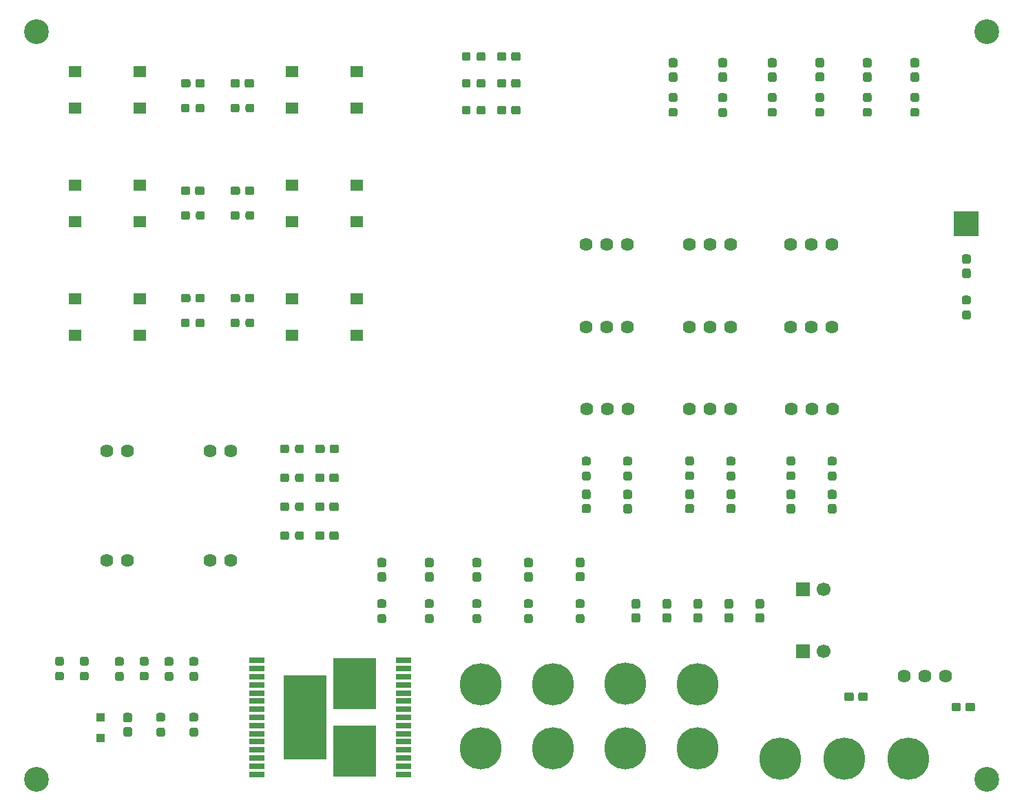
<source format=gbr>
%TF.GenerationSoftware,KiCad,Pcbnew,(5.1.4)-1*%
%TF.CreationDate,2020-11-25T20:19:59-06:00*%
%TF.ProjectId,Armboard,41726d62-6f61-4726-942e-6b696361645f,rev?*%
%TF.SameCoordinates,Original*%
%TF.FileFunction,Soldermask,Top*%
%TF.FilePolarity,Negative*%
%FSLAX46Y46*%
G04 Gerber Fmt 4.6, Leading zero omitted, Abs format (unit mm)*
G04 Created by KiCad (PCBNEW (5.1.4)-1) date 2020-11-25 20:19:59*
%MOMM*%
%LPD*%
G04 APERTURE LIST*
%ADD10C,3.046400*%
%ADD11C,1.700000*%
%ADD12R,1.700000X1.700000*%
%ADD13C,5.180000*%
%ADD14C,1.624000*%
%ADD15R,3.100000X3.100000*%
%ADD16R,1.650000X1.400000*%
%ADD17R,1.954200X0.735000*%
%ADD18R,5.357800X6.323000*%
%ADD19R,5.357800X10.412400*%
%ADD20R,1.100000X1.100000*%
%ADD21C,0.100000*%
%ADD22C,1.050000*%
G04 APERTURE END LIST*
D10*
%TO.C,REF\002A\002A*%
X195580000Y-42672000D03*
%TD*%
%TO.C,REF\002A\002A*%
X78740000Y-42672000D03*
%TD*%
%TO.C,REF\002A\002A*%
X78740000Y-134620000D03*
%TD*%
%TO.C,REF\002A\002A*%
X195580000Y-134620000D03*
%TD*%
D11*
%TO.C,47uF2*%
X175474000Y-111252000D03*
D12*
X172974000Y-111252000D03*
%TD*%
D11*
%TO.C,47uF1*%
X175474000Y-118872000D03*
D12*
X172974000Y-118872000D03*
%TD*%
D13*
%TO.C,Conn1*%
X185928000Y-132080000D03*
X178054000Y-132080000D03*
X170180000Y-132080000D03*
%TD*%
D14*
%TO.C,U1*%
X185420000Y-121920000D03*
X187960000Y-121920000D03*
X190500000Y-121920000D03*
%TD*%
D15*
%TO.C,J1*%
X193040000Y-66294000D03*
%TD*%
D13*
%TO.C,Conn4*%
X160020000Y-122910000D03*
X160020000Y-130810000D03*
%TD*%
%TO.C,Conn3*%
X151104000Y-122897000D03*
X151104000Y-130797000D03*
%TD*%
%TO.C,Conn2*%
X142240000Y-122910000D03*
X142240000Y-130810000D03*
%TD*%
D14*
%TO.C,Conn20*%
X151433000Y-89048000D03*
X148893000Y-89048000D03*
X146353000Y-89048000D03*
%TD*%
%TO.C,Conn19*%
X164013000Y-89048000D03*
X161473000Y-89048000D03*
X158933000Y-89048000D03*
%TD*%
%TO.C,Conn18*%
X176593000Y-89048000D03*
X174053000Y-89048000D03*
X171513000Y-89048000D03*
%TD*%
%TO.C,Conn17*%
X102616000Y-107696000D03*
X100076000Y-107696000D03*
%TD*%
%TO.C,Conn16*%
X102616000Y-94234000D03*
X100076000Y-94234000D03*
%TD*%
%TO.C,Conn15*%
X89916000Y-107696000D03*
X87376000Y-107696000D03*
%TD*%
%TO.C,Conn14*%
X89916000Y-94234000D03*
X87376000Y-94234000D03*
%TD*%
%TO.C,Conn13*%
X176530000Y-78994000D03*
X173990000Y-78994000D03*
X171450000Y-78994000D03*
%TD*%
%TO.C,Conn12*%
X176530000Y-68834000D03*
X173990000Y-68834000D03*
X171450000Y-68834000D03*
%TD*%
%TO.C,Conn11*%
X164084000Y-78994000D03*
X161544000Y-78994000D03*
X159004000Y-78994000D03*
%TD*%
%TO.C,Conn10*%
X164084000Y-68834000D03*
X161544000Y-68834000D03*
X159004000Y-68834000D03*
%TD*%
%TO.C,Conn9*%
X151384000Y-78994000D03*
X148844000Y-78994000D03*
X146304000Y-78994000D03*
%TD*%
%TO.C,Conn8*%
X151384000Y-68834000D03*
X148844000Y-68834000D03*
X146304000Y-68834000D03*
%TD*%
D16*
%TO.C,SW6*%
X118110000Y-80010000D03*
X118110000Y-75510000D03*
X110160000Y-75510000D03*
X110160000Y-80010000D03*
%TD*%
%TO.C,SW5*%
X118110000Y-66040000D03*
X118110000Y-61540000D03*
X110160000Y-61540000D03*
X110160000Y-66040000D03*
%TD*%
%TO.C,SW4*%
X118110000Y-52070000D03*
X118110000Y-47570000D03*
X110160000Y-47570000D03*
X110160000Y-52070000D03*
%TD*%
%TO.C,SW3*%
X91440000Y-80010000D03*
X91440000Y-75510000D03*
X83490000Y-75510000D03*
X83490000Y-80010000D03*
%TD*%
%TO.C,SW2*%
X91440000Y-66040000D03*
X91440000Y-61540000D03*
X83490000Y-61540000D03*
X83490000Y-66040000D03*
%TD*%
%TO.C,SW1*%
X91440000Y-52070000D03*
X91440000Y-47570000D03*
X83490000Y-47570000D03*
X83490000Y-52070000D03*
%TD*%
D17*
%TO.C,Gripper_Motor1*%
X105803700Y-120000001D03*
X105803700Y-120999999D03*
X105803700Y-122000000D03*
X105803700Y-123000000D03*
X105803700Y-124000001D03*
X105803700Y-124999999D03*
X105803700Y-125999999D03*
X105803700Y-127000000D03*
X105803700Y-128000001D03*
X105803700Y-129000001D03*
X105803700Y-129999999D03*
X105803700Y-131000000D03*
X105803700Y-132000000D03*
X105803700Y-133000001D03*
X105803700Y-134000001D03*
X123812300Y-133999999D03*
X123812300Y-133000001D03*
X123812300Y-132000000D03*
X123812300Y-131000000D03*
X123812300Y-129999999D03*
X123812300Y-129000001D03*
X123812300Y-128000001D03*
X123812300Y-127000000D03*
X123812300Y-125999999D03*
X123812300Y-124999999D03*
X123812300Y-124000001D03*
X123812300Y-123000000D03*
X123812300Y-122000000D03*
X123812300Y-120999999D03*
X123812300Y-119999999D03*
D18*
X117856000Y-122834400D03*
D19*
X111760000Y-127000000D03*
D18*
X117856000Y-131165600D03*
%TD*%
D20*
%TO.C,D1*%
X86614000Y-129540000D03*
X86614000Y-127040000D03*
%TD*%
D13*
%TO.C,Conn6*%
X133350000Y-122910000D03*
X133350000Y-130810000D03*
%TD*%
D21*
%TO.C,.1uF1*%
G36*
X152688229Y-112456264D02*
G01*
X152713711Y-112460044D01*
X152738700Y-112466303D01*
X152762954Y-112474982D01*
X152786242Y-112485996D01*
X152808337Y-112499239D01*
X152829028Y-112514585D01*
X152848116Y-112531884D01*
X152865415Y-112550972D01*
X152880761Y-112571663D01*
X152894004Y-112593758D01*
X152905018Y-112617046D01*
X152913697Y-112641300D01*
X152919956Y-112666289D01*
X152923736Y-112691771D01*
X152925000Y-112717500D01*
X152925000Y-113367500D01*
X152923736Y-113393229D01*
X152919956Y-113418711D01*
X152913697Y-113443700D01*
X152905018Y-113467954D01*
X152894004Y-113491242D01*
X152880761Y-113513337D01*
X152865415Y-113534028D01*
X152848116Y-113553116D01*
X152829028Y-113570415D01*
X152808337Y-113585761D01*
X152786242Y-113599004D01*
X152762954Y-113610018D01*
X152738700Y-113618697D01*
X152713711Y-113624956D01*
X152688229Y-113628736D01*
X152662500Y-113630000D01*
X152137500Y-113630000D01*
X152111771Y-113628736D01*
X152086289Y-113624956D01*
X152061300Y-113618697D01*
X152037046Y-113610018D01*
X152013758Y-113599004D01*
X151991663Y-113585761D01*
X151970972Y-113570415D01*
X151951884Y-113553116D01*
X151934585Y-113534028D01*
X151919239Y-113513337D01*
X151905996Y-113491242D01*
X151894982Y-113467954D01*
X151886303Y-113443700D01*
X151880044Y-113418711D01*
X151876264Y-113393229D01*
X151875000Y-113367500D01*
X151875000Y-112717500D01*
X151876264Y-112691771D01*
X151880044Y-112666289D01*
X151886303Y-112641300D01*
X151894982Y-112617046D01*
X151905996Y-112593758D01*
X151919239Y-112571663D01*
X151934585Y-112550972D01*
X151951884Y-112531884D01*
X151970972Y-112514585D01*
X151991663Y-112499239D01*
X152013758Y-112485996D01*
X152037046Y-112474982D01*
X152061300Y-112466303D01*
X152086289Y-112460044D01*
X152111771Y-112456264D01*
X152137500Y-112455000D01*
X152662500Y-112455000D01*
X152688229Y-112456264D01*
X152688229Y-112456264D01*
G37*
D22*
X152400000Y-113042500D03*
D21*
G36*
X152688229Y-114181264D02*
G01*
X152713711Y-114185044D01*
X152738700Y-114191303D01*
X152762954Y-114199982D01*
X152786242Y-114210996D01*
X152808337Y-114224239D01*
X152829028Y-114239585D01*
X152848116Y-114256884D01*
X152865415Y-114275972D01*
X152880761Y-114296663D01*
X152894004Y-114318758D01*
X152905018Y-114342046D01*
X152913697Y-114366300D01*
X152919956Y-114391289D01*
X152923736Y-114416771D01*
X152925000Y-114442500D01*
X152925000Y-115092500D01*
X152923736Y-115118229D01*
X152919956Y-115143711D01*
X152913697Y-115168700D01*
X152905018Y-115192954D01*
X152894004Y-115216242D01*
X152880761Y-115238337D01*
X152865415Y-115259028D01*
X152848116Y-115278116D01*
X152829028Y-115295415D01*
X152808337Y-115310761D01*
X152786242Y-115324004D01*
X152762954Y-115335018D01*
X152738700Y-115343697D01*
X152713711Y-115349956D01*
X152688229Y-115353736D01*
X152662500Y-115355000D01*
X152137500Y-115355000D01*
X152111771Y-115353736D01*
X152086289Y-115349956D01*
X152061300Y-115343697D01*
X152037046Y-115335018D01*
X152013758Y-115324004D01*
X151991663Y-115310761D01*
X151970972Y-115295415D01*
X151951884Y-115278116D01*
X151934585Y-115259028D01*
X151919239Y-115238337D01*
X151905996Y-115216242D01*
X151894982Y-115192954D01*
X151886303Y-115168700D01*
X151880044Y-115143711D01*
X151876264Y-115118229D01*
X151875000Y-115092500D01*
X151875000Y-114442500D01*
X151876264Y-114416771D01*
X151880044Y-114391289D01*
X151886303Y-114366300D01*
X151894982Y-114342046D01*
X151905996Y-114318758D01*
X151919239Y-114296663D01*
X151934585Y-114275972D01*
X151951884Y-114256884D01*
X151970972Y-114239585D01*
X151991663Y-114224239D01*
X152013758Y-114210996D01*
X152037046Y-114199982D01*
X152061300Y-114191303D01*
X152086289Y-114185044D01*
X152111771Y-114181264D01*
X152137500Y-114180000D01*
X152662500Y-114180000D01*
X152688229Y-114181264D01*
X152688229Y-114181264D01*
G37*
D22*
X152400000Y-114767500D03*
%TD*%
D21*
%TO.C,10uF1*%
G36*
X156498229Y-112456264D02*
G01*
X156523711Y-112460044D01*
X156548700Y-112466303D01*
X156572954Y-112474982D01*
X156596242Y-112485996D01*
X156618337Y-112499239D01*
X156639028Y-112514585D01*
X156658116Y-112531884D01*
X156675415Y-112550972D01*
X156690761Y-112571663D01*
X156704004Y-112593758D01*
X156715018Y-112617046D01*
X156723697Y-112641300D01*
X156729956Y-112666289D01*
X156733736Y-112691771D01*
X156735000Y-112717500D01*
X156735000Y-113367500D01*
X156733736Y-113393229D01*
X156729956Y-113418711D01*
X156723697Y-113443700D01*
X156715018Y-113467954D01*
X156704004Y-113491242D01*
X156690761Y-113513337D01*
X156675415Y-113534028D01*
X156658116Y-113553116D01*
X156639028Y-113570415D01*
X156618337Y-113585761D01*
X156596242Y-113599004D01*
X156572954Y-113610018D01*
X156548700Y-113618697D01*
X156523711Y-113624956D01*
X156498229Y-113628736D01*
X156472500Y-113630000D01*
X155947500Y-113630000D01*
X155921771Y-113628736D01*
X155896289Y-113624956D01*
X155871300Y-113618697D01*
X155847046Y-113610018D01*
X155823758Y-113599004D01*
X155801663Y-113585761D01*
X155780972Y-113570415D01*
X155761884Y-113553116D01*
X155744585Y-113534028D01*
X155729239Y-113513337D01*
X155715996Y-113491242D01*
X155704982Y-113467954D01*
X155696303Y-113443700D01*
X155690044Y-113418711D01*
X155686264Y-113393229D01*
X155685000Y-113367500D01*
X155685000Y-112717500D01*
X155686264Y-112691771D01*
X155690044Y-112666289D01*
X155696303Y-112641300D01*
X155704982Y-112617046D01*
X155715996Y-112593758D01*
X155729239Y-112571663D01*
X155744585Y-112550972D01*
X155761884Y-112531884D01*
X155780972Y-112514585D01*
X155801663Y-112499239D01*
X155823758Y-112485996D01*
X155847046Y-112474982D01*
X155871300Y-112466303D01*
X155896289Y-112460044D01*
X155921771Y-112456264D01*
X155947500Y-112455000D01*
X156472500Y-112455000D01*
X156498229Y-112456264D01*
X156498229Y-112456264D01*
G37*
D22*
X156210000Y-113042500D03*
D21*
G36*
X156498229Y-114181264D02*
G01*
X156523711Y-114185044D01*
X156548700Y-114191303D01*
X156572954Y-114199982D01*
X156596242Y-114210996D01*
X156618337Y-114224239D01*
X156639028Y-114239585D01*
X156658116Y-114256884D01*
X156675415Y-114275972D01*
X156690761Y-114296663D01*
X156704004Y-114318758D01*
X156715018Y-114342046D01*
X156723697Y-114366300D01*
X156729956Y-114391289D01*
X156733736Y-114416771D01*
X156735000Y-114442500D01*
X156735000Y-115092500D01*
X156733736Y-115118229D01*
X156729956Y-115143711D01*
X156723697Y-115168700D01*
X156715018Y-115192954D01*
X156704004Y-115216242D01*
X156690761Y-115238337D01*
X156675415Y-115259028D01*
X156658116Y-115278116D01*
X156639028Y-115295415D01*
X156618337Y-115310761D01*
X156596242Y-115324004D01*
X156572954Y-115335018D01*
X156548700Y-115343697D01*
X156523711Y-115349956D01*
X156498229Y-115353736D01*
X156472500Y-115355000D01*
X155947500Y-115355000D01*
X155921771Y-115353736D01*
X155896289Y-115349956D01*
X155871300Y-115343697D01*
X155847046Y-115335018D01*
X155823758Y-115324004D01*
X155801663Y-115310761D01*
X155780972Y-115295415D01*
X155761884Y-115278116D01*
X155744585Y-115259028D01*
X155729239Y-115238337D01*
X155715996Y-115216242D01*
X155704982Y-115192954D01*
X155696303Y-115168700D01*
X155690044Y-115143711D01*
X155686264Y-115118229D01*
X155685000Y-115092500D01*
X155685000Y-114442500D01*
X155686264Y-114416771D01*
X155690044Y-114391289D01*
X155696303Y-114366300D01*
X155704982Y-114342046D01*
X155715996Y-114318758D01*
X155729239Y-114296663D01*
X155744585Y-114275972D01*
X155761884Y-114256884D01*
X155780972Y-114239585D01*
X155801663Y-114224239D01*
X155823758Y-114210996D01*
X155847046Y-114199982D01*
X155871300Y-114191303D01*
X155896289Y-114185044D01*
X155921771Y-114181264D01*
X155947500Y-114180000D01*
X156472500Y-114180000D01*
X156498229Y-114181264D01*
X156498229Y-114181264D01*
G37*
D22*
X156210000Y-114767500D03*
%TD*%
D21*
%TO.C,10uF2*%
G36*
X160308229Y-112456264D02*
G01*
X160333711Y-112460044D01*
X160358700Y-112466303D01*
X160382954Y-112474982D01*
X160406242Y-112485996D01*
X160428337Y-112499239D01*
X160449028Y-112514585D01*
X160468116Y-112531884D01*
X160485415Y-112550972D01*
X160500761Y-112571663D01*
X160514004Y-112593758D01*
X160525018Y-112617046D01*
X160533697Y-112641300D01*
X160539956Y-112666289D01*
X160543736Y-112691771D01*
X160545000Y-112717500D01*
X160545000Y-113367500D01*
X160543736Y-113393229D01*
X160539956Y-113418711D01*
X160533697Y-113443700D01*
X160525018Y-113467954D01*
X160514004Y-113491242D01*
X160500761Y-113513337D01*
X160485415Y-113534028D01*
X160468116Y-113553116D01*
X160449028Y-113570415D01*
X160428337Y-113585761D01*
X160406242Y-113599004D01*
X160382954Y-113610018D01*
X160358700Y-113618697D01*
X160333711Y-113624956D01*
X160308229Y-113628736D01*
X160282500Y-113630000D01*
X159757500Y-113630000D01*
X159731771Y-113628736D01*
X159706289Y-113624956D01*
X159681300Y-113618697D01*
X159657046Y-113610018D01*
X159633758Y-113599004D01*
X159611663Y-113585761D01*
X159590972Y-113570415D01*
X159571884Y-113553116D01*
X159554585Y-113534028D01*
X159539239Y-113513337D01*
X159525996Y-113491242D01*
X159514982Y-113467954D01*
X159506303Y-113443700D01*
X159500044Y-113418711D01*
X159496264Y-113393229D01*
X159495000Y-113367500D01*
X159495000Y-112717500D01*
X159496264Y-112691771D01*
X159500044Y-112666289D01*
X159506303Y-112641300D01*
X159514982Y-112617046D01*
X159525996Y-112593758D01*
X159539239Y-112571663D01*
X159554585Y-112550972D01*
X159571884Y-112531884D01*
X159590972Y-112514585D01*
X159611663Y-112499239D01*
X159633758Y-112485996D01*
X159657046Y-112474982D01*
X159681300Y-112466303D01*
X159706289Y-112460044D01*
X159731771Y-112456264D01*
X159757500Y-112455000D01*
X160282500Y-112455000D01*
X160308229Y-112456264D01*
X160308229Y-112456264D01*
G37*
D22*
X160020000Y-113042500D03*
D21*
G36*
X160308229Y-114181264D02*
G01*
X160333711Y-114185044D01*
X160358700Y-114191303D01*
X160382954Y-114199982D01*
X160406242Y-114210996D01*
X160428337Y-114224239D01*
X160449028Y-114239585D01*
X160468116Y-114256884D01*
X160485415Y-114275972D01*
X160500761Y-114296663D01*
X160514004Y-114318758D01*
X160525018Y-114342046D01*
X160533697Y-114366300D01*
X160539956Y-114391289D01*
X160543736Y-114416771D01*
X160545000Y-114442500D01*
X160545000Y-115092500D01*
X160543736Y-115118229D01*
X160539956Y-115143711D01*
X160533697Y-115168700D01*
X160525018Y-115192954D01*
X160514004Y-115216242D01*
X160500761Y-115238337D01*
X160485415Y-115259028D01*
X160468116Y-115278116D01*
X160449028Y-115295415D01*
X160428337Y-115310761D01*
X160406242Y-115324004D01*
X160382954Y-115335018D01*
X160358700Y-115343697D01*
X160333711Y-115349956D01*
X160308229Y-115353736D01*
X160282500Y-115355000D01*
X159757500Y-115355000D01*
X159731771Y-115353736D01*
X159706289Y-115349956D01*
X159681300Y-115343697D01*
X159657046Y-115335018D01*
X159633758Y-115324004D01*
X159611663Y-115310761D01*
X159590972Y-115295415D01*
X159571884Y-115278116D01*
X159554585Y-115259028D01*
X159539239Y-115238337D01*
X159525996Y-115216242D01*
X159514982Y-115192954D01*
X159506303Y-115168700D01*
X159500044Y-115143711D01*
X159496264Y-115118229D01*
X159495000Y-115092500D01*
X159495000Y-114442500D01*
X159496264Y-114416771D01*
X159500044Y-114391289D01*
X159506303Y-114366300D01*
X159514982Y-114342046D01*
X159525996Y-114318758D01*
X159539239Y-114296663D01*
X159554585Y-114275972D01*
X159571884Y-114256884D01*
X159590972Y-114239585D01*
X159611663Y-114224239D01*
X159633758Y-114210996D01*
X159657046Y-114199982D01*
X159681300Y-114191303D01*
X159706289Y-114185044D01*
X159731771Y-114181264D01*
X159757500Y-114180000D01*
X160282500Y-114180000D01*
X160308229Y-114181264D01*
X160308229Y-114181264D01*
G37*
D22*
X160020000Y-114767500D03*
%TD*%
D21*
%TO.C,10uF3*%
G36*
X164118229Y-112456264D02*
G01*
X164143711Y-112460044D01*
X164168700Y-112466303D01*
X164192954Y-112474982D01*
X164216242Y-112485996D01*
X164238337Y-112499239D01*
X164259028Y-112514585D01*
X164278116Y-112531884D01*
X164295415Y-112550972D01*
X164310761Y-112571663D01*
X164324004Y-112593758D01*
X164335018Y-112617046D01*
X164343697Y-112641300D01*
X164349956Y-112666289D01*
X164353736Y-112691771D01*
X164355000Y-112717500D01*
X164355000Y-113367500D01*
X164353736Y-113393229D01*
X164349956Y-113418711D01*
X164343697Y-113443700D01*
X164335018Y-113467954D01*
X164324004Y-113491242D01*
X164310761Y-113513337D01*
X164295415Y-113534028D01*
X164278116Y-113553116D01*
X164259028Y-113570415D01*
X164238337Y-113585761D01*
X164216242Y-113599004D01*
X164192954Y-113610018D01*
X164168700Y-113618697D01*
X164143711Y-113624956D01*
X164118229Y-113628736D01*
X164092500Y-113630000D01*
X163567500Y-113630000D01*
X163541771Y-113628736D01*
X163516289Y-113624956D01*
X163491300Y-113618697D01*
X163467046Y-113610018D01*
X163443758Y-113599004D01*
X163421663Y-113585761D01*
X163400972Y-113570415D01*
X163381884Y-113553116D01*
X163364585Y-113534028D01*
X163349239Y-113513337D01*
X163335996Y-113491242D01*
X163324982Y-113467954D01*
X163316303Y-113443700D01*
X163310044Y-113418711D01*
X163306264Y-113393229D01*
X163305000Y-113367500D01*
X163305000Y-112717500D01*
X163306264Y-112691771D01*
X163310044Y-112666289D01*
X163316303Y-112641300D01*
X163324982Y-112617046D01*
X163335996Y-112593758D01*
X163349239Y-112571663D01*
X163364585Y-112550972D01*
X163381884Y-112531884D01*
X163400972Y-112514585D01*
X163421663Y-112499239D01*
X163443758Y-112485996D01*
X163467046Y-112474982D01*
X163491300Y-112466303D01*
X163516289Y-112460044D01*
X163541771Y-112456264D01*
X163567500Y-112455000D01*
X164092500Y-112455000D01*
X164118229Y-112456264D01*
X164118229Y-112456264D01*
G37*
D22*
X163830000Y-113042500D03*
D21*
G36*
X164118229Y-114181264D02*
G01*
X164143711Y-114185044D01*
X164168700Y-114191303D01*
X164192954Y-114199982D01*
X164216242Y-114210996D01*
X164238337Y-114224239D01*
X164259028Y-114239585D01*
X164278116Y-114256884D01*
X164295415Y-114275972D01*
X164310761Y-114296663D01*
X164324004Y-114318758D01*
X164335018Y-114342046D01*
X164343697Y-114366300D01*
X164349956Y-114391289D01*
X164353736Y-114416771D01*
X164355000Y-114442500D01*
X164355000Y-115092500D01*
X164353736Y-115118229D01*
X164349956Y-115143711D01*
X164343697Y-115168700D01*
X164335018Y-115192954D01*
X164324004Y-115216242D01*
X164310761Y-115238337D01*
X164295415Y-115259028D01*
X164278116Y-115278116D01*
X164259028Y-115295415D01*
X164238337Y-115310761D01*
X164216242Y-115324004D01*
X164192954Y-115335018D01*
X164168700Y-115343697D01*
X164143711Y-115349956D01*
X164118229Y-115353736D01*
X164092500Y-115355000D01*
X163567500Y-115355000D01*
X163541771Y-115353736D01*
X163516289Y-115349956D01*
X163491300Y-115343697D01*
X163467046Y-115335018D01*
X163443758Y-115324004D01*
X163421663Y-115310761D01*
X163400972Y-115295415D01*
X163381884Y-115278116D01*
X163364585Y-115259028D01*
X163349239Y-115238337D01*
X163335996Y-115216242D01*
X163324982Y-115192954D01*
X163316303Y-115168700D01*
X163310044Y-115143711D01*
X163306264Y-115118229D01*
X163305000Y-115092500D01*
X163305000Y-114442500D01*
X163306264Y-114416771D01*
X163310044Y-114391289D01*
X163316303Y-114366300D01*
X163324982Y-114342046D01*
X163335996Y-114318758D01*
X163349239Y-114296663D01*
X163364585Y-114275972D01*
X163381884Y-114256884D01*
X163400972Y-114239585D01*
X163421663Y-114224239D01*
X163443758Y-114210996D01*
X163467046Y-114199982D01*
X163491300Y-114191303D01*
X163516289Y-114185044D01*
X163541771Y-114181264D01*
X163567500Y-114180000D01*
X164092500Y-114180000D01*
X164118229Y-114181264D01*
X164118229Y-114181264D01*
G37*
D22*
X163830000Y-114767500D03*
%TD*%
D21*
%TO.C,10uF4*%
G36*
X167928229Y-112456264D02*
G01*
X167953711Y-112460044D01*
X167978700Y-112466303D01*
X168002954Y-112474982D01*
X168026242Y-112485996D01*
X168048337Y-112499239D01*
X168069028Y-112514585D01*
X168088116Y-112531884D01*
X168105415Y-112550972D01*
X168120761Y-112571663D01*
X168134004Y-112593758D01*
X168145018Y-112617046D01*
X168153697Y-112641300D01*
X168159956Y-112666289D01*
X168163736Y-112691771D01*
X168165000Y-112717500D01*
X168165000Y-113367500D01*
X168163736Y-113393229D01*
X168159956Y-113418711D01*
X168153697Y-113443700D01*
X168145018Y-113467954D01*
X168134004Y-113491242D01*
X168120761Y-113513337D01*
X168105415Y-113534028D01*
X168088116Y-113553116D01*
X168069028Y-113570415D01*
X168048337Y-113585761D01*
X168026242Y-113599004D01*
X168002954Y-113610018D01*
X167978700Y-113618697D01*
X167953711Y-113624956D01*
X167928229Y-113628736D01*
X167902500Y-113630000D01*
X167377500Y-113630000D01*
X167351771Y-113628736D01*
X167326289Y-113624956D01*
X167301300Y-113618697D01*
X167277046Y-113610018D01*
X167253758Y-113599004D01*
X167231663Y-113585761D01*
X167210972Y-113570415D01*
X167191884Y-113553116D01*
X167174585Y-113534028D01*
X167159239Y-113513337D01*
X167145996Y-113491242D01*
X167134982Y-113467954D01*
X167126303Y-113443700D01*
X167120044Y-113418711D01*
X167116264Y-113393229D01*
X167115000Y-113367500D01*
X167115000Y-112717500D01*
X167116264Y-112691771D01*
X167120044Y-112666289D01*
X167126303Y-112641300D01*
X167134982Y-112617046D01*
X167145996Y-112593758D01*
X167159239Y-112571663D01*
X167174585Y-112550972D01*
X167191884Y-112531884D01*
X167210972Y-112514585D01*
X167231663Y-112499239D01*
X167253758Y-112485996D01*
X167277046Y-112474982D01*
X167301300Y-112466303D01*
X167326289Y-112460044D01*
X167351771Y-112456264D01*
X167377500Y-112455000D01*
X167902500Y-112455000D01*
X167928229Y-112456264D01*
X167928229Y-112456264D01*
G37*
D22*
X167640000Y-113042500D03*
D21*
G36*
X167928229Y-114181264D02*
G01*
X167953711Y-114185044D01*
X167978700Y-114191303D01*
X168002954Y-114199982D01*
X168026242Y-114210996D01*
X168048337Y-114224239D01*
X168069028Y-114239585D01*
X168088116Y-114256884D01*
X168105415Y-114275972D01*
X168120761Y-114296663D01*
X168134004Y-114318758D01*
X168145018Y-114342046D01*
X168153697Y-114366300D01*
X168159956Y-114391289D01*
X168163736Y-114416771D01*
X168165000Y-114442500D01*
X168165000Y-115092500D01*
X168163736Y-115118229D01*
X168159956Y-115143711D01*
X168153697Y-115168700D01*
X168145018Y-115192954D01*
X168134004Y-115216242D01*
X168120761Y-115238337D01*
X168105415Y-115259028D01*
X168088116Y-115278116D01*
X168069028Y-115295415D01*
X168048337Y-115310761D01*
X168026242Y-115324004D01*
X168002954Y-115335018D01*
X167978700Y-115343697D01*
X167953711Y-115349956D01*
X167928229Y-115353736D01*
X167902500Y-115355000D01*
X167377500Y-115355000D01*
X167351771Y-115353736D01*
X167326289Y-115349956D01*
X167301300Y-115343697D01*
X167277046Y-115335018D01*
X167253758Y-115324004D01*
X167231663Y-115310761D01*
X167210972Y-115295415D01*
X167191884Y-115278116D01*
X167174585Y-115259028D01*
X167159239Y-115238337D01*
X167145996Y-115216242D01*
X167134982Y-115192954D01*
X167126303Y-115168700D01*
X167120044Y-115143711D01*
X167116264Y-115118229D01*
X167115000Y-115092500D01*
X167115000Y-114442500D01*
X167116264Y-114416771D01*
X167120044Y-114391289D01*
X167126303Y-114366300D01*
X167134982Y-114342046D01*
X167145996Y-114318758D01*
X167159239Y-114296663D01*
X167174585Y-114275972D01*
X167191884Y-114256884D01*
X167210972Y-114239585D01*
X167231663Y-114224239D01*
X167253758Y-114210996D01*
X167277046Y-114199982D01*
X167301300Y-114191303D01*
X167326289Y-114185044D01*
X167351771Y-114181264D01*
X167377500Y-114180000D01*
X167902500Y-114180000D01*
X167928229Y-114181264D01*
X167928229Y-114181264D01*
G37*
D22*
X167640000Y-114767500D03*
%TD*%
D21*
%TO.C,C1*%
G36*
X90204229Y-128179264D02*
G01*
X90229711Y-128183044D01*
X90254700Y-128189303D01*
X90278954Y-128197982D01*
X90302242Y-128208996D01*
X90324337Y-128222239D01*
X90345028Y-128237585D01*
X90364116Y-128254884D01*
X90381415Y-128273972D01*
X90396761Y-128294663D01*
X90410004Y-128316758D01*
X90421018Y-128340046D01*
X90429697Y-128364300D01*
X90435956Y-128389289D01*
X90439736Y-128414771D01*
X90441000Y-128440500D01*
X90441000Y-129090500D01*
X90439736Y-129116229D01*
X90435956Y-129141711D01*
X90429697Y-129166700D01*
X90421018Y-129190954D01*
X90410004Y-129214242D01*
X90396761Y-129236337D01*
X90381415Y-129257028D01*
X90364116Y-129276116D01*
X90345028Y-129293415D01*
X90324337Y-129308761D01*
X90302242Y-129322004D01*
X90278954Y-129333018D01*
X90254700Y-129341697D01*
X90229711Y-129347956D01*
X90204229Y-129351736D01*
X90178500Y-129353000D01*
X89653500Y-129353000D01*
X89627771Y-129351736D01*
X89602289Y-129347956D01*
X89577300Y-129341697D01*
X89553046Y-129333018D01*
X89529758Y-129322004D01*
X89507663Y-129308761D01*
X89486972Y-129293415D01*
X89467884Y-129276116D01*
X89450585Y-129257028D01*
X89435239Y-129236337D01*
X89421996Y-129214242D01*
X89410982Y-129190954D01*
X89402303Y-129166700D01*
X89396044Y-129141711D01*
X89392264Y-129116229D01*
X89391000Y-129090500D01*
X89391000Y-128440500D01*
X89392264Y-128414771D01*
X89396044Y-128389289D01*
X89402303Y-128364300D01*
X89410982Y-128340046D01*
X89421996Y-128316758D01*
X89435239Y-128294663D01*
X89450585Y-128273972D01*
X89467884Y-128254884D01*
X89486972Y-128237585D01*
X89507663Y-128222239D01*
X89529758Y-128208996D01*
X89553046Y-128197982D01*
X89577300Y-128189303D01*
X89602289Y-128183044D01*
X89627771Y-128179264D01*
X89653500Y-128178000D01*
X90178500Y-128178000D01*
X90204229Y-128179264D01*
X90204229Y-128179264D01*
G37*
D22*
X89916000Y-128765500D03*
D21*
G36*
X90204229Y-126454264D02*
G01*
X90229711Y-126458044D01*
X90254700Y-126464303D01*
X90278954Y-126472982D01*
X90302242Y-126483996D01*
X90324337Y-126497239D01*
X90345028Y-126512585D01*
X90364116Y-126529884D01*
X90381415Y-126548972D01*
X90396761Y-126569663D01*
X90410004Y-126591758D01*
X90421018Y-126615046D01*
X90429697Y-126639300D01*
X90435956Y-126664289D01*
X90439736Y-126689771D01*
X90441000Y-126715500D01*
X90441000Y-127365500D01*
X90439736Y-127391229D01*
X90435956Y-127416711D01*
X90429697Y-127441700D01*
X90421018Y-127465954D01*
X90410004Y-127489242D01*
X90396761Y-127511337D01*
X90381415Y-127532028D01*
X90364116Y-127551116D01*
X90345028Y-127568415D01*
X90324337Y-127583761D01*
X90302242Y-127597004D01*
X90278954Y-127608018D01*
X90254700Y-127616697D01*
X90229711Y-127622956D01*
X90204229Y-127626736D01*
X90178500Y-127628000D01*
X89653500Y-127628000D01*
X89627771Y-127626736D01*
X89602289Y-127622956D01*
X89577300Y-127616697D01*
X89553046Y-127608018D01*
X89529758Y-127597004D01*
X89507663Y-127583761D01*
X89486972Y-127568415D01*
X89467884Y-127551116D01*
X89450585Y-127532028D01*
X89435239Y-127511337D01*
X89421996Y-127489242D01*
X89410982Y-127465954D01*
X89402303Y-127441700D01*
X89396044Y-127416711D01*
X89392264Y-127391229D01*
X89391000Y-127365500D01*
X89391000Y-126715500D01*
X89392264Y-126689771D01*
X89396044Y-126664289D01*
X89402303Y-126639300D01*
X89410982Y-126615046D01*
X89421996Y-126591758D01*
X89435239Y-126569663D01*
X89450585Y-126548972D01*
X89467884Y-126529884D01*
X89486972Y-126512585D01*
X89507663Y-126497239D01*
X89529758Y-126483996D01*
X89553046Y-126472982D01*
X89577300Y-126464303D01*
X89602289Y-126458044D01*
X89627771Y-126454264D01*
X89653500Y-126453000D01*
X90178500Y-126453000D01*
X90204229Y-126454264D01*
X90204229Y-126454264D01*
G37*
D22*
X89916000Y-127040500D03*
%TD*%
D21*
%TO.C,C2*%
G36*
X193858229Y-125206264D02*
G01*
X193883711Y-125210044D01*
X193908700Y-125216303D01*
X193932954Y-125224982D01*
X193956242Y-125235996D01*
X193978337Y-125249239D01*
X193999028Y-125264585D01*
X194018116Y-125281884D01*
X194035415Y-125300972D01*
X194050761Y-125321663D01*
X194064004Y-125343758D01*
X194075018Y-125367046D01*
X194083697Y-125391300D01*
X194089956Y-125416289D01*
X194093736Y-125441771D01*
X194095000Y-125467500D01*
X194095000Y-125992500D01*
X194093736Y-126018229D01*
X194089956Y-126043711D01*
X194083697Y-126068700D01*
X194075018Y-126092954D01*
X194064004Y-126116242D01*
X194050761Y-126138337D01*
X194035415Y-126159028D01*
X194018116Y-126178116D01*
X193999028Y-126195415D01*
X193978337Y-126210761D01*
X193956242Y-126224004D01*
X193932954Y-126235018D01*
X193908700Y-126243697D01*
X193883711Y-126249956D01*
X193858229Y-126253736D01*
X193832500Y-126255000D01*
X193182500Y-126255000D01*
X193156771Y-126253736D01*
X193131289Y-126249956D01*
X193106300Y-126243697D01*
X193082046Y-126235018D01*
X193058758Y-126224004D01*
X193036663Y-126210761D01*
X193015972Y-126195415D01*
X192996884Y-126178116D01*
X192979585Y-126159028D01*
X192964239Y-126138337D01*
X192950996Y-126116242D01*
X192939982Y-126092954D01*
X192931303Y-126068700D01*
X192925044Y-126043711D01*
X192921264Y-126018229D01*
X192920000Y-125992500D01*
X192920000Y-125467500D01*
X192921264Y-125441771D01*
X192925044Y-125416289D01*
X192931303Y-125391300D01*
X192939982Y-125367046D01*
X192950996Y-125343758D01*
X192964239Y-125321663D01*
X192979585Y-125300972D01*
X192996884Y-125281884D01*
X193015972Y-125264585D01*
X193036663Y-125249239D01*
X193058758Y-125235996D01*
X193082046Y-125224982D01*
X193106300Y-125216303D01*
X193131289Y-125210044D01*
X193156771Y-125206264D01*
X193182500Y-125205000D01*
X193832500Y-125205000D01*
X193858229Y-125206264D01*
X193858229Y-125206264D01*
G37*
D22*
X193507500Y-125730000D03*
D21*
G36*
X192133229Y-125206264D02*
G01*
X192158711Y-125210044D01*
X192183700Y-125216303D01*
X192207954Y-125224982D01*
X192231242Y-125235996D01*
X192253337Y-125249239D01*
X192274028Y-125264585D01*
X192293116Y-125281884D01*
X192310415Y-125300972D01*
X192325761Y-125321663D01*
X192339004Y-125343758D01*
X192350018Y-125367046D01*
X192358697Y-125391300D01*
X192364956Y-125416289D01*
X192368736Y-125441771D01*
X192370000Y-125467500D01*
X192370000Y-125992500D01*
X192368736Y-126018229D01*
X192364956Y-126043711D01*
X192358697Y-126068700D01*
X192350018Y-126092954D01*
X192339004Y-126116242D01*
X192325761Y-126138337D01*
X192310415Y-126159028D01*
X192293116Y-126178116D01*
X192274028Y-126195415D01*
X192253337Y-126210761D01*
X192231242Y-126224004D01*
X192207954Y-126235018D01*
X192183700Y-126243697D01*
X192158711Y-126249956D01*
X192133229Y-126253736D01*
X192107500Y-126255000D01*
X191457500Y-126255000D01*
X191431771Y-126253736D01*
X191406289Y-126249956D01*
X191381300Y-126243697D01*
X191357046Y-126235018D01*
X191333758Y-126224004D01*
X191311663Y-126210761D01*
X191290972Y-126195415D01*
X191271884Y-126178116D01*
X191254585Y-126159028D01*
X191239239Y-126138337D01*
X191225996Y-126116242D01*
X191214982Y-126092954D01*
X191206303Y-126068700D01*
X191200044Y-126043711D01*
X191196264Y-126018229D01*
X191195000Y-125992500D01*
X191195000Y-125467500D01*
X191196264Y-125441771D01*
X191200044Y-125416289D01*
X191206303Y-125391300D01*
X191214982Y-125367046D01*
X191225996Y-125343758D01*
X191239239Y-125321663D01*
X191254585Y-125300972D01*
X191271884Y-125281884D01*
X191290972Y-125264585D01*
X191311663Y-125249239D01*
X191333758Y-125235996D01*
X191357046Y-125224982D01*
X191381300Y-125216303D01*
X191406289Y-125210044D01*
X191431771Y-125206264D01*
X191457500Y-125205000D01*
X192107500Y-125205000D01*
X192133229Y-125206264D01*
X192133229Y-125206264D01*
G37*
D22*
X191782500Y-125730000D03*
%TD*%
D21*
%TO.C,C3*%
G36*
X178953229Y-123936264D02*
G01*
X178978711Y-123940044D01*
X179003700Y-123946303D01*
X179027954Y-123954982D01*
X179051242Y-123965996D01*
X179073337Y-123979239D01*
X179094028Y-123994585D01*
X179113116Y-124011884D01*
X179130415Y-124030972D01*
X179145761Y-124051663D01*
X179159004Y-124073758D01*
X179170018Y-124097046D01*
X179178697Y-124121300D01*
X179184956Y-124146289D01*
X179188736Y-124171771D01*
X179190000Y-124197500D01*
X179190000Y-124722500D01*
X179188736Y-124748229D01*
X179184956Y-124773711D01*
X179178697Y-124798700D01*
X179170018Y-124822954D01*
X179159004Y-124846242D01*
X179145761Y-124868337D01*
X179130415Y-124889028D01*
X179113116Y-124908116D01*
X179094028Y-124925415D01*
X179073337Y-124940761D01*
X179051242Y-124954004D01*
X179027954Y-124965018D01*
X179003700Y-124973697D01*
X178978711Y-124979956D01*
X178953229Y-124983736D01*
X178927500Y-124985000D01*
X178277500Y-124985000D01*
X178251771Y-124983736D01*
X178226289Y-124979956D01*
X178201300Y-124973697D01*
X178177046Y-124965018D01*
X178153758Y-124954004D01*
X178131663Y-124940761D01*
X178110972Y-124925415D01*
X178091884Y-124908116D01*
X178074585Y-124889028D01*
X178059239Y-124868337D01*
X178045996Y-124846242D01*
X178034982Y-124822954D01*
X178026303Y-124798700D01*
X178020044Y-124773711D01*
X178016264Y-124748229D01*
X178015000Y-124722500D01*
X178015000Y-124197500D01*
X178016264Y-124171771D01*
X178020044Y-124146289D01*
X178026303Y-124121300D01*
X178034982Y-124097046D01*
X178045996Y-124073758D01*
X178059239Y-124051663D01*
X178074585Y-124030972D01*
X178091884Y-124011884D01*
X178110972Y-123994585D01*
X178131663Y-123979239D01*
X178153758Y-123965996D01*
X178177046Y-123954982D01*
X178201300Y-123946303D01*
X178226289Y-123940044D01*
X178251771Y-123936264D01*
X178277500Y-123935000D01*
X178927500Y-123935000D01*
X178953229Y-123936264D01*
X178953229Y-123936264D01*
G37*
D22*
X178602500Y-124460000D03*
D21*
G36*
X180678229Y-123936264D02*
G01*
X180703711Y-123940044D01*
X180728700Y-123946303D01*
X180752954Y-123954982D01*
X180776242Y-123965996D01*
X180798337Y-123979239D01*
X180819028Y-123994585D01*
X180838116Y-124011884D01*
X180855415Y-124030972D01*
X180870761Y-124051663D01*
X180884004Y-124073758D01*
X180895018Y-124097046D01*
X180903697Y-124121300D01*
X180909956Y-124146289D01*
X180913736Y-124171771D01*
X180915000Y-124197500D01*
X180915000Y-124722500D01*
X180913736Y-124748229D01*
X180909956Y-124773711D01*
X180903697Y-124798700D01*
X180895018Y-124822954D01*
X180884004Y-124846242D01*
X180870761Y-124868337D01*
X180855415Y-124889028D01*
X180838116Y-124908116D01*
X180819028Y-124925415D01*
X180798337Y-124940761D01*
X180776242Y-124954004D01*
X180752954Y-124965018D01*
X180728700Y-124973697D01*
X180703711Y-124979956D01*
X180678229Y-124983736D01*
X180652500Y-124985000D01*
X180002500Y-124985000D01*
X179976771Y-124983736D01*
X179951289Y-124979956D01*
X179926300Y-124973697D01*
X179902046Y-124965018D01*
X179878758Y-124954004D01*
X179856663Y-124940761D01*
X179835972Y-124925415D01*
X179816884Y-124908116D01*
X179799585Y-124889028D01*
X179784239Y-124868337D01*
X179770996Y-124846242D01*
X179759982Y-124822954D01*
X179751303Y-124798700D01*
X179745044Y-124773711D01*
X179741264Y-124748229D01*
X179740000Y-124722500D01*
X179740000Y-124197500D01*
X179741264Y-124171771D01*
X179745044Y-124146289D01*
X179751303Y-124121300D01*
X179759982Y-124097046D01*
X179770996Y-124073758D01*
X179784239Y-124051663D01*
X179799585Y-124030972D01*
X179816884Y-124011884D01*
X179835972Y-123994585D01*
X179856663Y-123979239D01*
X179878758Y-123965996D01*
X179902046Y-123954982D01*
X179926300Y-123946303D01*
X179951289Y-123940044D01*
X179976771Y-123936264D01*
X180002500Y-123935000D01*
X180652500Y-123935000D01*
X180678229Y-123936264D01*
X180678229Y-123936264D01*
G37*
D22*
X180327500Y-124460000D03*
%TD*%
D21*
%TO.C,D2*%
G36*
X121446229Y-109154264D02*
G01*
X121471711Y-109158044D01*
X121496700Y-109164303D01*
X121520954Y-109172982D01*
X121544242Y-109183996D01*
X121566337Y-109197239D01*
X121587028Y-109212585D01*
X121606116Y-109229884D01*
X121623415Y-109248972D01*
X121638761Y-109269663D01*
X121652004Y-109291758D01*
X121663018Y-109315046D01*
X121671697Y-109339300D01*
X121677956Y-109364289D01*
X121681736Y-109389771D01*
X121683000Y-109415500D01*
X121683000Y-110040500D01*
X121681736Y-110066229D01*
X121677956Y-110091711D01*
X121671697Y-110116700D01*
X121663018Y-110140954D01*
X121652004Y-110164242D01*
X121638761Y-110186337D01*
X121623415Y-110207028D01*
X121606116Y-110226116D01*
X121587028Y-110243415D01*
X121566337Y-110258761D01*
X121544242Y-110272004D01*
X121520954Y-110283018D01*
X121496700Y-110291697D01*
X121471711Y-110297956D01*
X121446229Y-110301736D01*
X121420500Y-110303000D01*
X120895500Y-110303000D01*
X120869771Y-110301736D01*
X120844289Y-110297956D01*
X120819300Y-110291697D01*
X120795046Y-110283018D01*
X120771758Y-110272004D01*
X120749663Y-110258761D01*
X120728972Y-110243415D01*
X120709884Y-110226116D01*
X120692585Y-110207028D01*
X120677239Y-110186337D01*
X120663996Y-110164242D01*
X120652982Y-110140954D01*
X120644303Y-110116700D01*
X120638044Y-110091711D01*
X120634264Y-110066229D01*
X120633000Y-110040500D01*
X120633000Y-109415500D01*
X120634264Y-109389771D01*
X120638044Y-109364289D01*
X120644303Y-109339300D01*
X120652982Y-109315046D01*
X120663996Y-109291758D01*
X120677239Y-109269663D01*
X120692585Y-109248972D01*
X120709884Y-109229884D01*
X120728972Y-109212585D01*
X120749663Y-109197239D01*
X120771758Y-109183996D01*
X120795046Y-109172982D01*
X120819300Y-109164303D01*
X120844289Y-109158044D01*
X120869771Y-109154264D01*
X120895500Y-109153000D01*
X121420500Y-109153000D01*
X121446229Y-109154264D01*
X121446229Y-109154264D01*
G37*
D22*
X121158000Y-109728000D03*
D21*
G36*
X121446229Y-107404264D02*
G01*
X121471711Y-107408044D01*
X121496700Y-107414303D01*
X121520954Y-107422982D01*
X121544242Y-107433996D01*
X121566337Y-107447239D01*
X121587028Y-107462585D01*
X121606116Y-107479884D01*
X121623415Y-107498972D01*
X121638761Y-107519663D01*
X121652004Y-107541758D01*
X121663018Y-107565046D01*
X121671697Y-107589300D01*
X121677956Y-107614289D01*
X121681736Y-107639771D01*
X121683000Y-107665500D01*
X121683000Y-108290500D01*
X121681736Y-108316229D01*
X121677956Y-108341711D01*
X121671697Y-108366700D01*
X121663018Y-108390954D01*
X121652004Y-108414242D01*
X121638761Y-108436337D01*
X121623415Y-108457028D01*
X121606116Y-108476116D01*
X121587028Y-108493415D01*
X121566337Y-108508761D01*
X121544242Y-108522004D01*
X121520954Y-108533018D01*
X121496700Y-108541697D01*
X121471711Y-108547956D01*
X121446229Y-108551736D01*
X121420500Y-108553000D01*
X120895500Y-108553000D01*
X120869771Y-108551736D01*
X120844289Y-108547956D01*
X120819300Y-108541697D01*
X120795046Y-108533018D01*
X120771758Y-108522004D01*
X120749663Y-108508761D01*
X120728972Y-108493415D01*
X120709884Y-108476116D01*
X120692585Y-108457028D01*
X120677239Y-108436337D01*
X120663996Y-108414242D01*
X120652982Y-108390954D01*
X120644303Y-108366700D01*
X120638044Y-108341711D01*
X120634264Y-108316229D01*
X120633000Y-108290500D01*
X120633000Y-107665500D01*
X120634264Y-107639771D01*
X120638044Y-107614289D01*
X120644303Y-107589300D01*
X120652982Y-107565046D01*
X120663996Y-107541758D01*
X120677239Y-107519663D01*
X120692585Y-107498972D01*
X120709884Y-107479884D01*
X120728972Y-107462585D01*
X120749663Y-107447239D01*
X120771758Y-107433996D01*
X120795046Y-107422982D01*
X120819300Y-107414303D01*
X120844289Y-107408044D01*
X120869771Y-107404264D01*
X120895500Y-107403000D01*
X121420500Y-107403000D01*
X121446229Y-107404264D01*
X121446229Y-107404264D01*
G37*
D22*
X121158000Y-107978000D03*
%TD*%
D21*
%TO.C,D3*%
G36*
X133130229Y-109154264D02*
G01*
X133155711Y-109158044D01*
X133180700Y-109164303D01*
X133204954Y-109172982D01*
X133228242Y-109183996D01*
X133250337Y-109197239D01*
X133271028Y-109212585D01*
X133290116Y-109229884D01*
X133307415Y-109248972D01*
X133322761Y-109269663D01*
X133336004Y-109291758D01*
X133347018Y-109315046D01*
X133355697Y-109339300D01*
X133361956Y-109364289D01*
X133365736Y-109389771D01*
X133367000Y-109415500D01*
X133367000Y-110040500D01*
X133365736Y-110066229D01*
X133361956Y-110091711D01*
X133355697Y-110116700D01*
X133347018Y-110140954D01*
X133336004Y-110164242D01*
X133322761Y-110186337D01*
X133307415Y-110207028D01*
X133290116Y-110226116D01*
X133271028Y-110243415D01*
X133250337Y-110258761D01*
X133228242Y-110272004D01*
X133204954Y-110283018D01*
X133180700Y-110291697D01*
X133155711Y-110297956D01*
X133130229Y-110301736D01*
X133104500Y-110303000D01*
X132579500Y-110303000D01*
X132553771Y-110301736D01*
X132528289Y-110297956D01*
X132503300Y-110291697D01*
X132479046Y-110283018D01*
X132455758Y-110272004D01*
X132433663Y-110258761D01*
X132412972Y-110243415D01*
X132393884Y-110226116D01*
X132376585Y-110207028D01*
X132361239Y-110186337D01*
X132347996Y-110164242D01*
X132336982Y-110140954D01*
X132328303Y-110116700D01*
X132322044Y-110091711D01*
X132318264Y-110066229D01*
X132317000Y-110040500D01*
X132317000Y-109415500D01*
X132318264Y-109389771D01*
X132322044Y-109364289D01*
X132328303Y-109339300D01*
X132336982Y-109315046D01*
X132347996Y-109291758D01*
X132361239Y-109269663D01*
X132376585Y-109248972D01*
X132393884Y-109229884D01*
X132412972Y-109212585D01*
X132433663Y-109197239D01*
X132455758Y-109183996D01*
X132479046Y-109172982D01*
X132503300Y-109164303D01*
X132528289Y-109158044D01*
X132553771Y-109154264D01*
X132579500Y-109153000D01*
X133104500Y-109153000D01*
X133130229Y-109154264D01*
X133130229Y-109154264D01*
G37*
D22*
X132842000Y-109728000D03*
D21*
G36*
X133130229Y-107404264D02*
G01*
X133155711Y-107408044D01*
X133180700Y-107414303D01*
X133204954Y-107422982D01*
X133228242Y-107433996D01*
X133250337Y-107447239D01*
X133271028Y-107462585D01*
X133290116Y-107479884D01*
X133307415Y-107498972D01*
X133322761Y-107519663D01*
X133336004Y-107541758D01*
X133347018Y-107565046D01*
X133355697Y-107589300D01*
X133361956Y-107614289D01*
X133365736Y-107639771D01*
X133367000Y-107665500D01*
X133367000Y-108290500D01*
X133365736Y-108316229D01*
X133361956Y-108341711D01*
X133355697Y-108366700D01*
X133347018Y-108390954D01*
X133336004Y-108414242D01*
X133322761Y-108436337D01*
X133307415Y-108457028D01*
X133290116Y-108476116D01*
X133271028Y-108493415D01*
X133250337Y-108508761D01*
X133228242Y-108522004D01*
X133204954Y-108533018D01*
X133180700Y-108541697D01*
X133155711Y-108547956D01*
X133130229Y-108551736D01*
X133104500Y-108553000D01*
X132579500Y-108553000D01*
X132553771Y-108551736D01*
X132528289Y-108547956D01*
X132503300Y-108541697D01*
X132479046Y-108533018D01*
X132455758Y-108522004D01*
X132433663Y-108508761D01*
X132412972Y-108493415D01*
X132393884Y-108476116D01*
X132376585Y-108457028D01*
X132361239Y-108436337D01*
X132347996Y-108414242D01*
X132336982Y-108390954D01*
X132328303Y-108366700D01*
X132322044Y-108341711D01*
X132318264Y-108316229D01*
X132317000Y-108290500D01*
X132317000Y-107665500D01*
X132318264Y-107639771D01*
X132322044Y-107614289D01*
X132328303Y-107589300D01*
X132336982Y-107565046D01*
X132347996Y-107541758D01*
X132361239Y-107519663D01*
X132376585Y-107498972D01*
X132393884Y-107479884D01*
X132412972Y-107462585D01*
X132433663Y-107447239D01*
X132455758Y-107433996D01*
X132479046Y-107422982D01*
X132503300Y-107414303D01*
X132528289Y-107408044D01*
X132553771Y-107404264D01*
X132579500Y-107403000D01*
X133104500Y-107403000D01*
X133130229Y-107404264D01*
X133130229Y-107404264D01*
G37*
D22*
X132842000Y-107978000D03*
%TD*%
D21*
%TO.C,D4*%
G36*
X139480229Y-109154264D02*
G01*
X139505711Y-109158044D01*
X139530700Y-109164303D01*
X139554954Y-109172982D01*
X139578242Y-109183996D01*
X139600337Y-109197239D01*
X139621028Y-109212585D01*
X139640116Y-109229884D01*
X139657415Y-109248972D01*
X139672761Y-109269663D01*
X139686004Y-109291758D01*
X139697018Y-109315046D01*
X139705697Y-109339300D01*
X139711956Y-109364289D01*
X139715736Y-109389771D01*
X139717000Y-109415500D01*
X139717000Y-110040500D01*
X139715736Y-110066229D01*
X139711956Y-110091711D01*
X139705697Y-110116700D01*
X139697018Y-110140954D01*
X139686004Y-110164242D01*
X139672761Y-110186337D01*
X139657415Y-110207028D01*
X139640116Y-110226116D01*
X139621028Y-110243415D01*
X139600337Y-110258761D01*
X139578242Y-110272004D01*
X139554954Y-110283018D01*
X139530700Y-110291697D01*
X139505711Y-110297956D01*
X139480229Y-110301736D01*
X139454500Y-110303000D01*
X138929500Y-110303000D01*
X138903771Y-110301736D01*
X138878289Y-110297956D01*
X138853300Y-110291697D01*
X138829046Y-110283018D01*
X138805758Y-110272004D01*
X138783663Y-110258761D01*
X138762972Y-110243415D01*
X138743884Y-110226116D01*
X138726585Y-110207028D01*
X138711239Y-110186337D01*
X138697996Y-110164242D01*
X138686982Y-110140954D01*
X138678303Y-110116700D01*
X138672044Y-110091711D01*
X138668264Y-110066229D01*
X138667000Y-110040500D01*
X138667000Y-109415500D01*
X138668264Y-109389771D01*
X138672044Y-109364289D01*
X138678303Y-109339300D01*
X138686982Y-109315046D01*
X138697996Y-109291758D01*
X138711239Y-109269663D01*
X138726585Y-109248972D01*
X138743884Y-109229884D01*
X138762972Y-109212585D01*
X138783663Y-109197239D01*
X138805758Y-109183996D01*
X138829046Y-109172982D01*
X138853300Y-109164303D01*
X138878289Y-109158044D01*
X138903771Y-109154264D01*
X138929500Y-109153000D01*
X139454500Y-109153000D01*
X139480229Y-109154264D01*
X139480229Y-109154264D01*
G37*
D22*
X139192000Y-109728000D03*
D21*
G36*
X139480229Y-107404264D02*
G01*
X139505711Y-107408044D01*
X139530700Y-107414303D01*
X139554954Y-107422982D01*
X139578242Y-107433996D01*
X139600337Y-107447239D01*
X139621028Y-107462585D01*
X139640116Y-107479884D01*
X139657415Y-107498972D01*
X139672761Y-107519663D01*
X139686004Y-107541758D01*
X139697018Y-107565046D01*
X139705697Y-107589300D01*
X139711956Y-107614289D01*
X139715736Y-107639771D01*
X139717000Y-107665500D01*
X139717000Y-108290500D01*
X139715736Y-108316229D01*
X139711956Y-108341711D01*
X139705697Y-108366700D01*
X139697018Y-108390954D01*
X139686004Y-108414242D01*
X139672761Y-108436337D01*
X139657415Y-108457028D01*
X139640116Y-108476116D01*
X139621028Y-108493415D01*
X139600337Y-108508761D01*
X139578242Y-108522004D01*
X139554954Y-108533018D01*
X139530700Y-108541697D01*
X139505711Y-108547956D01*
X139480229Y-108551736D01*
X139454500Y-108553000D01*
X138929500Y-108553000D01*
X138903771Y-108551736D01*
X138878289Y-108547956D01*
X138853300Y-108541697D01*
X138829046Y-108533018D01*
X138805758Y-108522004D01*
X138783663Y-108508761D01*
X138762972Y-108493415D01*
X138743884Y-108476116D01*
X138726585Y-108457028D01*
X138711239Y-108436337D01*
X138697996Y-108414242D01*
X138686982Y-108390954D01*
X138678303Y-108366700D01*
X138672044Y-108341711D01*
X138668264Y-108316229D01*
X138667000Y-108290500D01*
X138667000Y-107665500D01*
X138668264Y-107639771D01*
X138672044Y-107614289D01*
X138678303Y-107589300D01*
X138686982Y-107565046D01*
X138697996Y-107541758D01*
X138711239Y-107519663D01*
X138726585Y-107498972D01*
X138743884Y-107479884D01*
X138762972Y-107462585D01*
X138783663Y-107447239D01*
X138805758Y-107433996D01*
X138829046Y-107422982D01*
X138853300Y-107414303D01*
X138878289Y-107408044D01*
X138903771Y-107404264D01*
X138929500Y-107403000D01*
X139454500Y-107403000D01*
X139480229Y-107404264D01*
X139480229Y-107404264D01*
G37*
D22*
X139192000Y-107978000D03*
%TD*%
D21*
%TO.C,D5*%
G36*
X145830229Y-109126264D02*
G01*
X145855711Y-109130044D01*
X145880700Y-109136303D01*
X145904954Y-109144982D01*
X145928242Y-109155996D01*
X145950337Y-109169239D01*
X145971028Y-109184585D01*
X145990116Y-109201884D01*
X146007415Y-109220972D01*
X146022761Y-109241663D01*
X146036004Y-109263758D01*
X146047018Y-109287046D01*
X146055697Y-109311300D01*
X146061956Y-109336289D01*
X146065736Y-109361771D01*
X146067000Y-109387500D01*
X146067000Y-110012500D01*
X146065736Y-110038229D01*
X146061956Y-110063711D01*
X146055697Y-110088700D01*
X146047018Y-110112954D01*
X146036004Y-110136242D01*
X146022761Y-110158337D01*
X146007415Y-110179028D01*
X145990116Y-110198116D01*
X145971028Y-110215415D01*
X145950337Y-110230761D01*
X145928242Y-110244004D01*
X145904954Y-110255018D01*
X145880700Y-110263697D01*
X145855711Y-110269956D01*
X145830229Y-110273736D01*
X145804500Y-110275000D01*
X145279500Y-110275000D01*
X145253771Y-110273736D01*
X145228289Y-110269956D01*
X145203300Y-110263697D01*
X145179046Y-110255018D01*
X145155758Y-110244004D01*
X145133663Y-110230761D01*
X145112972Y-110215415D01*
X145093884Y-110198116D01*
X145076585Y-110179028D01*
X145061239Y-110158337D01*
X145047996Y-110136242D01*
X145036982Y-110112954D01*
X145028303Y-110088700D01*
X145022044Y-110063711D01*
X145018264Y-110038229D01*
X145017000Y-110012500D01*
X145017000Y-109387500D01*
X145018264Y-109361771D01*
X145022044Y-109336289D01*
X145028303Y-109311300D01*
X145036982Y-109287046D01*
X145047996Y-109263758D01*
X145061239Y-109241663D01*
X145076585Y-109220972D01*
X145093884Y-109201884D01*
X145112972Y-109184585D01*
X145133663Y-109169239D01*
X145155758Y-109155996D01*
X145179046Y-109144982D01*
X145203300Y-109136303D01*
X145228289Y-109130044D01*
X145253771Y-109126264D01*
X145279500Y-109125000D01*
X145804500Y-109125000D01*
X145830229Y-109126264D01*
X145830229Y-109126264D01*
G37*
D22*
X145542000Y-109700000D03*
D21*
G36*
X145830229Y-107376264D02*
G01*
X145855711Y-107380044D01*
X145880700Y-107386303D01*
X145904954Y-107394982D01*
X145928242Y-107405996D01*
X145950337Y-107419239D01*
X145971028Y-107434585D01*
X145990116Y-107451884D01*
X146007415Y-107470972D01*
X146022761Y-107491663D01*
X146036004Y-107513758D01*
X146047018Y-107537046D01*
X146055697Y-107561300D01*
X146061956Y-107586289D01*
X146065736Y-107611771D01*
X146067000Y-107637500D01*
X146067000Y-108262500D01*
X146065736Y-108288229D01*
X146061956Y-108313711D01*
X146055697Y-108338700D01*
X146047018Y-108362954D01*
X146036004Y-108386242D01*
X146022761Y-108408337D01*
X146007415Y-108429028D01*
X145990116Y-108448116D01*
X145971028Y-108465415D01*
X145950337Y-108480761D01*
X145928242Y-108494004D01*
X145904954Y-108505018D01*
X145880700Y-108513697D01*
X145855711Y-108519956D01*
X145830229Y-108523736D01*
X145804500Y-108525000D01*
X145279500Y-108525000D01*
X145253771Y-108523736D01*
X145228289Y-108519956D01*
X145203300Y-108513697D01*
X145179046Y-108505018D01*
X145155758Y-108494004D01*
X145133663Y-108480761D01*
X145112972Y-108465415D01*
X145093884Y-108448116D01*
X145076585Y-108429028D01*
X145061239Y-108408337D01*
X145047996Y-108386242D01*
X145036982Y-108362954D01*
X145028303Y-108338700D01*
X145022044Y-108313711D01*
X145018264Y-108288229D01*
X145017000Y-108262500D01*
X145017000Y-107637500D01*
X145018264Y-107611771D01*
X145022044Y-107586289D01*
X145028303Y-107561300D01*
X145036982Y-107537046D01*
X145047996Y-107513758D01*
X145061239Y-107491663D01*
X145076585Y-107470972D01*
X145093884Y-107451884D01*
X145112972Y-107434585D01*
X145133663Y-107419239D01*
X145155758Y-107405996D01*
X145179046Y-107394982D01*
X145203300Y-107386303D01*
X145228289Y-107380044D01*
X145253771Y-107376264D01*
X145279500Y-107375000D01*
X145804500Y-107375000D01*
X145830229Y-107376264D01*
X145830229Y-107376264D01*
G37*
D22*
X145542000Y-107950000D03*
%TD*%
D21*
%TO.C,D6*%
G36*
X193328229Y-71816264D02*
G01*
X193353711Y-71820044D01*
X193378700Y-71826303D01*
X193402954Y-71834982D01*
X193426242Y-71845996D01*
X193448337Y-71859239D01*
X193469028Y-71874585D01*
X193488116Y-71891884D01*
X193505415Y-71910972D01*
X193520761Y-71931663D01*
X193534004Y-71953758D01*
X193545018Y-71977046D01*
X193553697Y-72001300D01*
X193559956Y-72026289D01*
X193563736Y-72051771D01*
X193565000Y-72077500D01*
X193565000Y-72702500D01*
X193563736Y-72728229D01*
X193559956Y-72753711D01*
X193553697Y-72778700D01*
X193545018Y-72802954D01*
X193534004Y-72826242D01*
X193520761Y-72848337D01*
X193505415Y-72869028D01*
X193488116Y-72888116D01*
X193469028Y-72905415D01*
X193448337Y-72920761D01*
X193426242Y-72934004D01*
X193402954Y-72945018D01*
X193378700Y-72953697D01*
X193353711Y-72959956D01*
X193328229Y-72963736D01*
X193302500Y-72965000D01*
X192777500Y-72965000D01*
X192751771Y-72963736D01*
X192726289Y-72959956D01*
X192701300Y-72953697D01*
X192677046Y-72945018D01*
X192653758Y-72934004D01*
X192631663Y-72920761D01*
X192610972Y-72905415D01*
X192591884Y-72888116D01*
X192574585Y-72869028D01*
X192559239Y-72848337D01*
X192545996Y-72826242D01*
X192534982Y-72802954D01*
X192526303Y-72778700D01*
X192520044Y-72753711D01*
X192516264Y-72728229D01*
X192515000Y-72702500D01*
X192515000Y-72077500D01*
X192516264Y-72051771D01*
X192520044Y-72026289D01*
X192526303Y-72001300D01*
X192534982Y-71977046D01*
X192545996Y-71953758D01*
X192559239Y-71931663D01*
X192574585Y-71910972D01*
X192591884Y-71891884D01*
X192610972Y-71874585D01*
X192631663Y-71859239D01*
X192653758Y-71845996D01*
X192677046Y-71834982D01*
X192701300Y-71826303D01*
X192726289Y-71820044D01*
X192751771Y-71816264D01*
X192777500Y-71815000D01*
X193302500Y-71815000D01*
X193328229Y-71816264D01*
X193328229Y-71816264D01*
G37*
D22*
X193040000Y-72390000D03*
D21*
G36*
X193328229Y-70066264D02*
G01*
X193353711Y-70070044D01*
X193378700Y-70076303D01*
X193402954Y-70084982D01*
X193426242Y-70095996D01*
X193448337Y-70109239D01*
X193469028Y-70124585D01*
X193488116Y-70141884D01*
X193505415Y-70160972D01*
X193520761Y-70181663D01*
X193534004Y-70203758D01*
X193545018Y-70227046D01*
X193553697Y-70251300D01*
X193559956Y-70276289D01*
X193563736Y-70301771D01*
X193565000Y-70327500D01*
X193565000Y-70952500D01*
X193563736Y-70978229D01*
X193559956Y-71003711D01*
X193553697Y-71028700D01*
X193545018Y-71052954D01*
X193534004Y-71076242D01*
X193520761Y-71098337D01*
X193505415Y-71119028D01*
X193488116Y-71138116D01*
X193469028Y-71155415D01*
X193448337Y-71170761D01*
X193426242Y-71184004D01*
X193402954Y-71195018D01*
X193378700Y-71203697D01*
X193353711Y-71209956D01*
X193328229Y-71213736D01*
X193302500Y-71215000D01*
X192777500Y-71215000D01*
X192751771Y-71213736D01*
X192726289Y-71209956D01*
X192701300Y-71203697D01*
X192677046Y-71195018D01*
X192653758Y-71184004D01*
X192631663Y-71170761D01*
X192610972Y-71155415D01*
X192591884Y-71138116D01*
X192574585Y-71119028D01*
X192559239Y-71098337D01*
X192545996Y-71076242D01*
X192534982Y-71052954D01*
X192526303Y-71028700D01*
X192520044Y-71003711D01*
X192516264Y-70978229D01*
X192515000Y-70952500D01*
X192515000Y-70327500D01*
X192516264Y-70301771D01*
X192520044Y-70276289D01*
X192526303Y-70251300D01*
X192534982Y-70227046D01*
X192545996Y-70203758D01*
X192559239Y-70181663D01*
X192574585Y-70160972D01*
X192591884Y-70141884D01*
X192610972Y-70124585D01*
X192631663Y-70109239D01*
X192653758Y-70095996D01*
X192677046Y-70084982D01*
X192701300Y-70076303D01*
X192726289Y-70070044D01*
X192751771Y-70066264D01*
X192777500Y-70065000D01*
X193302500Y-70065000D01*
X193328229Y-70066264D01*
X193328229Y-70066264D01*
G37*
D22*
X193040000Y-70640000D03*
%TD*%
D21*
%TO.C,D7*%
G36*
X127288229Y-109154264D02*
G01*
X127313711Y-109158044D01*
X127338700Y-109164303D01*
X127362954Y-109172982D01*
X127386242Y-109183996D01*
X127408337Y-109197239D01*
X127429028Y-109212585D01*
X127448116Y-109229884D01*
X127465415Y-109248972D01*
X127480761Y-109269663D01*
X127494004Y-109291758D01*
X127505018Y-109315046D01*
X127513697Y-109339300D01*
X127519956Y-109364289D01*
X127523736Y-109389771D01*
X127525000Y-109415500D01*
X127525000Y-110040500D01*
X127523736Y-110066229D01*
X127519956Y-110091711D01*
X127513697Y-110116700D01*
X127505018Y-110140954D01*
X127494004Y-110164242D01*
X127480761Y-110186337D01*
X127465415Y-110207028D01*
X127448116Y-110226116D01*
X127429028Y-110243415D01*
X127408337Y-110258761D01*
X127386242Y-110272004D01*
X127362954Y-110283018D01*
X127338700Y-110291697D01*
X127313711Y-110297956D01*
X127288229Y-110301736D01*
X127262500Y-110303000D01*
X126737500Y-110303000D01*
X126711771Y-110301736D01*
X126686289Y-110297956D01*
X126661300Y-110291697D01*
X126637046Y-110283018D01*
X126613758Y-110272004D01*
X126591663Y-110258761D01*
X126570972Y-110243415D01*
X126551884Y-110226116D01*
X126534585Y-110207028D01*
X126519239Y-110186337D01*
X126505996Y-110164242D01*
X126494982Y-110140954D01*
X126486303Y-110116700D01*
X126480044Y-110091711D01*
X126476264Y-110066229D01*
X126475000Y-110040500D01*
X126475000Y-109415500D01*
X126476264Y-109389771D01*
X126480044Y-109364289D01*
X126486303Y-109339300D01*
X126494982Y-109315046D01*
X126505996Y-109291758D01*
X126519239Y-109269663D01*
X126534585Y-109248972D01*
X126551884Y-109229884D01*
X126570972Y-109212585D01*
X126591663Y-109197239D01*
X126613758Y-109183996D01*
X126637046Y-109172982D01*
X126661300Y-109164303D01*
X126686289Y-109158044D01*
X126711771Y-109154264D01*
X126737500Y-109153000D01*
X127262500Y-109153000D01*
X127288229Y-109154264D01*
X127288229Y-109154264D01*
G37*
D22*
X127000000Y-109728000D03*
D21*
G36*
X127288229Y-107404264D02*
G01*
X127313711Y-107408044D01*
X127338700Y-107414303D01*
X127362954Y-107422982D01*
X127386242Y-107433996D01*
X127408337Y-107447239D01*
X127429028Y-107462585D01*
X127448116Y-107479884D01*
X127465415Y-107498972D01*
X127480761Y-107519663D01*
X127494004Y-107541758D01*
X127505018Y-107565046D01*
X127513697Y-107589300D01*
X127519956Y-107614289D01*
X127523736Y-107639771D01*
X127525000Y-107665500D01*
X127525000Y-108290500D01*
X127523736Y-108316229D01*
X127519956Y-108341711D01*
X127513697Y-108366700D01*
X127505018Y-108390954D01*
X127494004Y-108414242D01*
X127480761Y-108436337D01*
X127465415Y-108457028D01*
X127448116Y-108476116D01*
X127429028Y-108493415D01*
X127408337Y-108508761D01*
X127386242Y-108522004D01*
X127362954Y-108533018D01*
X127338700Y-108541697D01*
X127313711Y-108547956D01*
X127288229Y-108551736D01*
X127262500Y-108553000D01*
X126737500Y-108553000D01*
X126711771Y-108551736D01*
X126686289Y-108547956D01*
X126661300Y-108541697D01*
X126637046Y-108533018D01*
X126613758Y-108522004D01*
X126591663Y-108508761D01*
X126570972Y-108493415D01*
X126551884Y-108476116D01*
X126534585Y-108457028D01*
X126519239Y-108436337D01*
X126505996Y-108414242D01*
X126494982Y-108390954D01*
X126486303Y-108366700D01*
X126480044Y-108341711D01*
X126476264Y-108316229D01*
X126475000Y-108290500D01*
X126475000Y-107665500D01*
X126476264Y-107639771D01*
X126480044Y-107614289D01*
X126486303Y-107589300D01*
X126494982Y-107565046D01*
X126505996Y-107541758D01*
X126519239Y-107519663D01*
X126534585Y-107498972D01*
X126551884Y-107479884D01*
X126570972Y-107462585D01*
X126591663Y-107447239D01*
X126613758Y-107433996D01*
X126637046Y-107422982D01*
X126661300Y-107414303D01*
X126686289Y-107408044D01*
X126711771Y-107404264D01*
X126737500Y-107403000D01*
X127262500Y-107403000D01*
X127288229Y-107404264D01*
X127288229Y-107404264D01*
G37*
D22*
X127000000Y-107978000D03*
%TD*%
D21*
%TO.C,D9*%
G36*
X157260229Y-47686264D02*
G01*
X157285711Y-47690044D01*
X157310700Y-47696303D01*
X157334954Y-47704982D01*
X157358242Y-47715996D01*
X157380337Y-47729239D01*
X157401028Y-47744585D01*
X157420116Y-47761884D01*
X157437415Y-47780972D01*
X157452761Y-47801663D01*
X157466004Y-47823758D01*
X157477018Y-47847046D01*
X157485697Y-47871300D01*
X157491956Y-47896289D01*
X157495736Y-47921771D01*
X157497000Y-47947500D01*
X157497000Y-48572500D01*
X157495736Y-48598229D01*
X157491956Y-48623711D01*
X157485697Y-48648700D01*
X157477018Y-48672954D01*
X157466004Y-48696242D01*
X157452761Y-48718337D01*
X157437415Y-48739028D01*
X157420116Y-48758116D01*
X157401028Y-48775415D01*
X157380337Y-48790761D01*
X157358242Y-48804004D01*
X157334954Y-48815018D01*
X157310700Y-48823697D01*
X157285711Y-48829956D01*
X157260229Y-48833736D01*
X157234500Y-48835000D01*
X156709500Y-48835000D01*
X156683771Y-48833736D01*
X156658289Y-48829956D01*
X156633300Y-48823697D01*
X156609046Y-48815018D01*
X156585758Y-48804004D01*
X156563663Y-48790761D01*
X156542972Y-48775415D01*
X156523884Y-48758116D01*
X156506585Y-48739028D01*
X156491239Y-48718337D01*
X156477996Y-48696242D01*
X156466982Y-48672954D01*
X156458303Y-48648700D01*
X156452044Y-48623711D01*
X156448264Y-48598229D01*
X156447000Y-48572500D01*
X156447000Y-47947500D01*
X156448264Y-47921771D01*
X156452044Y-47896289D01*
X156458303Y-47871300D01*
X156466982Y-47847046D01*
X156477996Y-47823758D01*
X156491239Y-47801663D01*
X156506585Y-47780972D01*
X156523884Y-47761884D01*
X156542972Y-47744585D01*
X156563663Y-47729239D01*
X156585758Y-47715996D01*
X156609046Y-47704982D01*
X156633300Y-47696303D01*
X156658289Y-47690044D01*
X156683771Y-47686264D01*
X156709500Y-47685000D01*
X157234500Y-47685000D01*
X157260229Y-47686264D01*
X157260229Y-47686264D01*
G37*
D22*
X156972000Y-48260000D03*
D21*
G36*
X157260229Y-45936264D02*
G01*
X157285711Y-45940044D01*
X157310700Y-45946303D01*
X157334954Y-45954982D01*
X157358242Y-45965996D01*
X157380337Y-45979239D01*
X157401028Y-45994585D01*
X157420116Y-46011884D01*
X157437415Y-46030972D01*
X157452761Y-46051663D01*
X157466004Y-46073758D01*
X157477018Y-46097046D01*
X157485697Y-46121300D01*
X157491956Y-46146289D01*
X157495736Y-46171771D01*
X157497000Y-46197500D01*
X157497000Y-46822500D01*
X157495736Y-46848229D01*
X157491956Y-46873711D01*
X157485697Y-46898700D01*
X157477018Y-46922954D01*
X157466004Y-46946242D01*
X157452761Y-46968337D01*
X157437415Y-46989028D01*
X157420116Y-47008116D01*
X157401028Y-47025415D01*
X157380337Y-47040761D01*
X157358242Y-47054004D01*
X157334954Y-47065018D01*
X157310700Y-47073697D01*
X157285711Y-47079956D01*
X157260229Y-47083736D01*
X157234500Y-47085000D01*
X156709500Y-47085000D01*
X156683771Y-47083736D01*
X156658289Y-47079956D01*
X156633300Y-47073697D01*
X156609046Y-47065018D01*
X156585758Y-47054004D01*
X156563663Y-47040761D01*
X156542972Y-47025415D01*
X156523884Y-47008116D01*
X156506585Y-46989028D01*
X156491239Y-46968337D01*
X156477996Y-46946242D01*
X156466982Y-46922954D01*
X156458303Y-46898700D01*
X156452044Y-46873711D01*
X156448264Y-46848229D01*
X156447000Y-46822500D01*
X156447000Y-46197500D01*
X156448264Y-46171771D01*
X156452044Y-46146289D01*
X156458303Y-46121300D01*
X156466982Y-46097046D01*
X156477996Y-46073758D01*
X156491239Y-46051663D01*
X156506585Y-46030972D01*
X156523884Y-46011884D01*
X156542972Y-45994585D01*
X156563663Y-45979239D01*
X156585758Y-45965996D01*
X156609046Y-45954982D01*
X156633300Y-45946303D01*
X156658289Y-45940044D01*
X156683771Y-45936264D01*
X156709500Y-45935000D01*
X157234500Y-45935000D01*
X157260229Y-45936264D01*
X157260229Y-45936264D01*
G37*
D22*
X156972000Y-46510000D03*
%TD*%
D21*
%TO.C,D10*%
G36*
X163356229Y-47686264D02*
G01*
X163381711Y-47690044D01*
X163406700Y-47696303D01*
X163430954Y-47704982D01*
X163454242Y-47715996D01*
X163476337Y-47729239D01*
X163497028Y-47744585D01*
X163516116Y-47761884D01*
X163533415Y-47780972D01*
X163548761Y-47801663D01*
X163562004Y-47823758D01*
X163573018Y-47847046D01*
X163581697Y-47871300D01*
X163587956Y-47896289D01*
X163591736Y-47921771D01*
X163593000Y-47947500D01*
X163593000Y-48572500D01*
X163591736Y-48598229D01*
X163587956Y-48623711D01*
X163581697Y-48648700D01*
X163573018Y-48672954D01*
X163562004Y-48696242D01*
X163548761Y-48718337D01*
X163533415Y-48739028D01*
X163516116Y-48758116D01*
X163497028Y-48775415D01*
X163476337Y-48790761D01*
X163454242Y-48804004D01*
X163430954Y-48815018D01*
X163406700Y-48823697D01*
X163381711Y-48829956D01*
X163356229Y-48833736D01*
X163330500Y-48835000D01*
X162805500Y-48835000D01*
X162779771Y-48833736D01*
X162754289Y-48829956D01*
X162729300Y-48823697D01*
X162705046Y-48815018D01*
X162681758Y-48804004D01*
X162659663Y-48790761D01*
X162638972Y-48775415D01*
X162619884Y-48758116D01*
X162602585Y-48739028D01*
X162587239Y-48718337D01*
X162573996Y-48696242D01*
X162562982Y-48672954D01*
X162554303Y-48648700D01*
X162548044Y-48623711D01*
X162544264Y-48598229D01*
X162543000Y-48572500D01*
X162543000Y-47947500D01*
X162544264Y-47921771D01*
X162548044Y-47896289D01*
X162554303Y-47871300D01*
X162562982Y-47847046D01*
X162573996Y-47823758D01*
X162587239Y-47801663D01*
X162602585Y-47780972D01*
X162619884Y-47761884D01*
X162638972Y-47744585D01*
X162659663Y-47729239D01*
X162681758Y-47715996D01*
X162705046Y-47704982D01*
X162729300Y-47696303D01*
X162754289Y-47690044D01*
X162779771Y-47686264D01*
X162805500Y-47685000D01*
X163330500Y-47685000D01*
X163356229Y-47686264D01*
X163356229Y-47686264D01*
G37*
D22*
X163068000Y-48260000D03*
D21*
G36*
X163356229Y-45936264D02*
G01*
X163381711Y-45940044D01*
X163406700Y-45946303D01*
X163430954Y-45954982D01*
X163454242Y-45965996D01*
X163476337Y-45979239D01*
X163497028Y-45994585D01*
X163516116Y-46011884D01*
X163533415Y-46030972D01*
X163548761Y-46051663D01*
X163562004Y-46073758D01*
X163573018Y-46097046D01*
X163581697Y-46121300D01*
X163587956Y-46146289D01*
X163591736Y-46171771D01*
X163593000Y-46197500D01*
X163593000Y-46822500D01*
X163591736Y-46848229D01*
X163587956Y-46873711D01*
X163581697Y-46898700D01*
X163573018Y-46922954D01*
X163562004Y-46946242D01*
X163548761Y-46968337D01*
X163533415Y-46989028D01*
X163516116Y-47008116D01*
X163497028Y-47025415D01*
X163476337Y-47040761D01*
X163454242Y-47054004D01*
X163430954Y-47065018D01*
X163406700Y-47073697D01*
X163381711Y-47079956D01*
X163356229Y-47083736D01*
X163330500Y-47085000D01*
X162805500Y-47085000D01*
X162779771Y-47083736D01*
X162754289Y-47079956D01*
X162729300Y-47073697D01*
X162705046Y-47065018D01*
X162681758Y-47054004D01*
X162659663Y-47040761D01*
X162638972Y-47025415D01*
X162619884Y-47008116D01*
X162602585Y-46989028D01*
X162587239Y-46968337D01*
X162573996Y-46946242D01*
X162562982Y-46922954D01*
X162554303Y-46898700D01*
X162548044Y-46873711D01*
X162544264Y-46848229D01*
X162543000Y-46822500D01*
X162543000Y-46197500D01*
X162544264Y-46171771D01*
X162548044Y-46146289D01*
X162554303Y-46121300D01*
X162562982Y-46097046D01*
X162573996Y-46073758D01*
X162587239Y-46051663D01*
X162602585Y-46030972D01*
X162619884Y-46011884D01*
X162638972Y-45994585D01*
X162659663Y-45979239D01*
X162681758Y-45965996D01*
X162705046Y-45954982D01*
X162729300Y-45946303D01*
X162754289Y-45940044D01*
X162779771Y-45936264D01*
X162805500Y-45935000D01*
X163330500Y-45935000D01*
X163356229Y-45936264D01*
X163356229Y-45936264D01*
G37*
D22*
X163068000Y-46510000D03*
%TD*%
D21*
%TO.C,D11*%
G36*
X169452229Y-47686264D02*
G01*
X169477711Y-47690044D01*
X169502700Y-47696303D01*
X169526954Y-47704982D01*
X169550242Y-47715996D01*
X169572337Y-47729239D01*
X169593028Y-47744585D01*
X169612116Y-47761884D01*
X169629415Y-47780972D01*
X169644761Y-47801663D01*
X169658004Y-47823758D01*
X169669018Y-47847046D01*
X169677697Y-47871300D01*
X169683956Y-47896289D01*
X169687736Y-47921771D01*
X169689000Y-47947500D01*
X169689000Y-48572500D01*
X169687736Y-48598229D01*
X169683956Y-48623711D01*
X169677697Y-48648700D01*
X169669018Y-48672954D01*
X169658004Y-48696242D01*
X169644761Y-48718337D01*
X169629415Y-48739028D01*
X169612116Y-48758116D01*
X169593028Y-48775415D01*
X169572337Y-48790761D01*
X169550242Y-48804004D01*
X169526954Y-48815018D01*
X169502700Y-48823697D01*
X169477711Y-48829956D01*
X169452229Y-48833736D01*
X169426500Y-48835000D01*
X168901500Y-48835000D01*
X168875771Y-48833736D01*
X168850289Y-48829956D01*
X168825300Y-48823697D01*
X168801046Y-48815018D01*
X168777758Y-48804004D01*
X168755663Y-48790761D01*
X168734972Y-48775415D01*
X168715884Y-48758116D01*
X168698585Y-48739028D01*
X168683239Y-48718337D01*
X168669996Y-48696242D01*
X168658982Y-48672954D01*
X168650303Y-48648700D01*
X168644044Y-48623711D01*
X168640264Y-48598229D01*
X168639000Y-48572500D01*
X168639000Y-47947500D01*
X168640264Y-47921771D01*
X168644044Y-47896289D01*
X168650303Y-47871300D01*
X168658982Y-47847046D01*
X168669996Y-47823758D01*
X168683239Y-47801663D01*
X168698585Y-47780972D01*
X168715884Y-47761884D01*
X168734972Y-47744585D01*
X168755663Y-47729239D01*
X168777758Y-47715996D01*
X168801046Y-47704982D01*
X168825300Y-47696303D01*
X168850289Y-47690044D01*
X168875771Y-47686264D01*
X168901500Y-47685000D01*
X169426500Y-47685000D01*
X169452229Y-47686264D01*
X169452229Y-47686264D01*
G37*
D22*
X169164000Y-48260000D03*
D21*
G36*
X169452229Y-45936264D02*
G01*
X169477711Y-45940044D01*
X169502700Y-45946303D01*
X169526954Y-45954982D01*
X169550242Y-45965996D01*
X169572337Y-45979239D01*
X169593028Y-45994585D01*
X169612116Y-46011884D01*
X169629415Y-46030972D01*
X169644761Y-46051663D01*
X169658004Y-46073758D01*
X169669018Y-46097046D01*
X169677697Y-46121300D01*
X169683956Y-46146289D01*
X169687736Y-46171771D01*
X169689000Y-46197500D01*
X169689000Y-46822500D01*
X169687736Y-46848229D01*
X169683956Y-46873711D01*
X169677697Y-46898700D01*
X169669018Y-46922954D01*
X169658004Y-46946242D01*
X169644761Y-46968337D01*
X169629415Y-46989028D01*
X169612116Y-47008116D01*
X169593028Y-47025415D01*
X169572337Y-47040761D01*
X169550242Y-47054004D01*
X169526954Y-47065018D01*
X169502700Y-47073697D01*
X169477711Y-47079956D01*
X169452229Y-47083736D01*
X169426500Y-47085000D01*
X168901500Y-47085000D01*
X168875771Y-47083736D01*
X168850289Y-47079956D01*
X168825300Y-47073697D01*
X168801046Y-47065018D01*
X168777758Y-47054004D01*
X168755663Y-47040761D01*
X168734972Y-47025415D01*
X168715884Y-47008116D01*
X168698585Y-46989028D01*
X168683239Y-46968337D01*
X168669996Y-46946242D01*
X168658982Y-46922954D01*
X168650303Y-46898700D01*
X168644044Y-46873711D01*
X168640264Y-46848229D01*
X168639000Y-46822500D01*
X168639000Y-46197500D01*
X168640264Y-46171771D01*
X168644044Y-46146289D01*
X168650303Y-46121300D01*
X168658982Y-46097046D01*
X168669996Y-46073758D01*
X168683239Y-46051663D01*
X168698585Y-46030972D01*
X168715884Y-46011884D01*
X168734972Y-45994585D01*
X168755663Y-45979239D01*
X168777758Y-45965996D01*
X168801046Y-45954982D01*
X168825300Y-45946303D01*
X168850289Y-45940044D01*
X168875771Y-45936264D01*
X168901500Y-45935000D01*
X169426500Y-45935000D01*
X169452229Y-45936264D01*
X169452229Y-45936264D01*
G37*
D22*
X169164000Y-46510000D03*
%TD*%
D21*
%TO.C,D12*%
G36*
X175294229Y-47658264D02*
G01*
X175319711Y-47662044D01*
X175344700Y-47668303D01*
X175368954Y-47676982D01*
X175392242Y-47687996D01*
X175414337Y-47701239D01*
X175435028Y-47716585D01*
X175454116Y-47733884D01*
X175471415Y-47752972D01*
X175486761Y-47773663D01*
X175500004Y-47795758D01*
X175511018Y-47819046D01*
X175519697Y-47843300D01*
X175525956Y-47868289D01*
X175529736Y-47893771D01*
X175531000Y-47919500D01*
X175531000Y-48544500D01*
X175529736Y-48570229D01*
X175525956Y-48595711D01*
X175519697Y-48620700D01*
X175511018Y-48644954D01*
X175500004Y-48668242D01*
X175486761Y-48690337D01*
X175471415Y-48711028D01*
X175454116Y-48730116D01*
X175435028Y-48747415D01*
X175414337Y-48762761D01*
X175392242Y-48776004D01*
X175368954Y-48787018D01*
X175344700Y-48795697D01*
X175319711Y-48801956D01*
X175294229Y-48805736D01*
X175268500Y-48807000D01*
X174743500Y-48807000D01*
X174717771Y-48805736D01*
X174692289Y-48801956D01*
X174667300Y-48795697D01*
X174643046Y-48787018D01*
X174619758Y-48776004D01*
X174597663Y-48762761D01*
X174576972Y-48747415D01*
X174557884Y-48730116D01*
X174540585Y-48711028D01*
X174525239Y-48690337D01*
X174511996Y-48668242D01*
X174500982Y-48644954D01*
X174492303Y-48620700D01*
X174486044Y-48595711D01*
X174482264Y-48570229D01*
X174481000Y-48544500D01*
X174481000Y-47919500D01*
X174482264Y-47893771D01*
X174486044Y-47868289D01*
X174492303Y-47843300D01*
X174500982Y-47819046D01*
X174511996Y-47795758D01*
X174525239Y-47773663D01*
X174540585Y-47752972D01*
X174557884Y-47733884D01*
X174576972Y-47716585D01*
X174597663Y-47701239D01*
X174619758Y-47687996D01*
X174643046Y-47676982D01*
X174667300Y-47668303D01*
X174692289Y-47662044D01*
X174717771Y-47658264D01*
X174743500Y-47657000D01*
X175268500Y-47657000D01*
X175294229Y-47658264D01*
X175294229Y-47658264D01*
G37*
D22*
X175006000Y-48232000D03*
D21*
G36*
X175294229Y-45908264D02*
G01*
X175319711Y-45912044D01*
X175344700Y-45918303D01*
X175368954Y-45926982D01*
X175392242Y-45937996D01*
X175414337Y-45951239D01*
X175435028Y-45966585D01*
X175454116Y-45983884D01*
X175471415Y-46002972D01*
X175486761Y-46023663D01*
X175500004Y-46045758D01*
X175511018Y-46069046D01*
X175519697Y-46093300D01*
X175525956Y-46118289D01*
X175529736Y-46143771D01*
X175531000Y-46169500D01*
X175531000Y-46794500D01*
X175529736Y-46820229D01*
X175525956Y-46845711D01*
X175519697Y-46870700D01*
X175511018Y-46894954D01*
X175500004Y-46918242D01*
X175486761Y-46940337D01*
X175471415Y-46961028D01*
X175454116Y-46980116D01*
X175435028Y-46997415D01*
X175414337Y-47012761D01*
X175392242Y-47026004D01*
X175368954Y-47037018D01*
X175344700Y-47045697D01*
X175319711Y-47051956D01*
X175294229Y-47055736D01*
X175268500Y-47057000D01*
X174743500Y-47057000D01*
X174717771Y-47055736D01*
X174692289Y-47051956D01*
X174667300Y-47045697D01*
X174643046Y-47037018D01*
X174619758Y-47026004D01*
X174597663Y-47012761D01*
X174576972Y-46997415D01*
X174557884Y-46980116D01*
X174540585Y-46961028D01*
X174525239Y-46940337D01*
X174511996Y-46918242D01*
X174500982Y-46894954D01*
X174492303Y-46870700D01*
X174486044Y-46845711D01*
X174482264Y-46820229D01*
X174481000Y-46794500D01*
X174481000Y-46169500D01*
X174482264Y-46143771D01*
X174486044Y-46118289D01*
X174492303Y-46093300D01*
X174500982Y-46069046D01*
X174511996Y-46045758D01*
X174525239Y-46023663D01*
X174540585Y-46002972D01*
X174557884Y-45983884D01*
X174576972Y-45966585D01*
X174597663Y-45951239D01*
X174619758Y-45937996D01*
X174643046Y-45926982D01*
X174667300Y-45918303D01*
X174692289Y-45912044D01*
X174717771Y-45908264D01*
X174743500Y-45907000D01*
X175268500Y-45907000D01*
X175294229Y-45908264D01*
X175294229Y-45908264D01*
G37*
D22*
X175006000Y-46482000D03*
%TD*%
D21*
%TO.C,D13*%
G36*
X181136229Y-47686264D02*
G01*
X181161711Y-47690044D01*
X181186700Y-47696303D01*
X181210954Y-47704982D01*
X181234242Y-47715996D01*
X181256337Y-47729239D01*
X181277028Y-47744585D01*
X181296116Y-47761884D01*
X181313415Y-47780972D01*
X181328761Y-47801663D01*
X181342004Y-47823758D01*
X181353018Y-47847046D01*
X181361697Y-47871300D01*
X181367956Y-47896289D01*
X181371736Y-47921771D01*
X181373000Y-47947500D01*
X181373000Y-48572500D01*
X181371736Y-48598229D01*
X181367956Y-48623711D01*
X181361697Y-48648700D01*
X181353018Y-48672954D01*
X181342004Y-48696242D01*
X181328761Y-48718337D01*
X181313415Y-48739028D01*
X181296116Y-48758116D01*
X181277028Y-48775415D01*
X181256337Y-48790761D01*
X181234242Y-48804004D01*
X181210954Y-48815018D01*
X181186700Y-48823697D01*
X181161711Y-48829956D01*
X181136229Y-48833736D01*
X181110500Y-48835000D01*
X180585500Y-48835000D01*
X180559771Y-48833736D01*
X180534289Y-48829956D01*
X180509300Y-48823697D01*
X180485046Y-48815018D01*
X180461758Y-48804004D01*
X180439663Y-48790761D01*
X180418972Y-48775415D01*
X180399884Y-48758116D01*
X180382585Y-48739028D01*
X180367239Y-48718337D01*
X180353996Y-48696242D01*
X180342982Y-48672954D01*
X180334303Y-48648700D01*
X180328044Y-48623711D01*
X180324264Y-48598229D01*
X180323000Y-48572500D01*
X180323000Y-47947500D01*
X180324264Y-47921771D01*
X180328044Y-47896289D01*
X180334303Y-47871300D01*
X180342982Y-47847046D01*
X180353996Y-47823758D01*
X180367239Y-47801663D01*
X180382585Y-47780972D01*
X180399884Y-47761884D01*
X180418972Y-47744585D01*
X180439663Y-47729239D01*
X180461758Y-47715996D01*
X180485046Y-47704982D01*
X180509300Y-47696303D01*
X180534289Y-47690044D01*
X180559771Y-47686264D01*
X180585500Y-47685000D01*
X181110500Y-47685000D01*
X181136229Y-47686264D01*
X181136229Y-47686264D01*
G37*
D22*
X180848000Y-48260000D03*
D21*
G36*
X181136229Y-45936264D02*
G01*
X181161711Y-45940044D01*
X181186700Y-45946303D01*
X181210954Y-45954982D01*
X181234242Y-45965996D01*
X181256337Y-45979239D01*
X181277028Y-45994585D01*
X181296116Y-46011884D01*
X181313415Y-46030972D01*
X181328761Y-46051663D01*
X181342004Y-46073758D01*
X181353018Y-46097046D01*
X181361697Y-46121300D01*
X181367956Y-46146289D01*
X181371736Y-46171771D01*
X181373000Y-46197500D01*
X181373000Y-46822500D01*
X181371736Y-46848229D01*
X181367956Y-46873711D01*
X181361697Y-46898700D01*
X181353018Y-46922954D01*
X181342004Y-46946242D01*
X181328761Y-46968337D01*
X181313415Y-46989028D01*
X181296116Y-47008116D01*
X181277028Y-47025415D01*
X181256337Y-47040761D01*
X181234242Y-47054004D01*
X181210954Y-47065018D01*
X181186700Y-47073697D01*
X181161711Y-47079956D01*
X181136229Y-47083736D01*
X181110500Y-47085000D01*
X180585500Y-47085000D01*
X180559771Y-47083736D01*
X180534289Y-47079956D01*
X180509300Y-47073697D01*
X180485046Y-47065018D01*
X180461758Y-47054004D01*
X180439663Y-47040761D01*
X180418972Y-47025415D01*
X180399884Y-47008116D01*
X180382585Y-46989028D01*
X180367239Y-46968337D01*
X180353996Y-46946242D01*
X180342982Y-46922954D01*
X180334303Y-46898700D01*
X180328044Y-46873711D01*
X180324264Y-46848229D01*
X180323000Y-46822500D01*
X180323000Y-46197500D01*
X180324264Y-46171771D01*
X180328044Y-46146289D01*
X180334303Y-46121300D01*
X180342982Y-46097046D01*
X180353996Y-46073758D01*
X180367239Y-46051663D01*
X180382585Y-46030972D01*
X180399884Y-46011884D01*
X180418972Y-45994585D01*
X180439663Y-45979239D01*
X180461758Y-45965996D01*
X180485046Y-45954982D01*
X180509300Y-45946303D01*
X180534289Y-45940044D01*
X180559771Y-45936264D01*
X180585500Y-45935000D01*
X181110500Y-45935000D01*
X181136229Y-45936264D01*
X181136229Y-45936264D01*
G37*
D22*
X180848000Y-46510000D03*
%TD*%
D21*
%TO.C,D14*%
G36*
X186978229Y-47686264D02*
G01*
X187003711Y-47690044D01*
X187028700Y-47696303D01*
X187052954Y-47704982D01*
X187076242Y-47715996D01*
X187098337Y-47729239D01*
X187119028Y-47744585D01*
X187138116Y-47761884D01*
X187155415Y-47780972D01*
X187170761Y-47801663D01*
X187184004Y-47823758D01*
X187195018Y-47847046D01*
X187203697Y-47871300D01*
X187209956Y-47896289D01*
X187213736Y-47921771D01*
X187215000Y-47947500D01*
X187215000Y-48572500D01*
X187213736Y-48598229D01*
X187209956Y-48623711D01*
X187203697Y-48648700D01*
X187195018Y-48672954D01*
X187184004Y-48696242D01*
X187170761Y-48718337D01*
X187155415Y-48739028D01*
X187138116Y-48758116D01*
X187119028Y-48775415D01*
X187098337Y-48790761D01*
X187076242Y-48804004D01*
X187052954Y-48815018D01*
X187028700Y-48823697D01*
X187003711Y-48829956D01*
X186978229Y-48833736D01*
X186952500Y-48835000D01*
X186427500Y-48835000D01*
X186401771Y-48833736D01*
X186376289Y-48829956D01*
X186351300Y-48823697D01*
X186327046Y-48815018D01*
X186303758Y-48804004D01*
X186281663Y-48790761D01*
X186260972Y-48775415D01*
X186241884Y-48758116D01*
X186224585Y-48739028D01*
X186209239Y-48718337D01*
X186195996Y-48696242D01*
X186184982Y-48672954D01*
X186176303Y-48648700D01*
X186170044Y-48623711D01*
X186166264Y-48598229D01*
X186165000Y-48572500D01*
X186165000Y-47947500D01*
X186166264Y-47921771D01*
X186170044Y-47896289D01*
X186176303Y-47871300D01*
X186184982Y-47847046D01*
X186195996Y-47823758D01*
X186209239Y-47801663D01*
X186224585Y-47780972D01*
X186241884Y-47761884D01*
X186260972Y-47744585D01*
X186281663Y-47729239D01*
X186303758Y-47715996D01*
X186327046Y-47704982D01*
X186351300Y-47696303D01*
X186376289Y-47690044D01*
X186401771Y-47686264D01*
X186427500Y-47685000D01*
X186952500Y-47685000D01*
X186978229Y-47686264D01*
X186978229Y-47686264D01*
G37*
D22*
X186690000Y-48260000D03*
D21*
G36*
X186978229Y-45936264D02*
G01*
X187003711Y-45940044D01*
X187028700Y-45946303D01*
X187052954Y-45954982D01*
X187076242Y-45965996D01*
X187098337Y-45979239D01*
X187119028Y-45994585D01*
X187138116Y-46011884D01*
X187155415Y-46030972D01*
X187170761Y-46051663D01*
X187184004Y-46073758D01*
X187195018Y-46097046D01*
X187203697Y-46121300D01*
X187209956Y-46146289D01*
X187213736Y-46171771D01*
X187215000Y-46197500D01*
X187215000Y-46822500D01*
X187213736Y-46848229D01*
X187209956Y-46873711D01*
X187203697Y-46898700D01*
X187195018Y-46922954D01*
X187184004Y-46946242D01*
X187170761Y-46968337D01*
X187155415Y-46989028D01*
X187138116Y-47008116D01*
X187119028Y-47025415D01*
X187098337Y-47040761D01*
X187076242Y-47054004D01*
X187052954Y-47065018D01*
X187028700Y-47073697D01*
X187003711Y-47079956D01*
X186978229Y-47083736D01*
X186952500Y-47085000D01*
X186427500Y-47085000D01*
X186401771Y-47083736D01*
X186376289Y-47079956D01*
X186351300Y-47073697D01*
X186327046Y-47065018D01*
X186303758Y-47054004D01*
X186281663Y-47040761D01*
X186260972Y-47025415D01*
X186241884Y-47008116D01*
X186224585Y-46989028D01*
X186209239Y-46968337D01*
X186195996Y-46946242D01*
X186184982Y-46922954D01*
X186176303Y-46898700D01*
X186170044Y-46873711D01*
X186166264Y-46848229D01*
X186165000Y-46822500D01*
X186165000Y-46197500D01*
X186166264Y-46171771D01*
X186170044Y-46146289D01*
X186176303Y-46121300D01*
X186184982Y-46097046D01*
X186195996Y-46073758D01*
X186209239Y-46051663D01*
X186224585Y-46030972D01*
X186241884Y-46011884D01*
X186260972Y-45994585D01*
X186281663Y-45979239D01*
X186303758Y-45965996D01*
X186327046Y-45954982D01*
X186351300Y-45946303D01*
X186376289Y-45940044D01*
X186401771Y-45936264D01*
X186427500Y-45935000D01*
X186952500Y-45935000D01*
X186978229Y-45936264D01*
X186978229Y-45936264D01*
G37*
D22*
X186690000Y-46510000D03*
%TD*%
D21*
%TO.C,D15*%
G36*
X136228229Y-45196264D02*
G01*
X136253711Y-45200044D01*
X136278700Y-45206303D01*
X136302954Y-45214982D01*
X136326242Y-45225996D01*
X136348337Y-45239239D01*
X136369028Y-45254585D01*
X136388116Y-45271884D01*
X136405415Y-45290972D01*
X136420761Y-45311663D01*
X136434004Y-45333758D01*
X136445018Y-45357046D01*
X136453697Y-45381300D01*
X136459956Y-45406289D01*
X136463736Y-45431771D01*
X136465000Y-45457500D01*
X136465000Y-45982500D01*
X136463736Y-46008229D01*
X136459956Y-46033711D01*
X136453697Y-46058700D01*
X136445018Y-46082954D01*
X136434004Y-46106242D01*
X136420761Y-46128337D01*
X136405415Y-46149028D01*
X136388116Y-46168116D01*
X136369028Y-46185415D01*
X136348337Y-46200761D01*
X136326242Y-46214004D01*
X136302954Y-46225018D01*
X136278700Y-46233697D01*
X136253711Y-46239956D01*
X136228229Y-46243736D01*
X136202500Y-46245000D01*
X135577500Y-46245000D01*
X135551771Y-46243736D01*
X135526289Y-46239956D01*
X135501300Y-46233697D01*
X135477046Y-46225018D01*
X135453758Y-46214004D01*
X135431663Y-46200761D01*
X135410972Y-46185415D01*
X135391884Y-46168116D01*
X135374585Y-46149028D01*
X135359239Y-46128337D01*
X135345996Y-46106242D01*
X135334982Y-46082954D01*
X135326303Y-46058700D01*
X135320044Y-46033711D01*
X135316264Y-46008229D01*
X135315000Y-45982500D01*
X135315000Y-45457500D01*
X135316264Y-45431771D01*
X135320044Y-45406289D01*
X135326303Y-45381300D01*
X135334982Y-45357046D01*
X135345996Y-45333758D01*
X135359239Y-45311663D01*
X135374585Y-45290972D01*
X135391884Y-45271884D01*
X135410972Y-45254585D01*
X135431663Y-45239239D01*
X135453758Y-45225996D01*
X135477046Y-45214982D01*
X135501300Y-45206303D01*
X135526289Y-45200044D01*
X135551771Y-45196264D01*
X135577500Y-45195000D01*
X136202500Y-45195000D01*
X136228229Y-45196264D01*
X136228229Y-45196264D01*
G37*
D22*
X135890000Y-45720000D03*
D21*
G36*
X137978229Y-45196264D02*
G01*
X138003711Y-45200044D01*
X138028700Y-45206303D01*
X138052954Y-45214982D01*
X138076242Y-45225996D01*
X138098337Y-45239239D01*
X138119028Y-45254585D01*
X138138116Y-45271884D01*
X138155415Y-45290972D01*
X138170761Y-45311663D01*
X138184004Y-45333758D01*
X138195018Y-45357046D01*
X138203697Y-45381300D01*
X138209956Y-45406289D01*
X138213736Y-45431771D01*
X138215000Y-45457500D01*
X138215000Y-45982500D01*
X138213736Y-46008229D01*
X138209956Y-46033711D01*
X138203697Y-46058700D01*
X138195018Y-46082954D01*
X138184004Y-46106242D01*
X138170761Y-46128337D01*
X138155415Y-46149028D01*
X138138116Y-46168116D01*
X138119028Y-46185415D01*
X138098337Y-46200761D01*
X138076242Y-46214004D01*
X138052954Y-46225018D01*
X138028700Y-46233697D01*
X138003711Y-46239956D01*
X137978229Y-46243736D01*
X137952500Y-46245000D01*
X137327500Y-46245000D01*
X137301771Y-46243736D01*
X137276289Y-46239956D01*
X137251300Y-46233697D01*
X137227046Y-46225018D01*
X137203758Y-46214004D01*
X137181663Y-46200761D01*
X137160972Y-46185415D01*
X137141884Y-46168116D01*
X137124585Y-46149028D01*
X137109239Y-46128337D01*
X137095996Y-46106242D01*
X137084982Y-46082954D01*
X137076303Y-46058700D01*
X137070044Y-46033711D01*
X137066264Y-46008229D01*
X137065000Y-45982500D01*
X137065000Y-45457500D01*
X137066264Y-45431771D01*
X137070044Y-45406289D01*
X137076303Y-45381300D01*
X137084982Y-45357046D01*
X137095996Y-45333758D01*
X137109239Y-45311663D01*
X137124585Y-45290972D01*
X137141884Y-45271884D01*
X137160972Y-45254585D01*
X137181663Y-45239239D01*
X137203758Y-45225996D01*
X137227046Y-45214982D01*
X137251300Y-45206303D01*
X137276289Y-45200044D01*
X137301771Y-45196264D01*
X137327500Y-45195000D01*
X137952500Y-45195000D01*
X137978229Y-45196264D01*
X137978229Y-45196264D01*
G37*
D22*
X137640000Y-45720000D03*
%TD*%
D21*
%TO.C,D16*%
G36*
X136228229Y-48498264D02*
G01*
X136253711Y-48502044D01*
X136278700Y-48508303D01*
X136302954Y-48516982D01*
X136326242Y-48527996D01*
X136348337Y-48541239D01*
X136369028Y-48556585D01*
X136388116Y-48573884D01*
X136405415Y-48592972D01*
X136420761Y-48613663D01*
X136434004Y-48635758D01*
X136445018Y-48659046D01*
X136453697Y-48683300D01*
X136459956Y-48708289D01*
X136463736Y-48733771D01*
X136465000Y-48759500D01*
X136465000Y-49284500D01*
X136463736Y-49310229D01*
X136459956Y-49335711D01*
X136453697Y-49360700D01*
X136445018Y-49384954D01*
X136434004Y-49408242D01*
X136420761Y-49430337D01*
X136405415Y-49451028D01*
X136388116Y-49470116D01*
X136369028Y-49487415D01*
X136348337Y-49502761D01*
X136326242Y-49516004D01*
X136302954Y-49527018D01*
X136278700Y-49535697D01*
X136253711Y-49541956D01*
X136228229Y-49545736D01*
X136202500Y-49547000D01*
X135577500Y-49547000D01*
X135551771Y-49545736D01*
X135526289Y-49541956D01*
X135501300Y-49535697D01*
X135477046Y-49527018D01*
X135453758Y-49516004D01*
X135431663Y-49502761D01*
X135410972Y-49487415D01*
X135391884Y-49470116D01*
X135374585Y-49451028D01*
X135359239Y-49430337D01*
X135345996Y-49408242D01*
X135334982Y-49384954D01*
X135326303Y-49360700D01*
X135320044Y-49335711D01*
X135316264Y-49310229D01*
X135315000Y-49284500D01*
X135315000Y-48759500D01*
X135316264Y-48733771D01*
X135320044Y-48708289D01*
X135326303Y-48683300D01*
X135334982Y-48659046D01*
X135345996Y-48635758D01*
X135359239Y-48613663D01*
X135374585Y-48592972D01*
X135391884Y-48573884D01*
X135410972Y-48556585D01*
X135431663Y-48541239D01*
X135453758Y-48527996D01*
X135477046Y-48516982D01*
X135501300Y-48508303D01*
X135526289Y-48502044D01*
X135551771Y-48498264D01*
X135577500Y-48497000D01*
X136202500Y-48497000D01*
X136228229Y-48498264D01*
X136228229Y-48498264D01*
G37*
D22*
X135890000Y-49022000D03*
D21*
G36*
X137978229Y-48498264D02*
G01*
X138003711Y-48502044D01*
X138028700Y-48508303D01*
X138052954Y-48516982D01*
X138076242Y-48527996D01*
X138098337Y-48541239D01*
X138119028Y-48556585D01*
X138138116Y-48573884D01*
X138155415Y-48592972D01*
X138170761Y-48613663D01*
X138184004Y-48635758D01*
X138195018Y-48659046D01*
X138203697Y-48683300D01*
X138209956Y-48708289D01*
X138213736Y-48733771D01*
X138215000Y-48759500D01*
X138215000Y-49284500D01*
X138213736Y-49310229D01*
X138209956Y-49335711D01*
X138203697Y-49360700D01*
X138195018Y-49384954D01*
X138184004Y-49408242D01*
X138170761Y-49430337D01*
X138155415Y-49451028D01*
X138138116Y-49470116D01*
X138119028Y-49487415D01*
X138098337Y-49502761D01*
X138076242Y-49516004D01*
X138052954Y-49527018D01*
X138028700Y-49535697D01*
X138003711Y-49541956D01*
X137978229Y-49545736D01*
X137952500Y-49547000D01*
X137327500Y-49547000D01*
X137301771Y-49545736D01*
X137276289Y-49541956D01*
X137251300Y-49535697D01*
X137227046Y-49527018D01*
X137203758Y-49516004D01*
X137181663Y-49502761D01*
X137160972Y-49487415D01*
X137141884Y-49470116D01*
X137124585Y-49451028D01*
X137109239Y-49430337D01*
X137095996Y-49408242D01*
X137084982Y-49384954D01*
X137076303Y-49360700D01*
X137070044Y-49335711D01*
X137066264Y-49310229D01*
X137065000Y-49284500D01*
X137065000Y-48759500D01*
X137066264Y-48733771D01*
X137070044Y-48708289D01*
X137076303Y-48683300D01*
X137084982Y-48659046D01*
X137095996Y-48635758D01*
X137109239Y-48613663D01*
X137124585Y-48592972D01*
X137141884Y-48573884D01*
X137160972Y-48556585D01*
X137181663Y-48541239D01*
X137203758Y-48527996D01*
X137227046Y-48516982D01*
X137251300Y-48508303D01*
X137276289Y-48502044D01*
X137301771Y-48498264D01*
X137327500Y-48497000D01*
X137952500Y-48497000D01*
X137978229Y-48498264D01*
X137978229Y-48498264D01*
G37*
D22*
X137640000Y-49022000D03*
%TD*%
D21*
%TO.C,D17*%
G36*
X136228229Y-51800264D02*
G01*
X136253711Y-51804044D01*
X136278700Y-51810303D01*
X136302954Y-51818982D01*
X136326242Y-51829996D01*
X136348337Y-51843239D01*
X136369028Y-51858585D01*
X136388116Y-51875884D01*
X136405415Y-51894972D01*
X136420761Y-51915663D01*
X136434004Y-51937758D01*
X136445018Y-51961046D01*
X136453697Y-51985300D01*
X136459956Y-52010289D01*
X136463736Y-52035771D01*
X136465000Y-52061500D01*
X136465000Y-52586500D01*
X136463736Y-52612229D01*
X136459956Y-52637711D01*
X136453697Y-52662700D01*
X136445018Y-52686954D01*
X136434004Y-52710242D01*
X136420761Y-52732337D01*
X136405415Y-52753028D01*
X136388116Y-52772116D01*
X136369028Y-52789415D01*
X136348337Y-52804761D01*
X136326242Y-52818004D01*
X136302954Y-52829018D01*
X136278700Y-52837697D01*
X136253711Y-52843956D01*
X136228229Y-52847736D01*
X136202500Y-52849000D01*
X135577500Y-52849000D01*
X135551771Y-52847736D01*
X135526289Y-52843956D01*
X135501300Y-52837697D01*
X135477046Y-52829018D01*
X135453758Y-52818004D01*
X135431663Y-52804761D01*
X135410972Y-52789415D01*
X135391884Y-52772116D01*
X135374585Y-52753028D01*
X135359239Y-52732337D01*
X135345996Y-52710242D01*
X135334982Y-52686954D01*
X135326303Y-52662700D01*
X135320044Y-52637711D01*
X135316264Y-52612229D01*
X135315000Y-52586500D01*
X135315000Y-52061500D01*
X135316264Y-52035771D01*
X135320044Y-52010289D01*
X135326303Y-51985300D01*
X135334982Y-51961046D01*
X135345996Y-51937758D01*
X135359239Y-51915663D01*
X135374585Y-51894972D01*
X135391884Y-51875884D01*
X135410972Y-51858585D01*
X135431663Y-51843239D01*
X135453758Y-51829996D01*
X135477046Y-51818982D01*
X135501300Y-51810303D01*
X135526289Y-51804044D01*
X135551771Y-51800264D01*
X135577500Y-51799000D01*
X136202500Y-51799000D01*
X136228229Y-51800264D01*
X136228229Y-51800264D01*
G37*
D22*
X135890000Y-52324000D03*
D21*
G36*
X137978229Y-51800264D02*
G01*
X138003711Y-51804044D01*
X138028700Y-51810303D01*
X138052954Y-51818982D01*
X138076242Y-51829996D01*
X138098337Y-51843239D01*
X138119028Y-51858585D01*
X138138116Y-51875884D01*
X138155415Y-51894972D01*
X138170761Y-51915663D01*
X138184004Y-51937758D01*
X138195018Y-51961046D01*
X138203697Y-51985300D01*
X138209956Y-52010289D01*
X138213736Y-52035771D01*
X138215000Y-52061500D01*
X138215000Y-52586500D01*
X138213736Y-52612229D01*
X138209956Y-52637711D01*
X138203697Y-52662700D01*
X138195018Y-52686954D01*
X138184004Y-52710242D01*
X138170761Y-52732337D01*
X138155415Y-52753028D01*
X138138116Y-52772116D01*
X138119028Y-52789415D01*
X138098337Y-52804761D01*
X138076242Y-52818004D01*
X138052954Y-52829018D01*
X138028700Y-52837697D01*
X138003711Y-52843956D01*
X137978229Y-52847736D01*
X137952500Y-52849000D01*
X137327500Y-52849000D01*
X137301771Y-52847736D01*
X137276289Y-52843956D01*
X137251300Y-52837697D01*
X137227046Y-52829018D01*
X137203758Y-52818004D01*
X137181663Y-52804761D01*
X137160972Y-52789415D01*
X137141884Y-52772116D01*
X137124585Y-52753028D01*
X137109239Y-52732337D01*
X137095996Y-52710242D01*
X137084982Y-52686954D01*
X137076303Y-52662700D01*
X137070044Y-52637711D01*
X137066264Y-52612229D01*
X137065000Y-52586500D01*
X137065000Y-52061500D01*
X137066264Y-52035771D01*
X137070044Y-52010289D01*
X137076303Y-51985300D01*
X137084982Y-51961046D01*
X137095996Y-51937758D01*
X137109239Y-51915663D01*
X137124585Y-51894972D01*
X137141884Y-51875884D01*
X137160972Y-51858585D01*
X137181663Y-51843239D01*
X137203758Y-51829996D01*
X137227046Y-51818982D01*
X137251300Y-51810303D01*
X137276289Y-51804044D01*
X137301771Y-51800264D01*
X137327500Y-51799000D01*
X137952500Y-51799000D01*
X137978229Y-51800264D01*
X137978229Y-51800264D01*
G37*
D22*
X137640000Y-52324000D03*
%TD*%
D21*
%TO.C,D18*%
G36*
X97394229Y-48498264D02*
G01*
X97419711Y-48502044D01*
X97444700Y-48508303D01*
X97468954Y-48516982D01*
X97492242Y-48527996D01*
X97514337Y-48541239D01*
X97535028Y-48556585D01*
X97554116Y-48573884D01*
X97571415Y-48592972D01*
X97586761Y-48613663D01*
X97600004Y-48635758D01*
X97611018Y-48659046D01*
X97619697Y-48683300D01*
X97625956Y-48708289D01*
X97629736Y-48733771D01*
X97631000Y-48759500D01*
X97631000Y-49284500D01*
X97629736Y-49310229D01*
X97625956Y-49335711D01*
X97619697Y-49360700D01*
X97611018Y-49384954D01*
X97600004Y-49408242D01*
X97586761Y-49430337D01*
X97571415Y-49451028D01*
X97554116Y-49470116D01*
X97535028Y-49487415D01*
X97514337Y-49502761D01*
X97492242Y-49516004D01*
X97468954Y-49527018D01*
X97444700Y-49535697D01*
X97419711Y-49541956D01*
X97394229Y-49545736D01*
X97368500Y-49547000D01*
X96743500Y-49547000D01*
X96717771Y-49545736D01*
X96692289Y-49541956D01*
X96667300Y-49535697D01*
X96643046Y-49527018D01*
X96619758Y-49516004D01*
X96597663Y-49502761D01*
X96576972Y-49487415D01*
X96557884Y-49470116D01*
X96540585Y-49451028D01*
X96525239Y-49430337D01*
X96511996Y-49408242D01*
X96500982Y-49384954D01*
X96492303Y-49360700D01*
X96486044Y-49335711D01*
X96482264Y-49310229D01*
X96481000Y-49284500D01*
X96481000Y-48759500D01*
X96482264Y-48733771D01*
X96486044Y-48708289D01*
X96492303Y-48683300D01*
X96500982Y-48659046D01*
X96511996Y-48635758D01*
X96525239Y-48613663D01*
X96540585Y-48592972D01*
X96557884Y-48573884D01*
X96576972Y-48556585D01*
X96597663Y-48541239D01*
X96619758Y-48527996D01*
X96643046Y-48516982D01*
X96667300Y-48508303D01*
X96692289Y-48502044D01*
X96717771Y-48498264D01*
X96743500Y-48497000D01*
X97368500Y-48497000D01*
X97394229Y-48498264D01*
X97394229Y-48498264D01*
G37*
D22*
X97056000Y-49022000D03*
D21*
G36*
X99144229Y-48498264D02*
G01*
X99169711Y-48502044D01*
X99194700Y-48508303D01*
X99218954Y-48516982D01*
X99242242Y-48527996D01*
X99264337Y-48541239D01*
X99285028Y-48556585D01*
X99304116Y-48573884D01*
X99321415Y-48592972D01*
X99336761Y-48613663D01*
X99350004Y-48635758D01*
X99361018Y-48659046D01*
X99369697Y-48683300D01*
X99375956Y-48708289D01*
X99379736Y-48733771D01*
X99381000Y-48759500D01*
X99381000Y-49284500D01*
X99379736Y-49310229D01*
X99375956Y-49335711D01*
X99369697Y-49360700D01*
X99361018Y-49384954D01*
X99350004Y-49408242D01*
X99336761Y-49430337D01*
X99321415Y-49451028D01*
X99304116Y-49470116D01*
X99285028Y-49487415D01*
X99264337Y-49502761D01*
X99242242Y-49516004D01*
X99218954Y-49527018D01*
X99194700Y-49535697D01*
X99169711Y-49541956D01*
X99144229Y-49545736D01*
X99118500Y-49547000D01*
X98493500Y-49547000D01*
X98467771Y-49545736D01*
X98442289Y-49541956D01*
X98417300Y-49535697D01*
X98393046Y-49527018D01*
X98369758Y-49516004D01*
X98347663Y-49502761D01*
X98326972Y-49487415D01*
X98307884Y-49470116D01*
X98290585Y-49451028D01*
X98275239Y-49430337D01*
X98261996Y-49408242D01*
X98250982Y-49384954D01*
X98242303Y-49360700D01*
X98236044Y-49335711D01*
X98232264Y-49310229D01*
X98231000Y-49284500D01*
X98231000Y-48759500D01*
X98232264Y-48733771D01*
X98236044Y-48708289D01*
X98242303Y-48683300D01*
X98250982Y-48659046D01*
X98261996Y-48635758D01*
X98275239Y-48613663D01*
X98290585Y-48592972D01*
X98307884Y-48573884D01*
X98326972Y-48556585D01*
X98347663Y-48541239D01*
X98369758Y-48527996D01*
X98393046Y-48516982D01*
X98417300Y-48508303D01*
X98442289Y-48502044D01*
X98467771Y-48498264D01*
X98493500Y-48497000D01*
X99118500Y-48497000D01*
X99144229Y-48498264D01*
X99144229Y-48498264D01*
G37*
D22*
X98806000Y-49022000D03*
%TD*%
D21*
%TO.C,D19*%
G36*
X97366229Y-61706264D02*
G01*
X97391711Y-61710044D01*
X97416700Y-61716303D01*
X97440954Y-61724982D01*
X97464242Y-61735996D01*
X97486337Y-61749239D01*
X97507028Y-61764585D01*
X97526116Y-61781884D01*
X97543415Y-61800972D01*
X97558761Y-61821663D01*
X97572004Y-61843758D01*
X97583018Y-61867046D01*
X97591697Y-61891300D01*
X97597956Y-61916289D01*
X97601736Y-61941771D01*
X97603000Y-61967500D01*
X97603000Y-62492500D01*
X97601736Y-62518229D01*
X97597956Y-62543711D01*
X97591697Y-62568700D01*
X97583018Y-62592954D01*
X97572004Y-62616242D01*
X97558761Y-62638337D01*
X97543415Y-62659028D01*
X97526116Y-62678116D01*
X97507028Y-62695415D01*
X97486337Y-62710761D01*
X97464242Y-62724004D01*
X97440954Y-62735018D01*
X97416700Y-62743697D01*
X97391711Y-62749956D01*
X97366229Y-62753736D01*
X97340500Y-62755000D01*
X96715500Y-62755000D01*
X96689771Y-62753736D01*
X96664289Y-62749956D01*
X96639300Y-62743697D01*
X96615046Y-62735018D01*
X96591758Y-62724004D01*
X96569663Y-62710761D01*
X96548972Y-62695415D01*
X96529884Y-62678116D01*
X96512585Y-62659028D01*
X96497239Y-62638337D01*
X96483996Y-62616242D01*
X96472982Y-62592954D01*
X96464303Y-62568700D01*
X96458044Y-62543711D01*
X96454264Y-62518229D01*
X96453000Y-62492500D01*
X96453000Y-61967500D01*
X96454264Y-61941771D01*
X96458044Y-61916289D01*
X96464303Y-61891300D01*
X96472982Y-61867046D01*
X96483996Y-61843758D01*
X96497239Y-61821663D01*
X96512585Y-61800972D01*
X96529884Y-61781884D01*
X96548972Y-61764585D01*
X96569663Y-61749239D01*
X96591758Y-61735996D01*
X96615046Y-61724982D01*
X96639300Y-61716303D01*
X96664289Y-61710044D01*
X96689771Y-61706264D01*
X96715500Y-61705000D01*
X97340500Y-61705000D01*
X97366229Y-61706264D01*
X97366229Y-61706264D01*
G37*
D22*
X97028000Y-62230000D03*
D21*
G36*
X99116229Y-61706264D02*
G01*
X99141711Y-61710044D01*
X99166700Y-61716303D01*
X99190954Y-61724982D01*
X99214242Y-61735996D01*
X99236337Y-61749239D01*
X99257028Y-61764585D01*
X99276116Y-61781884D01*
X99293415Y-61800972D01*
X99308761Y-61821663D01*
X99322004Y-61843758D01*
X99333018Y-61867046D01*
X99341697Y-61891300D01*
X99347956Y-61916289D01*
X99351736Y-61941771D01*
X99353000Y-61967500D01*
X99353000Y-62492500D01*
X99351736Y-62518229D01*
X99347956Y-62543711D01*
X99341697Y-62568700D01*
X99333018Y-62592954D01*
X99322004Y-62616242D01*
X99308761Y-62638337D01*
X99293415Y-62659028D01*
X99276116Y-62678116D01*
X99257028Y-62695415D01*
X99236337Y-62710761D01*
X99214242Y-62724004D01*
X99190954Y-62735018D01*
X99166700Y-62743697D01*
X99141711Y-62749956D01*
X99116229Y-62753736D01*
X99090500Y-62755000D01*
X98465500Y-62755000D01*
X98439771Y-62753736D01*
X98414289Y-62749956D01*
X98389300Y-62743697D01*
X98365046Y-62735018D01*
X98341758Y-62724004D01*
X98319663Y-62710761D01*
X98298972Y-62695415D01*
X98279884Y-62678116D01*
X98262585Y-62659028D01*
X98247239Y-62638337D01*
X98233996Y-62616242D01*
X98222982Y-62592954D01*
X98214303Y-62568700D01*
X98208044Y-62543711D01*
X98204264Y-62518229D01*
X98203000Y-62492500D01*
X98203000Y-61967500D01*
X98204264Y-61941771D01*
X98208044Y-61916289D01*
X98214303Y-61891300D01*
X98222982Y-61867046D01*
X98233996Y-61843758D01*
X98247239Y-61821663D01*
X98262585Y-61800972D01*
X98279884Y-61781884D01*
X98298972Y-61764585D01*
X98319663Y-61749239D01*
X98341758Y-61735996D01*
X98365046Y-61724982D01*
X98389300Y-61716303D01*
X98414289Y-61710044D01*
X98439771Y-61706264D01*
X98465500Y-61705000D01*
X99090500Y-61705000D01*
X99116229Y-61706264D01*
X99116229Y-61706264D01*
G37*
D22*
X98778000Y-62230000D03*
%TD*%
D21*
%TO.C,D20*%
G36*
X97394229Y-74914264D02*
G01*
X97419711Y-74918044D01*
X97444700Y-74924303D01*
X97468954Y-74932982D01*
X97492242Y-74943996D01*
X97514337Y-74957239D01*
X97535028Y-74972585D01*
X97554116Y-74989884D01*
X97571415Y-75008972D01*
X97586761Y-75029663D01*
X97600004Y-75051758D01*
X97611018Y-75075046D01*
X97619697Y-75099300D01*
X97625956Y-75124289D01*
X97629736Y-75149771D01*
X97631000Y-75175500D01*
X97631000Y-75700500D01*
X97629736Y-75726229D01*
X97625956Y-75751711D01*
X97619697Y-75776700D01*
X97611018Y-75800954D01*
X97600004Y-75824242D01*
X97586761Y-75846337D01*
X97571415Y-75867028D01*
X97554116Y-75886116D01*
X97535028Y-75903415D01*
X97514337Y-75918761D01*
X97492242Y-75932004D01*
X97468954Y-75943018D01*
X97444700Y-75951697D01*
X97419711Y-75957956D01*
X97394229Y-75961736D01*
X97368500Y-75963000D01*
X96743500Y-75963000D01*
X96717771Y-75961736D01*
X96692289Y-75957956D01*
X96667300Y-75951697D01*
X96643046Y-75943018D01*
X96619758Y-75932004D01*
X96597663Y-75918761D01*
X96576972Y-75903415D01*
X96557884Y-75886116D01*
X96540585Y-75867028D01*
X96525239Y-75846337D01*
X96511996Y-75824242D01*
X96500982Y-75800954D01*
X96492303Y-75776700D01*
X96486044Y-75751711D01*
X96482264Y-75726229D01*
X96481000Y-75700500D01*
X96481000Y-75175500D01*
X96482264Y-75149771D01*
X96486044Y-75124289D01*
X96492303Y-75099300D01*
X96500982Y-75075046D01*
X96511996Y-75051758D01*
X96525239Y-75029663D01*
X96540585Y-75008972D01*
X96557884Y-74989884D01*
X96576972Y-74972585D01*
X96597663Y-74957239D01*
X96619758Y-74943996D01*
X96643046Y-74932982D01*
X96667300Y-74924303D01*
X96692289Y-74918044D01*
X96717771Y-74914264D01*
X96743500Y-74913000D01*
X97368500Y-74913000D01*
X97394229Y-74914264D01*
X97394229Y-74914264D01*
G37*
D22*
X97056000Y-75438000D03*
D21*
G36*
X99144229Y-74914264D02*
G01*
X99169711Y-74918044D01*
X99194700Y-74924303D01*
X99218954Y-74932982D01*
X99242242Y-74943996D01*
X99264337Y-74957239D01*
X99285028Y-74972585D01*
X99304116Y-74989884D01*
X99321415Y-75008972D01*
X99336761Y-75029663D01*
X99350004Y-75051758D01*
X99361018Y-75075046D01*
X99369697Y-75099300D01*
X99375956Y-75124289D01*
X99379736Y-75149771D01*
X99381000Y-75175500D01*
X99381000Y-75700500D01*
X99379736Y-75726229D01*
X99375956Y-75751711D01*
X99369697Y-75776700D01*
X99361018Y-75800954D01*
X99350004Y-75824242D01*
X99336761Y-75846337D01*
X99321415Y-75867028D01*
X99304116Y-75886116D01*
X99285028Y-75903415D01*
X99264337Y-75918761D01*
X99242242Y-75932004D01*
X99218954Y-75943018D01*
X99194700Y-75951697D01*
X99169711Y-75957956D01*
X99144229Y-75961736D01*
X99118500Y-75963000D01*
X98493500Y-75963000D01*
X98467771Y-75961736D01*
X98442289Y-75957956D01*
X98417300Y-75951697D01*
X98393046Y-75943018D01*
X98369758Y-75932004D01*
X98347663Y-75918761D01*
X98326972Y-75903415D01*
X98307884Y-75886116D01*
X98290585Y-75867028D01*
X98275239Y-75846337D01*
X98261996Y-75824242D01*
X98250982Y-75800954D01*
X98242303Y-75776700D01*
X98236044Y-75751711D01*
X98232264Y-75726229D01*
X98231000Y-75700500D01*
X98231000Y-75175500D01*
X98232264Y-75149771D01*
X98236044Y-75124289D01*
X98242303Y-75099300D01*
X98250982Y-75075046D01*
X98261996Y-75051758D01*
X98275239Y-75029663D01*
X98290585Y-75008972D01*
X98307884Y-74989884D01*
X98326972Y-74972585D01*
X98347663Y-74957239D01*
X98369758Y-74943996D01*
X98393046Y-74932982D01*
X98417300Y-74924303D01*
X98442289Y-74918044D01*
X98467771Y-74914264D01*
X98493500Y-74913000D01*
X99118500Y-74913000D01*
X99144229Y-74914264D01*
X99144229Y-74914264D01*
G37*
D22*
X98806000Y-75438000D03*
%TD*%
D21*
%TO.C,D21*%
G36*
X103462229Y-48498264D02*
G01*
X103487711Y-48502044D01*
X103512700Y-48508303D01*
X103536954Y-48516982D01*
X103560242Y-48527996D01*
X103582337Y-48541239D01*
X103603028Y-48556585D01*
X103622116Y-48573884D01*
X103639415Y-48592972D01*
X103654761Y-48613663D01*
X103668004Y-48635758D01*
X103679018Y-48659046D01*
X103687697Y-48683300D01*
X103693956Y-48708289D01*
X103697736Y-48733771D01*
X103699000Y-48759500D01*
X103699000Y-49284500D01*
X103697736Y-49310229D01*
X103693956Y-49335711D01*
X103687697Y-49360700D01*
X103679018Y-49384954D01*
X103668004Y-49408242D01*
X103654761Y-49430337D01*
X103639415Y-49451028D01*
X103622116Y-49470116D01*
X103603028Y-49487415D01*
X103582337Y-49502761D01*
X103560242Y-49516004D01*
X103536954Y-49527018D01*
X103512700Y-49535697D01*
X103487711Y-49541956D01*
X103462229Y-49545736D01*
X103436500Y-49547000D01*
X102811500Y-49547000D01*
X102785771Y-49545736D01*
X102760289Y-49541956D01*
X102735300Y-49535697D01*
X102711046Y-49527018D01*
X102687758Y-49516004D01*
X102665663Y-49502761D01*
X102644972Y-49487415D01*
X102625884Y-49470116D01*
X102608585Y-49451028D01*
X102593239Y-49430337D01*
X102579996Y-49408242D01*
X102568982Y-49384954D01*
X102560303Y-49360700D01*
X102554044Y-49335711D01*
X102550264Y-49310229D01*
X102549000Y-49284500D01*
X102549000Y-48759500D01*
X102550264Y-48733771D01*
X102554044Y-48708289D01*
X102560303Y-48683300D01*
X102568982Y-48659046D01*
X102579996Y-48635758D01*
X102593239Y-48613663D01*
X102608585Y-48592972D01*
X102625884Y-48573884D01*
X102644972Y-48556585D01*
X102665663Y-48541239D01*
X102687758Y-48527996D01*
X102711046Y-48516982D01*
X102735300Y-48508303D01*
X102760289Y-48502044D01*
X102785771Y-48498264D01*
X102811500Y-48497000D01*
X103436500Y-48497000D01*
X103462229Y-48498264D01*
X103462229Y-48498264D01*
G37*
D22*
X103124000Y-49022000D03*
D21*
G36*
X105212229Y-48498264D02*
G01*
X105237711Y-48502044D01*
X105262700Y-48508303D01*
X105286954Y-48516982D01*
X105310242Y-48527996D01*
X105332337Y-48541239D01*
X105353028Y-48556585D01*
X105372116Y-48573884D01*
X105389415Y-48592972D01*
X105404761Y-48613663D01*
X105418004Y-48635758D01*
X105429018Y-48659046D01*
X105437697Y-48683300D01*
X105443956Y-48708289D01*
X105447736Y-48733771D01*
X105449000Y-48759500D01*
X105449000Y-49284500D01*
X105447736Y-49310229D01*
X105443956Y-49335711D01*
X105437697Y-49360700D01*
X105429018Y-49384954D01*
X105418004Y-49408242D01*
X105404761Y-49430337D01*
X105389415Y-49451028D01*
X105372116Y-49470116D01*
X105353028Y-49487415D01*
X105332337Y-49502761D01*
X105310242Y-49516004D01*
X105286954Y-49527018D01*
X105262700Y-49535697D01*
X105237711Y-49541956D01*
X105212229Y-49545736D01*
X105186500Y-49547000D01*
X104561500Y-49547000D01*
X104535771Y-49545736D01*
X104510289Y-49541956D01*
X104485300Y-49535697D01*
X104461046Y-49527018D01*
X104437758Y-49516004D01*
X104415663Y-49502761D01*
X104394972Y-49487415D01*
X104375884Y-49470116D01*
X104358585Y-49451028D01*
X104343239Y-49430337D01*
X104329996Y-49408242D01*
X104318982Y-49384954D01*
X104310303Y-49360700D01*
X104304044Y-49335711D01*
X104300264Y-49310229D01*
X104299000Y-49284500D01*
X104299000Y-48759500D01*
X104300264Y-48733771D01*
X104304044Y-48708289D01*
X104310303Y-48683300D01*
X104318982Y-48659046D01*
X104329996Y-48635758D01*
X104343239Y-48613663D01*
X104358585Y-48592972D01*
X104375884Y-48573884D01*
X104394972Y-48556585D01*
X104415663Y-48541239D01*
X104437758Y-48527996D01*
X104461046Y-48516982D01*
X104485300Y-48508303D01*
X104510289Y-48502044D01*
X104535771Y-48498264D01*
X104561500Y-48497000D01*
X105186500Y-48497000D01*
X105212229Y-48498264D01*
X105212229Y-48498264D01*
G37*
D22*
X104874000Y-49022000D03*
%TD*%
D21*
%TO.C,D22*%
G36*
X103490229Y-61706264D02*
G01*
X103515711Y-61710044D01*
X103540700Y-61716303D01*
X103564954Y-61724982D01*
X103588242Y-61735996D01*
X103610337Y-61749239D01*
X103631028Y-61764585D01*
X103650116Y-61781884D01*
X103667415Y-61800972D01*
X103682761Y-61821663D01*
X103696004Y-61843758D01*
X103707018Y-61867046D01*
X103715697Y-61891300D01*
X103721956Y-61916289D01*
X103725736Y-61941771D01*
X103727000Y-61967500D01*
X103727000Y-62492500D01*
X103725736Y-62518229D01*
X103721956Y-62543711D01*
X103715697Y-62568700D01*
X103707018Y-62592954D01*
X103696004Y-62616242D01*
X103682761Y-62638337D01*
X103667415Y-62659028D01*
X103650116Y-62678116D01*
X103631028Y-62695415D01*
X103610337Y-62710761D01*
X103588242Y-62724004D01*
X103564954Y-62735018D01*
X103540700Y-62743697D01*
X103515711Y-62749956D01*
X103490229Y-62753736D01*
X103464500Y-62755000D01*
X102839500Y-62755000D01*
X102813771Y-62753736D01*
X102788289Y-62749956D01*
X102763300Y-62743697D01*
X102739046Y-62735018D01*
X102715758Y-62724004D01*
X102693663Y-62710761D01*
X102672972Y-62695415D01*
X102653884Y-62678116D01*
X102636585Y-62659028D01*
X102621239Y-62638337D01*
X102607996Y-62616242D01*
X102596982Y-62592954D01*
X102588303Y-62568700D01*
X102582044Y-62543711D01*
X102578264Y-62518229D01*
X102577000Y-62492500D01*
X102577000Y-61967500D01*
X102578264Y-61941771D01*
X102582044Y-61916289D01*
X102588303Y-61891300D01*
X102596982Y-61867046D01*
X102607996Y-61843758D01*
X102621239Y-61821663D01*
X102636585Y-61800972D01*
X102653884Y-61781884D01*
X102672972Y-61764585D01*
X102693663Y-61749239D01*
X102715758Y-61735996D01*
X102739046Y-61724982D01*
X102763300Y-61716303D01*
X102788289Y-61710044D01*
X102813771Y-61706264D01*
X102839500Y-61705000D01*
X103464500Y-61705000D01*
X103490229Y-61706264D01*
X103490229Y-61706264D01*
G37*
D22*
X103152000Y-62230000D03*
D21*
G36*
X105240229Y-61706264D02*
G01*
X105265711Y-61710044D01*
X105290700Y-61716303D01*
X105314954Y-61724982D01*
X105338242Y-61735996D01*
X105360337Y-61749239D01*
X105381028Y-61764585D01*
X105400116Y-61781884D01*
X105417415Y-61800972D01*
X105432761Y-61821663D01*
X105446004Y-61843758D01*
X105457018Y-61867046D01*
X105465697Y-61891300D01*
X105471956Y-61916289D01*
X105475736Y-61941771D01*
X105477000Y-61967500D01*
X105477000Y-62492500D01*
X105475736Y-62518229D01*
X105471956Y-62543711D01*
X105465697Y-62568700D01*
X105457018Y-62592954D01*
X105446004Y-62616242D01*
X105432761Y-62638337D01*
X105417415Y-62659028D01*
X105400116Y-62678116D01*
X105381028Y-62695415D01*
X105360337Y-62710761D01*
X105338242Y-62724004D01*
X105314954Y-62735018D01*
X105290700Y-62743697D01*
X105265711Y-62749956D01*
X105240229Y-62753736D01*
X105214500Y-62755000D01*
X104589500Y-62755000D01*
X104563771Y-62753736D01*
X104538289Y-62749956D01*
X104513300Y-62743697D01*
X104489046Y-62735018D01*
X104465758Y-62724004D01*
X104443663Y-62710761D01*
X104422972Y-62695415D01*
X104403884Y-62678116D01*
X104386585Y-62659028D01*
X104371239Y-62638337D01*
X104357996Y-62616242D01*
X104346982Y-62592954D01*
X104338303Y-62568700D01*
X104332044Y-62543711D01*
X104328264Y-62518229D01*
X104327000Y-62492500D01*
X104327000Y-61967500D01*
X104328264Y-61941771D01*
X104332044Y-61916289D01*
X104338303Y-61891300D01*
X104346982Y-61867046D01*
X104357996Y-61843758D01*
X104371239Y-61821663D01*
X104386585Y-61800972D01*
X104403884Y-61781884D01*
X104422972Y-61764585D01*
X104443663Y-61749239D01*
X104465758Y-61735996D01*
X104489046Y-61724982D01*
X104513300Y-61716303D01*
X104538289Y-61710044D01*
X104563771Y-61706264D01*
X104589500Y-61705000D01*
X105214500Y-61705000D01*
X105240229Y-61706264D01*
X105240229Y-61706264D01*
G37*
D22*
X104902000Y-62230000D03*
%TD*%
D21*
%TO.C,D23*%
G36*
X103490229Y-74914264D02*
G01*
X103515711Y-74918044D01*
X103540700Y-74924303D01*
X103564954Y-74932982D01*
X103588242Y-74943996D01*
X103610337Y-74957239D01*
X103631028Y-74972585D01*
X103650116Y-74989884D01*
X103667415Y-75008972D01*
X103682761Y-75029663D01*
X103696004Y-75051758D01*
X103707018Y-75075046D01*
X103715697Y-75099300D01*
X103721956Y-75124289D01*
X103725736Y-75149771D01*
X103727000Y-75175500D01*
X103727000Y-75700500D01*
X103725736Y-75726229D01*
X103721956Y-75751711D01*
X103715697Y-75776700D01*
X103707018Y-75800954D01*
X103696004Y-75824242D01*
X103682761Y-75846337D01*
X103667415Y-75867028D01*
X103650116Y-75886116D01*
X103631028Y-75903415D01*
X103610337Y-75918761D01*
X103588242Y-75932004D01*
X103564954Y-75943018D01*
X103540700Y-75951697D01*
X103515711Y-75957956D01*
X103490229Y-75961736D01*
X103464500Y-75963000D01*
X102839500Y-75963000D01*
X102813771Y-75961736D01*
X102788289Y-75957956D01*
X102763300Y-75951697D01*
X102739046Y-75943018D01*
X102715758Y-75932004D01*
X102693663Y-75918761D01*
X102672972Y-75903415D01*
X102653884Y-75886116D01*
X102636585Y-75867028D01*
X102621239Y-75846337D01*
X102607996Y-75824242D01*
X102596982Y-75800954D01*
X102588303Y-75776700D01*
X102582044Y-75751711D01*
X102578264Y-75726229D01*
X102577000Y-75700500D01*
X102577000Y-75175500D01*
X102578264Y-75149771D01*
X102582044Y-75124289D01*
X102588303Y-75099300D01*
X102596982Y-75075046D01*
X102607996Y-75051758D01*
X102621239Y-75029663D01*
X102636585Y-75008972D01*
X102653884Y-74989884D01*
X102672972Y-74972585D01*
X102693663Y-74957239D01*
X102715758Y-74943996D01*
X102739046Y-74932982D01*
X102763300Y-74924303D01*
X102788289Y-74918044D01*
X102813771Y-74914264D01*
X102839500Y-74913000D01*
X103464500Y-74913000D01*
X103490229Y-74914264D01*
X103490229Y-74914264D01*
G37*
D22*
X103152000Y-75438000D03*
D21*
G36*
X105240229Y-74914264D02*
G01*
X105265711Y-74918044D01*
X105290700Y-74924303D01*
X105314954Y-74932982D01*
X105338242Y-74943996D01*
X105360337Y-74957239D01*
X105381028Y-74972585D01*
X105400116Y-74989884D01*
X105417415Y-75008972D01*
X105432761Y-75029663D01*
X105446004Y-75051758D01*
X105457018Y-75075046D01*
X105465697Y-75099300D01*
X105471956Y-75124289D01*
X105475736Y-75149771D01*
X105477000Y-75175500D01*
X105477000Y-75700500D01*
X105475736Y-75726229D01*
X105471956Y-75751711D01*
X105465697Y-75776700D01*
X105457018Y-75800954D01*
X105446004Y-75824242D01*
X105432761Y-75846337D01*
X105417415Y-75867028D01*
X105400116Y-75886116D01*
X105381028Y-75903415D01*
X105360337Y-75918761D01*
X105338242Y-75932004D01*
X105314954Y-75943018D01*
X105290700Y-75951697D01*
X105265711Y-75957956D01*
X105240229Y-75961736D01*
X105214500Y-75963000D01*
X104589500Y-75963000D01*
X104563771Y-75961736D01*
X104538289Y-75957956D01*
X104513300Y-75951697D01*
X104489046Y-75943018D01*
X104465758Y-75932004D01*
X104443663Y-75918761D01*
X104422972Y-75903415D01*
X104403884Y-75886116D01*
X104386585Y-75867028D01*
X104371239Y-75846337D01*
X104357996Y-75824242D01*
X104346982Y-75800954D01*
X104338303Y-75776700D01*
X104332044Y-75751711D01*
X104328264Y-75726229D01*
X104327000Y-75700500D01*
X104327000Y-75175500D01*
X104328264Y-75149771D01*
X104332044Y-75124289D01*
X104338303Y-75099300D01*
X104346982Y-75075046D01*
X104357996Y-75051758D01*
X104371239Y-75029663D01*
X104386585Y-75008972D01*
X104403884Y-74989884D01*
X104422972Y-74972585D01*
X104443663Y-74957239D01*
X104465758Y-74943996D01*
X104489046Y-74932982D01*
X104513300Y-74924303D01*
X104538289Y-74918044D01*
X104563771Y-74914264D01*
X104589500Y-74913000D01*
X105214500Y-74913000D01*
X105240229Y-74914264D01*
X105240229Y-74914264D01*
G37*
D22*
X104902000Y-75438000D03*
%TD*%
D21*
%TO.C,D24*%
G36*
X113904229Y-93456264D02*
G01*
X113929711Y-93460044D01*
X113954700Y-93466303D01*
X113978954Y-93474982D01*
X114002242Y-93485996D01*
X114024337Y-93499239D01*
X114045028Y-93514585D01*
X114064116Y-93531884D01*
X114081415Y-93550972D01*
X114096761Y-93571663D01*
X114110004Y-93593758D01*
X114121018Y-93617046D01*
X114129697Y-93641300D01*
X114135956Y-93666289D01*
X114139736Y-93691771D01*
X114141000Y-93717500D01*
X114141000Y-94242500D01*
X114139736Y-94268229D01*
X114135956Y-94293711D01*
X114129697Y-94318700D01*
X114121018Y-94342954D01*
X114110004Y-94366242D01*
X114096761Y-94388337D01*
X114081415Y-94409028D01*
X114064116Y-94428116D01*
X114045028Y-94445415D01*
X114024337Y-94460761D01*
X114002242Y-94474004D01*
X113978954Y-94485018D01*
X113954700Y-94493697D01*
X113929711Y-94499956D01*
X113904229Y-94503736D01*
X113878500Y-94505000D01*
X113253500Y-94505000D01*
X113227771Y-94503736D01*
X113202289Y-94499956D01*
X113177300Y-94493697D01*
X113153046Y-94485018D01*
X113129758Y-94474004D01*
X113107663Y-94460761D01*
X113086972Y-94445415D01*
X113067884Y-94428116D01*
X113050585Y-94409028D01*
X113035239Y-94388337D01*
X113021996Y-94366242D01*
X113010982Y-94342954D01*
X113002303Y-94318700D01*
X112996044Y-94293711D01*
X112992264Y-94268229D01*
X112991000Y-94242500D01*
X112991000Y-93717500D01*
X112992264Y-93691771D01*
X112996044Y-93666289D01*
X113002303Y-93641300D01*
X113010982Y-93617046D01*
X113021996Y-93593758D01*
X113035239Y-93571663D01*
X113050585Y-93550972D01*
X113067884Y-93531884D01*
X113086972Y-93514585D01*
X113107663Y-93499239D01*
X113129758Y-93485996D01*
X113153046Y-93474982D01*
X113177300Y-93466303D01*
X113202289Y-93460044D01*
X113227771Y-93456264D01*
X113253500Y-93455000D01*
X113878500Y-93455000D01*
X113904229Y-93456264D01*
X113904229Y-93456264D01*
G37*
D22*
X113566000Y-93980000D03*
D21*
G36*
X115654229Y-93456264D02*
G01*
X115679711Y-93460044D01*
X115704700Y-93466303D01*
X115728954Y-93474982D01*
X115752242Y-93485996D01*
X115774337Y-93499239D01*
X115795028Y-93514585D01*
X115814116Y-93531884D01*
X115831415Y-93550972D01*
X115846761Y-93571663D01*
X115860004Y-93593758D01*
X115871018Y-93617046D01*
X115879697Y-93641300D01*
X115885956Y-93666289D01*
X115889736Y-93691771D01*
X115891000Y-93717500D01*
X115891000Y-94242500D01*
X115889736Y-94268229D01*
X115885956Y-94293711D01*
X115879697Y-94318700D01*
X115871018Y-94342954D01*
X115860004Y-94366242D01*
X115846761Y-94388337D01*
X115831415Y-94409028D01*
X115814116Y-94428116D01*
X115795028Y-94445415D01*
X115774337Y-94460761D01*
X115752242Y-94474004D01*
X115728954Y-94485018D01*
X115704700Y-94493697D01*
X115679711Y-94499956D01*
X115654229Y-94503736D01*
X115628500Y-94505000D01*
X115003500Y-94505000D01*
X114977771Y-94503736D01*
X114952289Y-94499956D01*
X114927300Y-94493697D01*
X114903046Y-94485018D01*
X114879758Y-94474004D01*
X114857663Y-94460761D01*
X114836972Y-94445415D01*
X114817884Y-94428116D01*
X114800585Y-94409028D01*
X114785239Y-94388337D01*
X114771996Y-94366242D01*
X114760982Y-94342954D01*
X114752303Y-94318700D01*
X114746044Y-94293711D01*
X114742264Y-94268229D01*
X114741000Y-94242500D01*
X114741000Y-93717500D01*
X114742264Y-93691771D01*
X114746044Y-93666289D01*
X114752303Y-93641300D01*
X114760982Y-93617046D01*
X114771996Y-93593758D01*
X114785239Y-93571663D01*
X114800585Y-93550972D01*
X114817884Y-93531884D01*
X114836972Y-93514585D01*
X114857663Y-93499239D01*
X114879758Y-93485996D01*
X114903046Y-93474982D01*
X114927300Y-93466303D01*
X114952289Y-93460044D01*
X114977771Y-93456264D01*
X115003500Y-93455000D01*
X115628500Y-93455000D01*
X115654229Y-93456264D01*
X115654229Y-93456264D01*
G37*
D22*
X115316000Y-93980000D03*
%TD*%
D21*
%TO.C,D25*%
G36*
X113876229Y-97012264D02*
G01*
X113901711Y-97016044D01*
X113926700Y-97022303D01*
X113950954Y-97030982D01*
X113974242Y-97041996D01*
X113996337Y-97055239D01*
X114017028Y-97070585D01*
X114036116Y-97087884D01*
X114053415Y-97106972D01*
X114068761Y-97127663D01*
X114082004Y-97149758D01*
X114093018Y-97173046D01*
X114101697Y-97197300D01*
X114107956Y-97222289D01*
X114111736Y-97247771D01*
X114113000Y-97273500D01*
X114113000Y-97798500D01*
X114111736Y-97824229D01*
X114107956Y-97849711D01*
X114101697Y-97874700D01*
X114093018Y-97898954D01*
X114082004Y-97922242D01*
X114068761Y-97944337D01*
X114053415Y-97965028D01*
X114036116Y-97984116D01*
X114017028Y-98001415D01*
X113996337Y-98016761D01*
X113974242Y-98030004D01*
X113950954Y-98041018D01*
X113926700Y-98049697D01*
X113901711Y-98055956D01*
X113876229Y-98059736D01*
X113850500Y-98061000D01*
X113225500Y-98061000D01*
X113199771Y-98059736D01*
X113174289Y-98055956D01*
X113149300Y-98049697D01*
X113125046Y-98041018D01*
X113101758Y-98030004D01*
X113079663Y-98016761D01*
X113058972Y-98001415D01*
X113039884Y-97984116D01*
X113022585Y-97965028D01*
X113007239Y-97944337D01*
X112993996Y-97922242D01*
X112982982Y-97898954D01*
X112974303Y-97874700D01*
X112968044Y-97849711D01*
X112964264Y-97824229D01*
X112963000Y-97798500D01*
X112963000Y-97273500D01*
X112964264Y-97247771D01*
X112968044Y-97222289D01*
X112974303Y-97197300D01*
X112982982Y-97173046D01*
X112993996Y-97149758D01*
X113007239Y-97127663D01*
X113022585Y-97106972D01*
X113039884Y-97087884D01*
X113058972Y-97070585D01*
X113079663Y-97055239D01*
X113101758Y-97041996D01*
X113125046Y-97030982D01*
X113149300Y-97022303D01*
X113174289Y-97016044D01*
X113199771Y-97012264D01*
X113225500Y-97011000D01*
X113850500Y-97011000D01*
X113876229Y-97012264D01*
X113876229Y-97012264D01*
G37*
D22*
X113538000Y-97536000D03*
D21*
G36*
X115626229Y-97012264D02*
G01*
X115651711Y-97016044D01*
X115676700Y-97022303D01*
X115700954Y-97030982D01*
X115724242Y-97041996D01*
X115746337Y-97055239D01*
X115767028Y-97070585D01*
X115786116Y-97087884D01*
X115803415Y-97106972D01*
X115818761Y-97127663D01*
X115832004Y-97149758D01*
X115843018Y-97173046D01*
X115851697Y-97197300D01*
X115857956Y-97222289D01*
X115861736Y-97247771D01*
X115863000Y-97273500D01*
X115863000Y-97798500D01*
X115861736Y-97824229D01*
X115857956Y-97849711D01*
X115851697Y-97874700D01*
X115843018Y-97898954D01*
X115832004Y-97922242D01*
X115818761Y-97944337D01*
X115803415Y-97965028D01*
X115786116Y-97984116D01*
X115767028Y-98001415D01*
X115746337Y-98016761D01*
X115724242Y-98030004D01*
X115700954Y-98041018D01*
X115676700Y-98049697D01*
X115651711Y-98055956D01*
X115626229Y-98059736D01*
X115600500Y-98061000D01*
X114975500Y-98061000D01*
X114949771Y-98059736D01*
X114924289Y-98055956D01*
X114899300Y-98049697D01*
X114875046Y-98041018D01*
X114851758Y-98030004D01*
X114829663Y-98016761D01*
X114808972Y-98001415D01*
X114789884Y-97984116D01*
X114772585Y-97965028D01*
X114757239Y-97944337D01*
X114743996Y-97922242D01*
X114732982Y-97898954D01*
X114724303Y-97874700D01*
X114718044Y-97849711D01*
X114714264Y-97824229D01*
X114713000Y-97798500D01*
X114713000Y-97273500D01*
X114714264Y-97247771D01*
X114718044Y-97222289D01*
X114724303Y-97197300D01*
X114732982Y-97173046D01*
X114743996Y-97149758D01*
X114757239Y-97127663D01*
X114772585Y-97106972D01*
X114789884Y-97087884D01*
X114808972Y-97070585D01*
X114829663Y-97055239D01*
X114851758Y-97041996D01*
X114875046Y-97030982D01*
X114899300Y-97022303D01*
X114924289Y-97016044D01*
X114949771Y-97012264D01*
X114975500Y-97011000D01*
X115600500Y-97011000D01*
X115626229Y-97012264D01*
X115626229Y-97012264D01*
G37*
D22*
X115288000Y-97536000D03*
%TD*%
D21*
%TO.C,D26*%
G36*
X113876229Y-100568264D02*
G01*
X113901711Y-100572044D01*
X113926700Y-100578303D01*
X113950954Y-100586982D01*
X113974242Y-100597996D01*
X113996337Y-100611239D01*
X114017028Y-100626585D01*
X114036116Y-100643884D01*
X114053415Y-100662972D01*
X114068761Y-100683663D01*
X114082004Y-100705758D01*
X114093018Y-100729046D01*
X114101697Y-100753300D01*
X114107956Y-100778289D01*
X114111736Y-100803771D01*
X114113000Y-100829500D01*
X114113000Y-101354500D01*
X114111736Y-101380229D01*
X114107956Y-101405711D01*
X114101697Y-101430700D01*
X114093018Y-101454954D01*
X114082004Y-101478242D01*
X114068761Y-101500337D01*
X114053415Y-101521028D01*
X114036116Y-101540116D01*
X114017028Y-101557415D01*
X113996337Y-101572761D01*
X113974242Y-101586004D01*
X113950954Y-101597018D01*
X113926700Y-101605697D01*
X113901711Y-101611956D01*
X113876229Y-101615736D01*
X113850500Y-101617000D01*
X113225500Y-101617000D01*
X113199771Y-101615736D01*
X113174289Y-101611956D01*
X113149300Y-101605697D01*
X113125046Y-101597018D01*
X113101758Y-101586004D01*
X113079663Y-101572761D01*
X113058972Y-101557415D01*
X113039884Y-101540116D01*
X113022585Y-101521028D01*
X113007239Y-101500337D01*
X112993996Y-101478242D01*
X112982982Y-101454954D01*
X112974303Y-101430700D01*
X112968044Y-101405711D01*
X112964264Y-101380229D01*
X112963000Y-101354500D01*
X112963000Y-100829500D01*
X112964264Y-100803771D01*
X112968044Y-100778289D01*
X112974303Y-100753300D01*
X112982982Y-100729046D01*
X112993996Y-100705758D01*
X113007239Y-100683663D01*
X113022585Y-100662972D01*
X113039884Y-100643884D01*
X113058972Y-100626585D01*
X113079663Y-100611239D01*
X113101758Y-100597996D01*
X113125046Y-100586982D01*
X113149300Y-100578303D01*
X113174289Y-100572044D01*
X113199771Y-100568264D01*
X113225500Y-100567000D01*
X113850500Y-100567000D01*
X113876229Y-100568264D01*
X113876229Y-100568264D01*
G37*
D22*
X113538000Y-101092000D03*
D21*
G36*
X115626229Y-100568264D02*
G01*
X115651711Y-100572044D01*
X115676700Y-100578303D01*
X115700954Y-100586982D01*
X115724242Y-100597996D01*
X115746337Y-100611239D01*
X115767028Y-100626585D01*
X115786116Y-100643884D01*
X115803415Y-100662972D01*
X115818761Y-100683663D01*
X115832004Y-100705758D01*
X115843018Y-100729046D01*
X115851697Y-100753300D01*
X115857956Y-100778289D01*
X115861736Y-100803771D01*
X115863000Y-100829500D01*
X115863000Y-101354500D01*
X115861736Y-101380229D01*
X115857956Y-101405711D01*
X115851697Y-101430700D01*
X115843018Y-101454954D01*
X115832004Y-101478242D01*
X115818761Y-101500337D01*
X115803415Y-101521028D01*
X115786116Y-101540116D01*
X115767028Y-101557415D01*
X115746337Y-101572761D01*
X115724242Y-101586004D01*
X115700954Y-101597018D01*
X115676700Y-101605697D01*
X115651711Y-101611956D01*
X115626229Y-101615736D01*
X115600500Y-101617000D01*
X114975500Y-101617000D01*
X114949771Y-101615736D01*
X114924289Y-101611956D01*
X114899300Y-101605697D01*
X114875046Y-101597018D01*
X114851758Y-101586004D01*
X114829663Y-101572761D01*
X114808972Y-101557415D01*
X114789884Y-101540116D01*
X114772585Y-101521028D01*
X114757239Y-101500337D01*
X114743996Y-101478242D01*
X114732982Y-101454954D01*
X114724303Y-101430700D01*
X114718044Y-101405711D01*
X114714264Y-101380229D01*
X114713000Y-101354500D01*
X114713000Y-100829500D01*
X114714264Y-100803771D01*
X114718044Y-100778289D01*
X114724303Y-100753300D01*
X114732982Y-100729046D01*
X114743996Y-100705758D01*
X114757239Y-100683663D01*
X114772585Y-100662972D01*
X114789884Y-100643884D01*
X114808972Y-100626585D01*
X114829663Y-100611239D01*
X114851758Y-100597996D01*
X114875046Y-100586982D01*
X114899300Y-100578303D01*
X114924289Y-100572044D01*
X114949771Y-100568264D01*
X114975500Y-100567000D01*
X115600500Y-100567000D01*
X115626229Y-100568264D01*
X115626229Y-100568264D01*
G37*
D22*
X115288000Y-101092000D03*
%TD*%
D21*
%TO.C,D27*%
G36*
X113876229Y-104124264D02*
G01*
X113901711Y-104128044D01*
X113926700Y-104134303D01*
X113950954Y-104142982D01*
X113974242Y-104153996D01*
X113996337Y-104167239D01*
X114017028Y-104182585D01*
X114036116Y-104199884D01*
X114053415Y-104218972D01*
X114068761Y-104239663D01*
X114082004Y-104261758D01*
X114093018Y-104285046D01*
X114101697Y-104309300D01*
X114107956Y-104334289D01*
X114111736Y-104359771D01*
X114113000Y-104385500D01*
X114113000Y-104910500D01*
X114111736Y-104936229D01*
X114107956Y-104961711D01*
X114101697Y-104986700D01*
X114093018Y-105010954D01*
X114082004Y-105034242D01*
X114068761Y-105056337D01*
X114053415Y-105077028D01*
X114036116Y-105096116D01*
X114017028Y-105113415D01*
X113996337Y-105128761D01*
X113974242Y-105142004D01*
X113950954Y-105153018D01*
X113926700Y-105161697D01*
X113901711Y-105167956D01*
X113876229Y-105171736D01*
X113850500Y-105173000D01*
X113225500Y-105173000D01*
X113199771Y-105171736D01*
X113174289Y-105167956D01*
X113149300Y-105161697D01*
X113125046Y-105153018D01*
X113101758Y-105142004D01*
X113079663Y-105128761D01*
X113058972Y-105113415D01*
X113039884Y-105096116D01*
X113022585Y-105077028D01*
X113007239Y-105056337D01*
X112993996Y-105034242D01*
X112982982Y-105010954D01*
X112974303Y-104986700D01*
X112968044Y-104961711D01*
X112964264Y-104936229D01*
X112963000Y-104910500D01*
X112963000Y-104385500D01*
X112964264Y-104359771D01*
X112968044Y-104334289D01*
X112974303Y-104309300D01*
X112982982Y-104285046D01*
X112993996Y-104261758D01*
X113007239Y-104239663D01*
X113022585Y-104218972D01*
X113039884Y-104199884D01*
X113058972Y-104182585D01*
X113079663Y-104167239D01*
X113101758Y-104153996D01*
X113125046Y-104142982D01*
X113149300Y-104134303D01*
X113174289Y-104128044D01*
X113199771Y-104124264D01*
X113225500Y-104123000D01*
X113850500Y-104123000D01*
X113876229Y-104124264D01*
X113876229Y-104124264D01*
G37*
D22*
X113538000Y-104648000D03*
D21*
G36*
X115626229Y-104124264D02*
G01*
X115651711Y-104128044D01*
X115676700Y-104134303D01*
X115700954Y-104142982D01*
X115724242Y-104153996D01*
X115746337Y-104167239D01*
X115767028Y-104182585D01*
X115786116Y-104199884D01*
X115803415Y-104218972D01*
X115818761Y-104239663D01*
X115832004Y-104261758D01*
X115843018Y-104285046D01*
X115851697Y-104309300D01*
X115857956Y-104334289D01*
X115861736Y-104359771D01*
X115863000Y-104385500D01*
X115863000Y-104910500D01*
X115861736Y-104936229D01*
X115857956Y-104961711D01*
X115851697Y-104986700D01*
X115843018Y-105010954D01*
X115832004Y-105034242D01*
X115818761Y-105056337D01*
X115803415Y-105077028D01*
X115786116Y-105096116D01*
X115767028Y-105113415D01*
X115746337Y-105128761D01*
X115724242Y-105142004D01*
X115700954Y-105153018D01*
X115676700Y-105161697D01*
X115651711Y-105167956D01*
X115626229Y-105171736D01*
X115600500Y-105173000D01*
X114975500Y-105173000D01*
X114949771Y-105171736D01*
X114924289Y-105167956D01*
X114899300Y-105161697D01*
X114875046Y-105153018D01*
X114851758Y-105142004D01*
X114829663Y-105128761D01*
X114808972Y-105113415D01*
X114789884Y-105096116D01*
X114772585Y-105077028D01*
X114757239Y-105056337D01*
X114743996Y-105034242D01*
X114732982Y-105010954D01*
X114724303Y-104986700D01*
X114718044Y-104961711D01*
X114714264Y-104936229D01*
X114713000Y-104910500D01*
X114713000Y-104385500D01*
X114714264Y-104359771D01*
X114718044Y-104334289D01*
X114724303Y-104309300D01*
X114732982Y-104285046D01*
X114743996Y-104261758D01*
X114757239Y-104239663D01*
X114772585Y-104218972D01*
X114789884Y-104199884D01*
X114808972Y-104182585D01*
X114829663Y-104167239D01*
X114851758Y-104153996D01*
X114875046Y-104142982D01*
X114899300Y-104134303D01*
X114924289Y-104128044D01*
X114949771Y-104124264D01*
X114975500Y-104123000D01*
X115600500Y-104123000D01*
X115626229Y-104124264D01*
X115626229Y-104124264D01*
G37*
D22*
X115288000Y-104648000D03*
%TD*%
D21*
%TO.C,D28*%
G36*
X171738229Y-99022264D02*
G01*
X171763711Y-99026044D01*
X171788700Y-99032303D01*
X171812954Y-99040982D01*
X171836242Y-99051996D01*
X171858337Y-99065239D01*
X171879028Y-99080585D01*
X171898116Y-99097884D01*
X171915415Y-99116972D01*
X171930761Y-99137663D01*
X171944004Y-99159758D01*
X171955018Y-99183046D01*
X171963697Y-99207300D01*
X171969956Y-99232289D01*
X171973736Y-99257771D01*
X171975000Y-99283500D01*
X171975000Y-99908500D01*
X171973736Y-99934229D01*
X171969956Y-99959711D01*
X171963697Y-99984700D01*
X171955018Y-100008954D01*
X171944004Y-100032242D01*
X171930761Y-100054337D01*
X171915415Y-100075028D01*
X171898116Y-100094116D01*
X171879028Y-100111415D01*
X171858337Y-100126761D01*
X171836242Y-100140004D01*
X171812954Y-100151018D01*
X171788700Y-100159697D01*
X171763711Y-100165956D01*
X171738229Y-100169736D01*
X171712500Y-100171000D01*
X171187500Y-100171000D01*
X171161771Y-100169736D01*
X171136289Y-100165956D01*
X171111300Y-100159697D01*
X171087046Y-100151018D01*
X171063758Y-100140004D01*
X171041663Y-100126761D01*
X171020972Y-100111415D01*
X171001884Y-100094116D01*
X170984585Y-100075028D01*
X170969239Y-100054337D01*
X170955996Y-100032242D01*
X170944982Y-100008954D01*
X170936303Y-99984700D01*
X170930044Y-99959711D01*
X170926264Y-99934229D01*
X170925000Y-99908500D01*
X170925000Y-99283500D01*
X170926264Y-99257771D01*
X170930044Y-99232289D01*
X170936303Y-99207300D01*
X170944982Y-99183046D01*
X170955996Y-99159758D01*
X170969239Y-99137663D01*
X170984585Y-99116972D01*
X171001884Y-99097884D01*
X171020972Y-99080585D01*
X171041663Y-99065239D01*
X171063758Y-99051996D01*
X171087046Y-99040982D01*
X171111300Y-99032303D01*
X171136289Y-99026044D01*
X171161771Y-99022264D01*
X171187500Y-99021000D01*
X171712500Y-99021000D01*
X171738229Y-99022264D01*
X171738229Y-99022264D01*
G37*
D22*
X171450000Y-99596000D03*
D21*
G36*
X171738229Y-100772264D02*
G01*
X171763711Y-100776044D01*
X171788700Y-100782303D01*
X171812954Y-100790982D01*
X171836242Y-100801996D01*
X171858337Y-100815239D01*
X171879028Y-100830585D01*
X171898116Y-100847884D01*
X171915415Y-100866972D01*
X171930761Y-100887663D01*
X171944004Y-100909758D01*
X171955018Y-100933046D01*
X171963697Y-100957300D01*
X171969956Y-100982289D01*
X171973736Y-101007771D01*
X171975000Y-101033500D01*
X171975000Y-101658500D01*
X171973736Y-101684229D01*
X171969956Y-101709711D01*
X171963697Y-101734700D01*
X171955018Y-101758954D01*
X171944004Y-101782242D01*
X171930761Y-101804337D01*
X171915415Y-101825028D01*
X171898116Y-101844116D01*
X171879028Y-101861415D01*
X171858337Y-101876761D01*
X171836242Y-101890004D01*
X171812954Y-101901018D01*
X171788700Y-101909697D01*
X171763711Y-101915956D01*
X171738229Y-101919736D01*
X171712500Y-101921000D01*
X171187500Y-101921000D01*
X171161771Y-101919736D01*
X171136289Y-101915956D01*
X171111300Y-101909697D01*
X171087046Y-101901018D01*
X171063758Y-101890004D01*
X171041663Y-101876761D01*
X171020972Y-101861415D01*
X171001884Y-101844116D01*
X170984585Y-101825028D01*
X170969239Y-101804337D01*
X170955996Y-101782242D01*
X170944982Y-101758954D01*
X170936303Y-101734700D01*
X170930044Y-101709711D01*
X170926264Y-101684229D01*
X170925000Y-101658500D01*
X170925000Y-101033500D01*
X170926264Y-101007771D01*
X170930044Y-100982289D01*
X170936303Y-100957300D01*
X170944982Y-100933046D01*
X170955996Y-100909758D01*
X170969239Y-100887663D01*
X170984585Y-100866972D01*
X171001884Y-100847884D01*
X171020972Y-100830585D01*
X171041663Y-100815239D01*
X171063758Y-100801996D01*
X171087046Y-100790982D01*
X171111300Y-100782303D01*
X171136289Y-100776044D01*
X171161771Y-100772264D01*
X171187500Y-100771000D01*
X171712500Y-100771000D01*
X171738229Y-100772264D01*
X171738229Y-100772264D01*
G37*
D22*
X171450000Y-101346000D03*
%TD*%
D21*
%TO.C,D29*%
G36*
X176818229Y-99022264D02*
G01*
X176843711Y-99026044D01*
X176868700Y-99032303D01*
X176892954Y-99040982D01*
X176916242Y-99051996D01*
X176938337Y-99065239D01*
X176959028Y-99080585D01*
X176978116Y-99097884D01*
X176995415Y-99116972D01*
X177010761Y-99137663D01*
X177024004Y-99159758D01*
X177035018Y-99183046D01*
X177043697Y-99207300D01*
X177049956Y-99232289D01*
X177053736Y-99257771D01*
X177055000Y-99283500D01*
X177055000Y-99908500D01*
X177053736Y-99934229D01*
X177049956Y-99959711D01*
X177043697Y-99984700D01*
X177035018Y-100008954D01*
X177024004Y-100032242D01*
X177010761Y-100054337D01*
X176995415Y-100075028D01*
X176978116Y-100094116D01*
X176959028Y-100111415D01*
X176938337Y-100126761D01*
X176916242Y-100140004D01*
X176892954Y-100151018D01*
X176868700Y-100159697D01*
X176843711Y-100165956D01*
X176818229Y-100169736D01*
X176792500Y-100171000D01*
X176267500Y-100171000D01*
X176241771Y-100169736D01*
X176216289Y-100165956D01*
X176191300Y-100159697D01*
X176167046Y-100151018D01*
X176143758Y-100140004D01*
X176121663Y-100126761D01*
X176100972Y-100111415D01*
X176081884Y-100094116D01*
X176064585Y-100075028D01*
X176049239Y-100054337D01*
X176035996Y-100032242D01*
X176024982Y-100008954D01*
X176016303Y-99984700D01*
X176010044Y-99959711D01*
X176006264Y-99934229D01*
X176005000Y-99908500D01*
X176005000Y-99283500D01*
X176006264Y-99257771D01*
X176010044Y-99232289D01*
X176016303Y-99207300D01*
X176024982Y-99183046D01*
X176035996Y-99159758D01*
X176049239Y-99137663D01*
X176064585Y-99116972D01*
X176081884Y-99097884D01*
X176100972Y-99080585D01*
X176121663Y-99065239D01*
X176143758Y-99051996D01*
X176167046Y-99040982D01*
X176191300Y-99032303D01*
X176216289Y-99026044D01*
X176241771Y-99022264D01*
X176267500Y-99021000D01*
X176792500Y-99021000D01*
X176818229Y-99022264D01*
X176818229Y-99022264D01*
G37*
D22*
X176530000Y-99596000D03*
D21*
G36*
X176818229Y-100772264D02*
G01*
X176843711Y-100776044D01*
X176868700Y-100782303D01*
X176892954Y-100790982D01*
X176916242Y-100801996D01*
X176938337Y-100815239D01*
X176959028Y-100830585D01*
X176978116Y-100847884D01*
X176995415Y-100866972D01*
X177010761Y-100887663D01*
X177024004Y-100909758D01*
X177035018Y-100933046D01*
X177043697Y-100957300D01*
X177049956Y-100982289D01*
X177053736Y-101007771D01*
X177055000Y-101033500D01*
X177055000Y-101658500D01*
X177053736Y-101684229D01*
X177049956Y-101709711D01*
X177043697Y-101734700D01*
X177035018Y-101758954D01*
X177024004Y-101782242D01*
X177010761Y-101804337D01*
X176995415Y-101825028D01*
X176978116Y-101844116D01*
X176959028Y-101861415D01*
X176938337Y-101876761D01*
X176916242Y-101890004D01*
X176892954Y-101901018D01*
X176868700Y-101909697D01*
X176843711Y-101915956D01*
X176818229Y-101919736D01*
X176792500Y-101921000D01*
X176267500Y-101921000D01*
X176241771Y-101919736D01*
X176216289Y-101915956D01*
X176191300Y-101909697D01*
X176167046Y-101901018D01*
X176143758Y-101890004D01*
X176121663Y-101876761D01*
X176100972Y-101861415D01*
X176081884Y-101844116D01*
X176064585Y-101825028D01*
X176049239Y-101804337D01*
X176035996Y-101782242D01*
X176024982Y-101758954D01*
X176016303Y-101734700D01*
X176010044Y-101709711D01*
X176006264Y-101684229D01*
X176005000Y-101658500D01*
X176005000Y-101033500D01*
X176006264Y-101007771D01*
X176010044Y-100982289D01*
X176016303Y-100957300D01*
X176024982Y-100933046D01*
X176035996Y-100909758D01*
X176049239Y-100887663D01*
X176064585Y-100866972D01*
X176081884Y-100847884D01*
X176100972Y-100830585D01*
X176121663Y-100815239D01*
X176143758Y-100801996D01*
X176167046Y-100790982D01*
X176191300Y-100782303D01*
X176216289Y-100776044D01*
X176241771Y-100772264D01*
X176267500Y-100771000D01*
X176792500Y-100771000D01*
X176818229Y-100772264D01*
X176818229Y-100772264D01*
G37*
D22*
X176530000Y-101346000D03*
%TD*%
D21*
%TO.C,D30*%
G36*
X159292229Y-98994264D02*
G01*
X159317711Y-98998044D01*
X159342700Y-99004303D01*
X159366954Y-99012982D01*
X159390242Y-99023996D01*
X159412337Y-99037239D01*
X159433028Y-99052585D01*
X159452116Y-99069884D01*
X159469415Y-99088972D01*
X159484761Y-99109663D01*
X159498004Y-99131758D01*
X159509018Y-99155046D01*
X159517697Y-99179300D01*
X159523956Y-99204289D01*
X159527736Y-99229771D01*
X159529000Y-99255500D01*
X159529000Y-99880500D01*
X159527736Y-99906229D01*
X159523956Y-99931711D01*
X159517697Y-99956700D01*
X159509018Y-99980954D01*
X159498004Y-100004242D01*
X159484761Y-100026337D01*
X159469415Y-100047028D01*
X159452116Y-100066116D01*
X159433028Y-100083415D01*
X159412337Y-100098761D01*
X159390242Y-100112004D01*
X159366954Y-100123018D01*
X159342700Y-100131697D01*
X159317711Y-100137956D01*
X159292229Y-100141736D01*
X159266500Y-100143000D01*
X158741500Y-100143000D01*
X158715771Y-100141736D01*
X158690289Y-100137956D01*
X158665300Y-100131697D01*
X158641046Y-100123018D01*
X158617758Y-100112004D01*
X158595663Y-100098761D01*
X158574972Y-100083415D01*
X158555884Y-100066116D01*
X158538585Y-100047028D01*
X158523239Y-100026337D01*
X158509996Y-100004242D01*
X158498982Y-99980954D01*
X158490303Y-99956700D01*
X158484044Y-99931711D01*
X158480264Y-99906229D01*
X158479000Y-99880500D01*
X158479000Y-99255500D01*
X158480264Y-99229771D01*
X158484044Y-99204289D01*
X158490303Y-99179300D01*
X158498982Y-99155046D01*
X158509996Y-99131758D01*
X158523239Y-99109663D01*
X158538585Y-99088972D01*
X158555884Y-99069884D01*
X158574972Y-99052585D01*
X158595663Y-99037239D01*
X158617758Y-99023996D01*
X158641046Y-99012982D01*
X158665300Y-99004303D01*
X158690289Y-98998044D01*
X158715771Y-98994264D01*
X158741500Y-98993000D01*
X159266500Y-98993000D01*
X159292229Y-98994264D01*
X159292229Y-98994264D01*
G37*
D22*
X159004000Y-99568000D03*
D21*
G36*
X159292229Y-100744264D02*
G01*
X159317711Y-100748044D01*
X159342700Y-100754303D01*
X159366954Y-100762982D01*
X159390242Y-100773996D01*
X159412337Y-100787239D01*
X159433028Y-100802585D01*
X159452116Y-100819884D01*
X159469415Y-100838972D01*
X159484761Y-100859663D01*
X159498004Y-100881758D01*
X159509018Y-100905046D01*
X159517697Y-100929300D01*
X159523956Y-100954289D01*
X159527736Y-100979771D01*
X159529000Y-101005500D01*
X159529000Y-101630500D01*
X159527736Y-101656229D01*
X159523956Y-101681711D01*
X159517697Y-101706700D01*
X159509018Y-101730954D01*
X159498004Y-101754242D01*
X159484761Y-101776337D01*
X159469415Y-101797028D01*
X159452116Y-101816116D01*
X159433028Y-101833415D01*
X159412337Y-101848761D01*
X159390242Y-101862004D01*
X159366954Y-101873018D01*
X159342700Y-101881697D01*
X159317711Y-101887956D01*
X159292229Y-101891736D01*
X159266500Y-101893000D01*
X158741500Y-101893000D01*
X158715771Y-101891736D01*
X158690289Y-101887956D01*
X158665300Y-101881697D01*
X158641046Y-101873018D01*
X158617758Y-101862004D01*
X158595663Y-101848761D01*
X158574972Y-101833415D01*
X158555884Y-101816116D01*
X158538585Y-101797028D01*
X158523239Y-101776337D01*
X158509996Y-101754242D01*
X158498982Y-101730954D01*
X158490303Y-101706700D01*
X158484044Y-101681711D01*
X158480264Y-101656229D01*
X158479000Y-101630500D01*
X158479000Y-101005500D01*
X158480264Y-100979771D01*
X158484044Y-100954289D01*
X158490303Y-100929300D01*
X158498982Y-100905046D01*
X158509996Y-100881758D01*
X158523239Y-100859663D01*
X158538585Y-100838972D01*
X158555884Y-100819884D01*
X158574972Y-100802585D01*
X158595663Y-100787239D01*
X158617758Y-100773996D01*
X158641046Y-100762982D01*
X158665300Y-100754303D01*
X158690289Y-100748044D01*
X158715771Y-100744264D01*
X158741500Y-100743000D01*
X159266500Y-100743000D01*
X159292229Y-100744264D01*
X159292229Y-100744264D01*
G37*
D22*
X159004000Y-101318000D03*
%TD*%
D21*
%TO.C,D31*%
G36*
X164372229Y-98994264D02*
G01*
X164397711Y-98998044D01*
X164422700Y-99004303D01*
X164446954Y-99012982D01*
X164470242Y-99023996D01*
X164492337Y-99037239D01*
X164513028Y-99052585D01*
X164532116Y-99069884D01*
X164549415Y-99088972D01*
X164564761Y-99109663D01*
X164578004Y-99131758D01*
X164589018Y-99155046D01*
X164597697Y-99179300D01*
X164603956Y-99204289D01*
X164607736Y-99229771D01*
X164609000Y-99255500D01*
X164609000Y-99880500D01*
X164607736Y-99906229D01*
X164603956Y-99931711D01*
X164597697Y-99956700D01*
X164589018Y-99980954D01*
X164578004Y-100004242D01*
X164564761Y-100026337D01*
X164549415Y-100047028D01*
X164532116Y-100066116D01*
X164513028Y-100083415D01*
X164492337Y-100098761D01*
X164470242Y-100112004D01*
X164446954Y-100123018D01*
X164422700Y-100131697D01*
X164397711Y-100137956D01*
X164372229Y-100141736D01*
X164346500Y-100143000D01*
X163821500Y-100143000D01*
X163795771Y-100141736D01*
X163770289Y-100137956D01*
X163745300Y-100131697D01*
X163721046Y-100123018D01*
X163697758Y-100112004D01*
X163675663Y-100098761D01*
X163654972Y-100083415D01*
X163635884Y-100066116D01*
X163618585Y-100047028D01*
X163603239Y-100026337D01*
X163589996Y-100004242D01*
X163578982Y-99980954D01*
X163570303Y-99956700D01*
X163564044Y-99931711D01*
X163560264Y-99906229D01*
X163559000Y-99880500D01*
X163559000Y-99255500D01*
X163560264Y-99229771D01*
X163564044Y-99204289D01*
X163570303Y-99179300D01*
X163578982Y-99155046D01*
X163589996Y-99131758D01*
X163603239Y-99109663D01*
X163618585Y-99088972D01*
X163635884Y-99069884D01*
X163654972Y-99052585D01*
X163675663Y-99037239D01*
X163697758Y-99023996D01*
X163721046Y-99012982D01*
X163745300Y-99004303D01*
X163770289Y-98998044D01*
X163795771Y-98994264D01*
X163821500Y-98993000D01*
X164346500Y-98993000D01*
X164372229Y-98994264D01*
X164372229Y-98994264D01*
G37*
D22*
X164084000Y-99568000D03*
D21*
G36*
X164372229Y-100744264D02*
G01*
X164397711Y-100748044D01*
X164422700Y-100754303D01*
X164446954Y-100762982D01*
X164470242Y-100773996D01*
X164492337Y-100787239D01*
X164513028Y-100802585D01*
X164532116Y-100819884D01*
X164549415Y-100838972D01*
X164564761Y-100859663D01*
X164578004Y-100881758D01*
X164589018Y-100905046D01*
X164597697Y-100929300D01*
X164603956Y-100954289D01*
X164607736Y-100979771D01*
X164609000Y-101005500D01*
X164609000Y-101630500D01*
X164607736Y-101656229D01*
X164603956Y-101681711D01*
X164597697Y-101706700D01*
X164589018Y-101730954D01*
X164578004Y-101754242D01*
X164564761Y-101776337D01*
X164549415Y-101797028D01*
X164532116Y-101816116D01*
X164513028Y-101833415D01*
X164492337Y-101848761D01*
X164470242Y-101862004D01*
X164446954Y-101873018D01*
X164422700Y-101881697D01*
X164397711Y-101887956D01*
X164372229Y-101891736D01*
X164346500Y-101893000D01*
X163821500Y-101893000D01*
X163795771Y-101891736D01*
X163770289Y-101887956D01*
X163745300Y-101881697D01*
X163721046Y-101873018D01*
X163697758Y-101862004D01*
X163675663Y-101848761D01*
X163654972Y-101833415D01*
X163635884Y-101816116D01*
X163618585Y-101797028D01*
X163603239Y-101776337D01*
X163589996Y-101754242D01*
X163578982Y-101730954D01*
X163570303Y-101706700D01*
X163564044Y-101681711D01*
X163560264Y-101656229D01*
X163559000Y-101630500D01*
X163559000Y-101005500D01*
X163560264Y-100979771D01*
X163564044Y-100954289D01*
X163570303Y-100929300D01*
X163578982Y-100905046D01*
X163589996Y-100881758D01*
X163603239Y-100859663D01*
X163618585Y-100838972D01*
X163635884Y-100819884D01*
X163654972Y-100802585D01*
X163675663Y-100787239D01*
X163697758Y-100773996D01*
X163721046Y-100762982D01*
X163745300Y-100754303D01*
X163770289Y-100748044D01*
X163795771Y-100744264D01*
X163821500Y-100743000D01*
X164346500Y-100743000D01*
X164372229Y-100744264D01*
X164372229Y-100744264D01*
G37*
D22*
X164084000Y-101318000D03*
%TD*%
D21*
%TO.C,D32*%
G36*
X146592229Y-98994264D02*
G01*
X146617711Y-98998044D01*
X146642700Y-99004303D01*
X146666954Y-99012982D01*
X146690242Y-99023996D01*
X146712337Y-99037239D01*
X146733028Y-99052585D01*
X146752116Y-99069884D01*
X146769415Y-99088972D01*
X146784761Y-99109663D01*
X146798004Y-99131758D01*
X146809018Y-99155046D01*
X146817697Y-99179300D01*
X146823956Y-99204289D01*
X146827736Y-99229771D01*
X146829000Y-99255500D01*
X146829000Y-99880500D01*
X146827736Y-99906229D01*
X146823956Y-99931711D01*
X146817697Y-99956700D01*
X146809018Y-99980954D01*
X146798004Y-100004242D01*
X146784761Y-100026337D01*
X146769415Y-100047028D01*
X146752116Y-100066116D01*
X146733028Y-100083415D01*
X146712337Y-100098761D01*
X146690242Y-100112004D01*
X146666954Y-100123018D01*
X146642700Y-100131697D01*
X146617711Y-100137956D01*
X146592229Y-100141736D01*
X146566500Y-100143000D01*
X146041500Y-100143000D01*
X146015771Y-100141736D01*
X145990289Y-100137956D01*
X145965300Y-100131697D01*
X145941046Y-100123018D01*
X145917758Y-100112004D01*
X145895663Y-100098761D01*
X145874972Y-100083415D01*
X145855884Y-100066116D01*
X145838585Y-100047028D01*
X145823239Y-100026337D01*
X145809996Y-100004242D01*
X145798982Y-99980954D01*
X145790303Y-99956700D01*
X145784044Y-99931711D01*
X145780264Y-99906229D01*
X145779000Y-99880500D01*
X145779000Y-99255500D01*
X145780264Y-99229771D01*
X145784044Y-99204289D01*
X145790303Y-99179300D01*
X145798982Y-99155046D01*
X145809996Y-99131758D01*
X145823239Y-99109663D01*
X145838585Y-99088972D01*
X145855884Y-99069884D01*
X145874972Y-99052585D01*
X145895663Y-99037239D01*
X145917758Y-99023996D01*
X145941046Y-99012982D01*
X145965300Y-99004303D01*
X145990289Y-98998044D01*
X146015771Y-98994264D01*
X146041500Y-98993000D01*
X146566500Y-98993000D01*
X146592229Y-98994264D01*
X146592229Y-98994264D01*
G37*
D22*
X146304000Y-99568000D03*
D21*
G36*
X146592229Y-100744264D02*
G01*
X146617711Y-100748044D01*
X146642700Y-100754303D01*
X146666954Y-100762982D01*
X146690242Y-100773996D01*
X146712337Y-100787239D01*
X146733028Y-100802585D01*
X146752116Y-100819884D01*
X146769415Y-100838972D01*
X146784761Y-100859663D01*
X146798004Y-100881758D01*
X146809018Y-100905046D01*
X146817697Y-100929300D01*
X146823956Y-100954289D01*
X146827736Y-100979771D01*
X146829000Y-101005500D01*
X146829000Y-101630500D01*
X146827736Y-101656229D01*
X146823956Y-101681711D01*
X146817697Y-101706700D01*
X146809018Y-101730954D01*
X146798004Y-101754242D01*
X146784761Y-101776337D01*
X146769415Y-101797028D01*
X146752116Y-101816116D01*
X146733028Y-101833415D01*
X146712337Y-101848761D01*
X146690242Y-101862004D01*
X146666954Y-101873018D01*
X146642700Y-101881697D01*
X146617711Y-101887956D01*
X146592229Y-101891736D01*
X146566500Y-101893000D01*
X146041500Y-101893000D01*
X146015771Y-101891736D01*
X145990289Y-101887956D01*
X145965300Y-101881697D01*
X145941046Y-101873018D01*
X145917758Y-101862004D01*
X145895663Y-101848761D01*
X145874972Y-101833415D01*
X145855884Y-101816116D01*
X145838585Y-101797028D01*
X145823239Y-101776337D01*
X145809996Y-101754242D01*
X145798982Y-101730954D01*
X145790303Y-101706700D01*
X145784044Y-101681711D01*
X145780264Y-101656229D01*
X145779000Y-101630500D01*
X145779000Y-101005500D01*
X145780264Y-100979771D01*
X145784044Y-100954289D01*
X145790303Y-100929300D01*
X145798982Y-100905046D01*
X145809996Y-100881758D01*
X145823239Y-100859663D01*
X145838585Y-100838972D01*
X145855884Y-100819884D01*
X145874972Y-100802585D01*
X145895663Y-100787239D01*
X145917758Y-100773996D01*
X145941046Y-100762982D01*
X145965300Y-100754303D01*
X145990289Y-100748044D01*
X146015771Y-100744264D01*
X146041500Y-100743000D01*
X146566500Y-100743000D01*
X146592229Y-100744264D01*
X146592229Y-100744264D01*
G37*
D22*
X146304000Y-101318000D03*
%TD*%
D21*
%TO.C,D33*%
G36*
X151672229Y-99022264D02*
G01*
X151697711Y-99026044D01*
X151722700Y-99032303D01*
X151746954Y-99040982D01*
X151770242Y-99051996D01*
X151792337Y-99065239D01*
X151813028Y-99080585D01*
X151832116Y-99097884D01*
X151849415Y-99116972D01*
X151864761Y-99137663D01*
X151878004Y-99159758D01*
X151889018Y-99183046D01*
X151897697Y-99207300D01*
X151903956Y-99232289D01*
X151907736Y-99257771D01*
X151909000Y-99283500D01*
X151909000Y-99908500D01*
X151907736Y-99934229D01*
X151903956Y-99959711D01*
X151897697Y-99984700D01*
X151889018Y-100008954D01*
X151878004Y-100032242D01*
X151864761Y-100054337D01*
X151849415Y-100075028D01*
X151832116Y-100094116D01*
X151813028Y-100111415D01*
X151792337Y-100126761D01*
X151770242Y-100140004D01*
X151746954Y-100151018D01*
X151722700Y-100159697D01*
X151697711Y-100165956D01*
X151672229Y-100169736D01*
X151646500Y-100171000D01*
X151121500Y-100171000D01*
X151095771Y-100169736D01*
X151070289Y-100165956D01*
X151045300Y-100159697D01*
X151021046Y-100151018D01*
X150997758Y-100140004D01*
X150975663Y-100126761D01*
X150954972Y-100111415D01*
X150935884Y-100094116D01*
X150918585Y-100075028D01*
X150903239Y-100054337D01*
X150889996Y-100032242D01*
X150878982Y-100008954D01*
X150870303Y-99984700D01*
X150864044Y-99959711D01*
X150860264Y-99934229D01*
X150859000Y-99908500D01*
X150859000Y-99283500D01*
X150860264Y-99257771D01*
X150864044Y-99232289D01*
X150870303Y-99207300D01*
X150878982Y-99183046D01*
X150889996Y-99159758D01*
X150903239Y-99137663D01*
X150918585Y-99116972D01*
X150935884Y-99097884D01*
X150954972Y-99080585D01*
X150975663Y-99065239D01*
X150997758Y-99051996D01*
X151021046Y-99040982D01*
X151045300Y-99032303D01*
X151070289Y-99026044D01*
X151095771Y-99022264D01*
X151121500Y-99021000D01*
X151646500Y-99021000D01*
X151672229Y-99022264D01*
X151672229Y-99022264D01*
G37*
D22*
X151384000Y-99596000D03*
D21*
G36*
X151672229Y-100772264D02*
G01*
X151697711Y-100776044D01*
X151722700Y-100782303D01*
X151746954Y-100790982D01*
X151770242Y-100801996D01*
X151792337Y-100815239D01*
X151813028Y-100830585D01*
X151832116Y-100847884D01*
X151849415Y-100866972D01*
X151864761Y-100887663D01*
X151878004Y-100909758D01*
X151889018Y-100933046D01*
X151897697Y-100957300D01*
X151903956Y-100982289D01*
X151907736Y-101007771D01*
X151909000Y-101033500D01*
X151909000Y-101658500D01*
X151907736Y-101684229D01*
X151903956Y-101709711D01*
X151897697Y-101734700D01*
X151889018Y-101758954D01*
X151878004Y-101782242D01*
X151864761Y-101804337D01*
X151849415Y-101825028D01*
X151832116Y-101844116D01*
X151813028Y-101861415D01*
X151792337Y-101876761D01*
X151770242Y-101890004D01*
X151746954Y-101901018D01*
X151722700Y-101909697D01*
X151697711Y-101915956D01*
X151672229Y-101919736D01*
X151646500Y-101921000D01*
X151121500Y-101921000D01*
X151095771Y-101919736D01*
X151070289Y-101915956D01*
X151045300Y-101909697D01*
X151021046Y-101901018D01*
X150997758Y-101890004D01*
X150975663Y-101876761D01*
X150954972Y-101861415D01*
X150935884Y-101844116D01*
X150918585Y-101825028D01*
X150903239Y-101804337D01*
X150889996Y-101782242D01*
X150878982Y-101758954D01*
X150870303Y-101734700D01*
X150864044Y-101709711D01*
X150860264Y-101684229D01*
X150859000Y-101658500D01*
X150859000Y-101033500D01*
X150860264Y-101007771D01*
X150864044Y-100982289D01*
X150870303Y-100957300D01*
X150878982Y-100933046D01*
X150889996Y-100909758D01*
X150903239Y-100887663D01*
X150918585Y-100866972D01*
X150935884Y-100847884D01*
X150954972Y-100830585D01*
X150975663Y-100815239D01*
X150997758Y-100801996D01*
X151021046Y-100790982D01*
X151045300Y-100782303D01*
X151070289Y-100776044D01*
X151095771Y-100772264D01*
X151121500Y-100771000D01*
X151646500Y-100771000D01*
X151672229Y-100772264D01*
X151672229Y-100772264D01*
G37*
D22*
X151384000Y-101346000D03*
%TD*%
D21*
%TO.C,R1*%
G36*
X98332229Y-121421264D02*
G01*
X98357711Y-121425044D01*
X98382700Y-121431303D01*
X98406954Y-121439982D01*
X98430242Y-121450996D01*
X98452337Y-121464239D01*
X98473028Y-121479585D01*
X98492116Y-121496884D01*
X98509415Y-121515972D01*
X98524761Y-121536663D01*
X98538004Y-121558758D01*
X98549018Y-121582046D01*
X98557697Y-121606300D01*
X98563956Y-121631289D01*
X98567736Y-121656771D01*
X98569000Y-121682500D01*
X98569000Y-122232500D01*
X98567736Y-122258229D01*
X98563956Y-122283711D01*
X98557697Y-122308700D01*
X98549018Y-122332954D01*
X98538004Y-122356242D01*
X98524761Y-122378337D01*
X98509415Y-122399028D01*
X98492116Y-122418116D01*
X98473028Y-122435415D01*
X98452337Y-122450761D01*
X98430242Y-122464004D01*
X98406954Y-122475018D01*
X98382700Y-122483697D01*
X98357711Y-122489956D01*
X98332229Y-122493736D01*
X98306500Y-122495000D01*
X97781500Y-122495000D01*
X97755771Y-122493736D01*
X97730289Y-122489956D01*
X97705300Y-122483697D01*
X97681046Y-122475018D01*
X97657758Y-122464004D01*
X97635663Y-122450761D01*
X97614972Y-122435415D01*
X97595884Y-122418116D01*
X97578585Y-122399028D01*
X97563239Y-122378337D01*
X97549996Y-122356242D01*
X97538982Y-122332954D01*
X97530303Y-122308700D01*
X97524044Y-122283711D01*
X97520264Y-122258229D01*
X97519000Y-122232500D01*
X97519000Y-121682500D01*
X97520264Y-121656771D01*
X97524044Y-121631289D01*
X97530303Y-121606300D01*
X97538982Y-121582046D01*
X97549996Y-121558758D01*
X97563239Y-121536663D01*
X97578585Y-121515972D01*
X97595884Y-121496884D01*
X97614972Y-121479585D01*
X97635663Y-121464239D01*
X97657758Y-121450996D01*
X97681046Y-121439982D01*
X97705300Y-121431303D01*
X97730289Y-121425044D01*
X97755771Y-121421264D01*
X97781500Y-121420000D01*
X98306500Y-121420000D01*
X98332229Y-121421264D01*
X98332229Y-121421264D01*
G37*
D22*
X98044000Y-121957500D03*
D21*
G36*
X98332229Y-119596264D02*
G01*
X98357711Y-119600044D01*
X98382700Y-119606303D01*
X98406954Y-119614982D01*
X98430242Y-119625996D01*
X98452337Y-119639239D01*
X98473028Y-119654585D01*
X98492116Y-119671884D01*
X98509415Y-119690972D01*
X98524761Y-119711663D01*
X98538004Y-119733758D01*
X98549018Y-119757046D01*
X98557697Y-119781300D01*
X98563956Y-119806289D01*
X98567736Y-119831771D01*
X98569000Y-119857500D01*
X98569000Y-120407500D01*
X98567736Y-120433229D01*
X98563956Y-120458711D01*
X98557697Y-120483700D01*
X98549018Y-120507954D01*
X98538004Y-120531242D01*
X98524761Y-120553337D01*
X98509415Y-120574028D01*
X98492116Y-120593116D01*
X98473028Y-120610415D01*
X98452337Y-120625761D01*
X98430242Y-120639004D01*
X98406954Y-120650018D01*
X98382700Y-120658697D01*
X98357711Y-120664956D01*
X98332229Y-120668736D01*
X98306500Y-120670000D01*
X97781500Y-120670000D01*
X97755771Y-120668736D01*
X97730289Y-120664956D01*
X97705300Y-120658697D01*
X97681046Y-120650018D01*
X97657758Y-120639004D01*
X97635663Y-120625761D01*
X97614972Y-120610415D01*
X97595884Y-120593116D01*
X97578585Y-120574028D01*
X97563239Y-120553337D01*
X97549996Y-120531242D01*
X97538982Y-120507954D01*
X97530303Y-120483700D01*
X97524044Y-120458711D01*
X97520264Y-120433229D01*
X97519000Y-120407500D01*
X97519000Y-119857500D01*
X97520264Y-119831771D01*
X97524044Y-119806289D01*
X97530303Y-119781300D01*
X97538982Y-119757046D01*
X97549996Y-119733758D01*
X97563239Y-119711663D01*
X97578585Y-119690972D01*
X97595884Y-119671884D01*
X97614972Y-119654585D01*
X97635663Y-119639239D01*
X97657758Y-119625996D01*
X97681046Y-119614982D01*
X97705300Y-119606303D01*
X97730289Y-119600044D01*
X97755771Y-119596264D01*
X97781500Y-119595000D01*
X98306500Y-119595000D01*
X98332229Y-119596264D01*
X98332229Y-119596264D01*
G37*
D22*
X98044000Y-120132500D03*
%TD*%
D21*
%TO.C,R2*%
G36*
X95284229Y-121421264D02*
G01*
X95309711Y-121425044D01*
X95334700Y-121431303D01*
X95358954Y-121439982D01*
X95382242Y-121450996D01*
X95404337Y-121464239D01*
X95425028Y-121479585D01*
X95444116Y-121496884D01*
X95461415Y-121515972D01*
X95476761Y-121536663D01*
X95490004Y-121558758D01*
X95501018Y-121582046D01*
X95509697Y-121606300D01*
X95515956Y-121631289D01*
X95519736Y-121656771D01*
X95521000Y-121682500D01*
X95521000Y-122232500D01*
X95519736Y-122258229D01*
X95515956Y-122283711D01*
X95509697Y-122308700D01*
X95501018Y-122332954D01*
X95490004Y-122356242D01*
X95476761Y-122378337D01*
X95461415Y-122399028D01*
X95444116Y-122418116D01*
X95425028Y-122435415D01*
X95404337Y-122450761D01*
X95382242Y-122464004D01*
X95358954Y-122475018D01*
X95334700Y-122483697D01*
X95309711Y-122489956D01*
X95284229Y-122493736D01*
X95258500Y-122495000D01*
X94733500Y-122495000D01*
X94707771Y-122493736D01*
X94682289Y-122489956D01*
X94657300Y-122483697D01*
X94633046Y-122475018D01*
X94609758Y-122464004D01*
X94587663Y-122450761D01*
X94566972Y-122435415D01*
X94547884Y-122418116D01*
X94530585Y-122399028D01*
X94515239Y-122378337D01*
X94501996Y-122356242D01*
X94490982Y-122332954D01*
X94482303Y-122308700D01*
X94476044Y-122283711D01*
X94472264Y-122258229D01*
X94471000Y-122232500D01*
X94471000Y-121682500D01*
X94472264Y-121656771D01*
X94476044Y-121631289D01*
X94482303Y-121606300D01*
X94490982Y-121582046D01*
X94501996Y-121558758D01*
X94515239Y-121536663D01*
X94530585Y-121515972D01*
X94547884Y-121496884D01*
X94566972Y-121479585D01*
X94587663Y-121464239D01*
X94609758Y-121450996D01*
X94633046Y-121439982D01*
X94657300Y-121431303D01*
X94682289Y-121425044D01*
X94707771Y-121421264D01*
X94733500Y-121420000D01*
X95258500Y-121420000D01*
X95284229Y-121421264D01*
X95284229Y-121421264D01*
G37*
D22*
X94996000Y-121957500D03*
D21*
G36*
X95284229Y-119596264D02*
G01*
X95309711Y-119600044D01*
X95334700Y-119606303D01*
X95358954Y-119614982D01*
X95382242Y-119625996D01*
X95404337Y-119639239D01*
X95425028Y-119654585D01*
X95444116Y-119671884D01*
X95461415Y-119690972D01*
X95476761Y-119711663D01*
X95490004Y-119733758D01*
X95501018Y-119757046D01*
X95509697Y-119781300D01*
X95515956Y-119806289D01*
X95519736Y-119831771D01*
X95521000Y-119857500D01*
X95521000Y-120407500D01*
X95519736Y-120433229D01*
X95515956Y-120458711D01*
X95509697Y-120483700D01*
X95501018Y-120507954D01*
X95490004Y-120531242D01*
X95476761Y-120553337D01*
X95461415Y-120574028D01*
X95444116Y-120593116D01*
X95425028Y-120610415D01*
X95404337Y-120625761D01*
X95382242Y-120639004D01*
X95358954Y-120650018D01*
X95334700Y-120658697D01*
X95309711Y-120664956D01*
X95284229Y-120668736D01*
X95258500Y-120670000D01*
X94733500Y-120670000D01*
X94707771Y-120668736D01*
X94682289Y-120664956D01*
X94657300Y-120658697D01*
X94633046Y-120650018D01*
X94609758Y-120639004D01*
X94587663Y-120625761D01*
X94566972Y-120610415D01*
X94547884Y-120593116D01*
X94530585Y-120574028D01*
X94515239Y-120553337D01*
X94501996Y-120531242D01*
X94490982Y-120507954D01*
X94482303Y-120483700D01*
X94476044Y-120458711D01*
X94472264Y-120433229D01*
X94471000Y-120407500D01*
X94471000Y-119857500D01*
X94472264Y-119831771D01*
X94476044Y-119806289D01*
X94482303Y-119781300D01*
X94490982Y-119757046D01*
X94501996Y-119733758D01*
X94515239Y-119711663D01*
X94530585Y-119690972D01*
X94547884Y-119671884D01*
X94566972Y-119654585D01*
X94587663Y-119639239D01*
X94609758Y-119625996D01*
X94633046Y-119614982D01*
X94657300Y-119606303D01*
X94682289Y-119600044D01*
X94707771Y-119596264D01*
X94733500Y-119595000D01*
X95258500Y-119595000D01*
X95284229Y-119596264D01*
X95284229Y-119596264D01*
G37*
D22*
X94996000Y-120132500D03*
%TD*%
D21*
%TO.C,R3*%
G36*
X92236229Y-121393264D02*
G01*
X92261711Y-121397044D01*
X92286700Y-121403303D01*
X92310954Y-121411982D01*
X92334242Y-121422996D01*
X92356337Y-121436239D01*
X92377028Y-121451585D01*
X92396116Y-121468884D01*
X92413415Y-121487972D01*
X92428761Y-121508663D01*
X92442004Y-121530758D01*
X92453018Y-121554046D01*
X92461697Y-121578300D01*
X92467956Y-121603289D01*
X92471736Y-121628771D01*
X92473000Y-121654500D01*
X92473000Y-122204500D01*
X92471736Y-122230229D01*
X92467956Y-122255711D01*
X92461697Y-122280700D01*
X92453018Y-122304954D01*
X92442004Y-122328242D01*
X92428761Y-122350337D01*
X92413415Y-122371028D01*
X92396116Y-122390116D01*
X92377028Y-122407415D01*
X92356337Y-122422761D01*
X92334242Y-122436004D01*
X92310954Y-122447018D01*
X92286700Y-122455697D01*
X92261711Y-122461956D01*
X92236229Y-122465736D01*
X92210500Y-122467000D01*
X91685500Y-122467000D01*
X91659771Y-122465736D01*
X91634289Y-122461956D01*
X91609300Y-122455697D01*
X91585046Y-122447018D01*
X91561758Y-122436004D01*
X91539663Y-122422761D01*
X91518972Y-122407415D01*
X91499884Y-122390116D01*
X91482585Y-122371028D01*
X91467239Y-122350337D01*
X91453996Y-122328242D01*
X91442982Y-122304954D01*
X91434303Y-122280700D01*
X91428044Y-122255711D01*
X91424264Y-122230229D01*
X91423000Y-122204500D01*
X91423000Y-121654500D01*
X91424264Y-121628771D01*
X91428044Y-121603289D01*
X91434303Y-121578300D01*
X91442982Y-121554046D01*
X91453996Y-121530758D01*
X91467239Y-121508663D01*
X91482585Y-121487972D01*
X91499884Y-121468884D01*
X91518972Y-121451585D01*
X91539663Y-121436239D01*
X91561758Y-121422996D01*
X91585046Y-121411982D01*
X91609300Y-121403303D01*
X91634289Y-121397044D01*
X91659771Y-121393264D01*
X91685500Y-121392000D01*
X92210500Y-121392000D01*
X92236229Y-121393264D01*
X92236229Y-121393264D01*
G37*
D22*
X91948000Y-121929500D03*
D21*
G36*
X92236229Y-119568264D02*
G01*
X92261711Y-119572044D01*
X92286700Y-119578303D01*
X92310954Y-119586982D01*
X92334242Y-119597996D01*
X92356337Y-119611239D01*
X92377028Y-119626585D01*
X92396116Y-119643884D01*
X92413415Y-119662972D01*
X92428761Y-119683663D01*
X92442004Y-119705758D01*
X92453018Y-119729046D01*
X92461697Y-119753300D01*
X92467956Y-119778289D01*
X92471736Y-119803771D01*
X92473000Y-119829500D01*
X92473000Y-120379500D01*
X92471736Y-120405229D01*
X92467956Y-120430711D01*
X92461697Y-120455700D01*
X92453018Y-120479954D01*
X92442004Y-120503242D01*
X92428761Y-120525337D01*
X92413415Y-120546028D01*
X92396116Y-120565116D01*
X92377028Y-120582415D01*
X92356337Y-120597761D01*
X92334242Y-120611004D01*
X92310954Y-120622018D01*
X92286700Y-120630697D01*
X92261711Y-120636956D01*
X92236229Y-120640736D01*
X92210500Y-120642000D01*
X91685500Y-120642000D01*
X91659771Y-120640736D01*
X91634289Y-120636956D01*
X91609300Y-120630697D01*
X91585046Y-120622018D01*
X91561758Y-120611004D01*
X91539663Y-120597761D01*
X91518972Y-120582415D01*
X91499884Y-120565116D01*
X91482585Y-120546028D01*
X91467239Y-120525337D01*
X91453996Y-120503242D01*
X91442982Y-120479954D01*
X91434303Y-120455700D01*
X91428044Y-120430711D01*
X91424264Y-120405229D01*
X91423000Y-120379500D01*
X91423000Y-119829500D01*
X91424264Y-119803771D01*
X91428044Y-119778289D01*
X91434303Y-119753300D01*
X91442982Y-119729046D01*
X91453996Y-119705758D01*
X91467239Y-119683663D01*
X91482585Y-119662972D01*
X91499884Y-119643884D01*
X91518972Y-119626585D01*
X91539663Y-119611239D01*
X91561758Y-119597996D01*
X91585046Y-119586982D01*
X91609300Y-119578303D01*
X91634289Y-119572044D01*
X91659771Y-119568264D01*
X91685500Y-119567000D01*
X92210500Y-119567000D01*
X92236229Y-119568264D01*
X92236229Y-119568264D01*
G37*
D22*
X91948000Y-120104500D03*
%TD*%
D21*
%TO.C,R4*%
G36*
X89188229Y-121421264D02*
G01*
X89213711Y-121425044D01*
X89238700Y-121431303D01*
X89262954Y-121439982D01*
X89286242Y-121450996D01*
X89308337Y-121464239D01*
X89329028Y-121479585D01*
X89348116Y-121496884D01*
X89365415Y-121515972D01*
X89380761Y-121536663D01*
X89394004Y-121558758D01*
X89405018Y-121582046D01*
X89413697Y-121606300D01*
X89419956Y-121631289D01*
X89423736Y-121656771D01*
X89425000Y-121682500D01*
X89425000Y-122232500D01*
X89423736Y-122258229D01*
X89419956Y-122283711D01*
X89413697Y-122308700D01*
X89405018Y-122332954D01*
X89394004Y-122356242D01*
X89380761Y-122378337D01*
X89365415Y-122399028D01*
X89348116Y-122418116D01*
X89329028Y-122435415D01*
X89308337Y-122450761D01*
X89286242Y-122464004D01*
X89262954Y-122475018D01*
X89238700Y-122483697D01*
X89213711Y-122489956D01*
X89188229Y-122493736D01*
X89162500Y-122495000D01*
X88637500Y-122495000D01*
X88611771Y-122493736D01*
X88586289Y-122489956D01*
X88561300Y-122483697D01*
X88537046Y-122475018D01*
X88513758Y-122464004D01*
X88491663Y-122450761D01*
X88470972Y-122435415D01*
X88451884Y-122418116D01*
X88434585Y-122399028D01*
X88419239Y-122378337D01*
X88405996Y-122356242D01*
X88394982Y-122332954D01*
X88386303Y-122308700D01*
X88380044Y-122283711D01*
X88376264Y-122258229D01*
X88375000Y-122232500D01*
X88375000Y-121682500D01*
X88376264Y-121656771D01*
X88380044Y-121631289D01*
X88386303Y-121606300D01*
X88394982Y-121582046D01*
X88405996Y-121558758D01*
X88419239Y-121536663D01*
X88434585Y-121515972D01*
X88451884Y-121496884D01*
X88470972Y-121479585D01*
X88491663Y-121464239D01*
X88513758Y-121450996D01*
X88537046Y-121439982D01*
X88561300Y-121431303D01*
X88586289Y-121425044D01*
X88611771Y-121421264D01*
X88637500Y-121420000D01*
X89162500Y-121420000D01*
X89188229Y-121421264D01*
X89188229Y-121421264D01*
G37*
D22*
X88900000Y-121957500D03*
D21*
G36*
X89188229Y-119596264D02*
G01*
X89213711Y-119600044D01*
X89238700Y-119606303D01*
X89262954Y-119614982D01*
X89286242Y-119625996D01*
X89308337Y-119639239D01*
X89329028Y-119654585D01*
X89348116Y-119671884D01*
X89365415Y-119690972D01*
X89380761Y-119711663D01*
X89394004Y-119733758D01*
X89405018Y-119757046D01*
X89413697Y-119781300D01*
X89419956Y-119806289D01*
X89423736Y-119831771D01*
X89425000Y-119857500D01*
X89425000Y-120407500D01*
X89423736Y-120433229D01*
X89419956Y-120458711D01*
X89413697Y-120483700D01*
X89405018Y-120507954D01*
X89394004Y-120531242D01*
X89380761Y-120553337D01*
X89365415Y-120574028D01*
X89348116Y-120593116D01*
X89329028Y-120610415D01*
X89308337Y-120625761D01*
X89286242Y-120639004D01*
X89262954Y-120650018D01*
X89238700Y-120658697D01*
X89213711Y-120664956D01*
X89188229Y-120668736D01*
X89162500Y-120670000D01*
X88637500Y-120670000D01*
X88611771Y-120668736D01*
X88586289Y-120664956D01*
X88561300Y-120658697D01*
X88537046Y-120650018D01*
X88513758Y-120639004D01*
X88491663Y-120625761D01*
X88470972Y-120610415D01*
X88451884Y-120593116D01*
X88434585Y-120574028D01*
X88419239Y-120553337D01*
X88405996Y-120531242D01*
X88394982Y-120507954D01*
X88386303Y-120483700D01*
X88380044Y-120458711D01*
X88376264Y-120433229D01*
X88375000Y-120407500D01*
X88375000Y-119857500D01*
X88376264Y-119831771D01*
X88380044Y-119806289D01*
X88386303Y-119781300D01*
X88394982Y-119757046D01*
X88405996Y-119733758D01*
X88419239Y-119711663D01*
X88434585Y-119690972D01*
X88451884Y-119671884D01*
X88470972Y-119654585D01*
X88491663Y-119639239D01*
X88513758Y-119625996D01*
X88537046Y-119614982D01*
X88561300Y-119606303D01*
X88586289Y-119600044D01*
X88611771Y-119596264D01*
X88637500Y-119595000D01*
X89162500Y-119595000D01*
X89188229Y-119596264D01*
X89188229Y-119596264D01*
G37*
D22*
X88900000Y-120132500D03*
%TD*%
D21*
%TO.C,R5*%
G36*
X94268229Y-126454264D02*
G01*
X94293711Y-126458044D01*
X94318700Y-126464303D01*
X94342954Y-126472982D01*
X94366242Y-126483996D01*
X94388337Y-126497239D01*
X94409028Y-126512585D01*
X94428116Y-126529884D01*
X94445415Y-126548972D01*
X94460761Y-126569663D01*
X94474004Y-126591758D01*
X94485018Y-126615046D01*
X94493697Y-126639300D01*
X94499956Y-126664289D01*
X94503736Y-126689771D01*
X94505000Y-126715500D01*
X94505000Y-127265500D01*
X94503736Y-127291229D01*
X94499956Y-127316711D01*
X94493697Y-127341700D01*
X94485018Y-127365954D01*
X94474004Y-127389242D01*
X94460761Y-127411337D01*
X94445415Y-127432028D01*
X94428116Y-127451116D01*
X94409028Y-127468415D01*
X94388337Y-127483761D01*
X94366242Y-127497004D01*
X94342954Y-127508018D01*
X94318700Y-127516697D01*
X94293711Y-127522956D01*
X94268229Y-127526736D01*
X94242500Y-127528000D01*
X93717500Y-127528000D01*
X93691771Y-127526736D01*
X93666289Y-127522956D01*
X93641300Y-127516697D01*
X93617046Y-127508018D01*
X93593758Y-127497004D01*
X93571663Y-127483761D01*
X93550972Y-127468415D01*
X93531884Y-127451116D01*
X93514585Y-127432028D01*
X93499239Y-127411337D01*
X93485996Y-127389242D01*
X93474982Y-127365954D01*
X93466303Y-127341700D01*
X93460044Y-127316711D01*
X93456264Y-127291229D01*
X93455000Y-127265500D01*
X93455000Y-126715500D01*
X93456264Y-126689771D01*
X93460044Y-126664289D01*
X93466303Y-126639300D01*
X93474982Y-126615046D01*
X93485996Y-126591758D01*
X93499239Y-126569663D01*
X93514585Y-126548972D01*
X93531884Y-126529884D01*
X93550972Y-126512585D01*
X93571663Y-126497239D01*
X93593758Y-126483996D01*
X93617046Y-126472982D01*
X93641300Y-126464303D01*
X93666289Y-126458044D01*
X93691771Y-126454264D01*
X93717500Y-126453000D01*
X94242500Y-126453000D01*
X94268229Y-126454264D01*
X94268229Y-126454264D01*
G37*
D22*
X93980000Y-126990500D03*
D21*
G36*
X94268229Y-128279264D02*
G01*
X94293711Y-128283044D01*
X94318700Y-128289303D01*
X94342954Y-128297982D01*
X94366242Y-128308996D01*
X94388337Y-128322239D01*
X94409028Y-128337585D01*
X94428116Y-128354884D01*
X94445415Y-128373972D01*
X94460761Y-128394663D01*
X94474004Y-128416758D01*
X94485018Y-128440046D01*
X94493697Y-128464300D01*
X94499956Y-128489289D01*
X94503736Y-128514771D01*
X94505000Y-128540500D01*
X94505000Y-129090500D01*
X94503736Y-129116229D01*
X94499956Y-129141711D01*
X94493697Y-129166700D01*
X94485018Y-129190954D01*
X94474004Y-129214242D01*
X94460761Y-129236337D01*
X94445415Y-129257028D01*
X94428116Y-129276116D01*
X94409028Y-129293415D01*
X94388337Y-129308761D01*
X94366242Y-129322004D01*
X94342954Y-129333018D01*
X94318700Y-129341697D01*
X94293711Y-129347956D01*
X94268229Y-129351736D01*
X94242500Y-129353000D01*
X93717500Y-129353000D01*
X93691771Y-129351736D01*
X93666289Y-129347956D01*
X93641300Y-129341697D01*
X93617046Y-129333018D01*
X93593758Y-129322004D01*
X93571663Y-129308761D01*
X93550972Y-129293415D01*
X93531884Y-129276116D01*
X93514585Y-129257028D01*
X93499239Y-129236337D01*
X93485996Y-129214242D01*
X93474982Y-129190954D01*
X93466303Y-129166700D01*
X93460044Y-129141711D01*
X93456264Y-129116229D01*
X93455000Y-129090500D01*
X93455000Y-128540500D01*
X93456264Y-128514771D01*
X93460044Y-128489289D01*
X93466303Y-128464300D01*
X93474982Y-128440046D01*
X93485996Y-128416758D01*
X93499239Y-128394663D01*
X93514585Y-128373972D01*
X93531884Y-128354884D01*
X93550972Y-128337585D01*
X93571663Y-128322239D01*
X93593758Y-128308996D01*
X93617046Y-128297982D01*
X93641300Y-128289303D01*
X93666289Y-128283044D01*
X93691771Y-128279264D01*
X93717500Y-128278000D01*
X94242500Y-128278000D01*
X94268229Y-128279264D01*
X94268229Y-128279264D01*
G37*
D22*
X93980000Y-128815500D03*
%TD*%
D21*
%TO.C,R6*%
G36*
X98332229Y-128279264D02*
G01*
X98357711Y-128283044D01*
X98382700Y-128289303D01*
X98406954Y-128297982D01*
X98430242Y-128308996D01*
X98452337Y-128322239D01*
X98473028Y-128337585D01*
X98492116Y-128354884D01*
X98509415Y-128373972D01*
X98524761Y-128394663D01*
X98538004Y-128416758D01*
X98549018Y-128440046D01*
X98557697Y-128464300D01*
X98563956Y-128489289D01*
X98567736Y-128514771D01*
X98569000Y-128540500D01*
X98569000Y-129090500D01*
X98567736Y-129116229D01*
X98563956Y-129141711D01*
X98557697Y-129166700D01*
X98549018Y-129190954D01*
X98538004Y-129214242D01*
X98524761Y-129236337D01*
X98509415Y-129257028D01*
X98492116Y-129276116D01*
X98473028Y-129293415D01*
X98452337Y-129308761D01*
X98430242Y-129322004D01*
X98406954Y-129333018D01*
X98382700Y-129341697D01*
X98357711Y-129347956D01*
X98332229Y-129351736D01*
X98306500Y-129353000D01*
X97781500Y-129353000D01*
X97755771Y-129351736D01*
X97730289Y-129347956D01*
X97705300Y-129341697D01*
X97681046Y-129333018D01*
X97657758Y-129322004D01*
X97635663Y-129308761D01*
X97614972Y-129293415D01*
X97595884Y-129276116D01*
X97578585Y-129257028D01*
X97563239Y-129236337D01*
X97549996Y-129214242D01*
X97538982Y-129190954D01*
X97530303Y-129166700D01*
X97524044Y-129141711D01*
X97520264Y-129116229D01*
X97519000Y-129090500D01*
X97519000Y-128540500D01*
X97520264Y-128514771D01*
X97524044Y-128489289D01*
X97530303Y-128464300D01*
X97538982Y-128440046D01*
X97549996Y-128416758D01*
X97563239Y-128394663D01*
X97578585Y-128373972D01*
X97595884Y-128354884D01*
X97614972Y-128337585D01*
X97635663Y-128322239D01*
X97657758Y-128308996D01*
X97681046Y-128297982D01*
X97705300Y-128289303D01*
X97730289Y-128283044D01*
X97755771Y-128279264D01*
X97781500Y-128278000D01*
X98306500Y-128278000D01*
X98332229Y-128279264D01*
X98332229Y-128279264D01*
G37*
D22*
X98044000Y-128815500D03*
D21*
G36*
X98332229Y-126454264D02*
G01*
X98357711Y-126458044D01*
X98382700Y-126464303D01*
X98406954Y-126472982D01*
X98430242Y-126483996D01*
X98452337Y-126497239D01*
X98473028Y-126512585D01*
X98492116Y-126529884D01*
X98509415Y-126548972D01*
X98524761Y-126569663D01*
X98538004Y-126591758D01*
X98549018Y-126615046D01*
X98557697Y-126639300D01*
X98563956Y-126664289D01*
X98567736Y-126689771D01*
X98569000Y-126715500D01*
X98569000Y-127265500D01*
X98567736Y-127291229D01*
X98563956Y-127316711D01*
X98557697Y-127341700D01*
X98549018Y-127365954D01*
X98538004Y-127389242D01*
X98524761Y-127411337D01*
X98509415Y-127432028D01*
X98492116Y-127451116D01*
X98473028Y-127468415D01*
X98452337Y-127483761D01*
X98430242Y-127497004D01*
X98406954Y-127508018D01*
X98382700Y-127516697D01*
X98357711Y-127522956D01*
X98332229Y-127526736D01*
X98306500Y-127528000D01*
X97781500Y-127528000D01*
X97755771Y-127526736D01*
X97730289Y-127522956D01*
X97705300Y-127516697D01*
X97681046Y-127508018D01*
X97657758Y-127497004D01*
X97635663Y-127483761D01*
X97614972Y-127468415D01*
X97595884Y-127451116D01*
X97578585Y-127432028D01*
X97563239Y-127411337D01*
X97549996Y-127389242D01*
X97538982Y-127365954D01*
X97530303Y-127341700D01*
X97524044Y-127316711D01*
X97520264Y-127291229D01*
X97519000Y-127265500D01*
X97519000Y-126715500D01*
X97520264Y-126689771D01*
X97524044Y-126664289D01*
X97530303Y-126639300D01*
X97538982Y-126615046D01*
X97549996Y-126591758D01*
X97563239Y-126569663D01*
X97578585Y-126548972D01*
X97595884Y-126529884D01*
X97614972Y-126512585D01*
X97635663Y-126497239D01*
X97657758Y-126483996D01*
X97681046Y-126472982D01*
X97705300Y-126464303D01*
X97730289Y-126458044D01*
X97755771Y-126454264D01*
X97781500Y-126453000D01*
X98306500Y-126453000D01*
X98332229Y-126454264D01*
X98332229Y-126454264D01*
G37*
D22*
X98044000Y-126990500D03*
%TD*%
D21*
%TO.C,R7*%
G36*
X84870229Y-121393264D02*
G01*
X84895711Y-121397044D01*
X84920700Y-121403303D01*
X84944954Y-121411982D01*
X84968242Y-121422996D01*
X84990337Y-121436239D01*
X85011028Y-121451585D01*
X85030116Y-121468884D01*
X85047415Y-121487972D01*
X85062761Y-121508663D01*
X85076004Y-121530758D01*
X85087018Y-121554046D01*
X85095697Y-121578300D01*
X85101956Y-121603289D01*
X85105736Y-121628771D01*
X85107000Y-121654500D01*
X85107000Y-122204500D01*
X85105736Y-122230229D01*
X85101956Y-122255711D01*
X85095697Y-122280700D01*
X85087018Y-122304954D01*
X85076004Y-122328242D01*
X85062761Y-122350337D01*
X85047415Y-122371028D01*
X85030116Y-122390116D01*
X85011028Y-122407415D01*
X84990337Y-122422761D01*
X84968242Y-122436004D01*
X84944954Y-122447018D01*
X84920700Y-122455697D01*
X84895711Y-122461956D01*
X84870229Y-122465736D01*
X84844500Y-122467000D01*
X84319500Y-122467000D01*
X84293771Y-122465736D01*
X84268289Y-122461956D01*
X84243300Y-122455697D01*
X84219046Y-122447018D01*
X84195758Y-122436004D01*
X84173663Y-122422761D01*
X84152972Y-122407415D01*
X84133884Y-122390116D01*
X84116585Y-122371028D01*
X84101239Y-122350337D01*
X84087996Y-122328242D01*
X84076982Y-122304954D01*
X84068303Y-122280700D01*
X84062044Y-122255711D01*
X84058264Y-122230229D01*
X84057000Y-122204500D01*
X84057000Y-121654500D01*
X84058264Y-121628771D01*
X84062044Y-121603289D01*
X84068303Y-121578300D01*
X84076982Y-121554046D01*
X84087996Y-121530758D01*
X84101239Y-121508663D01*
X84116585Y-121487972D01*
X84133884Y-121468884D01*
X84152972Y-121451585D01*
X84173663Y-121436239D01*
X84195758Y-121422996D01*
X84219046Y-121411982D01*
X84243300Y-121403303D01*
X84268289Y-121397044D01*
X84293771Y-121393264D01*
X84319500Y-121392000D01*
X84844500Y-121392000D01*
X84870229Y-121393264D01*
X84870229Y-121393264D01*
G37*
D22*
X84582000Y-121929500D03*
D21*
G36*
X84870229Y-119568264D02*
G01*
X84895711Y-119572044D01*
X84920700Y-119578303D01*
X84944954Y-119586982D01*
X84968242Y-119597996D01*
X84990337Y-119611239D01*
X85011028Y-119626585D01*
X85030116Y-119643884D01*
X85047415Y-119662972D01*
X85062761Y-119683663D01*
X85076004Y-119705758D01*
X85087018Y-119729046D01*
X85095697Y-119753300D01*
X85101956Y-119778289D01*
X85105736Y-119803771D01*
X85107000Y-119829500D01*
X85107000Y-120379500D01*
X85105736Y-120405229D01*
X85101956Y-120430711D01*
X85095697Y-120455700D01*
X85087018Y-120479954D01*
X85076004Y-120503242D01*
X85062761Y-120525337D01*
X85047415Y-120546028D01*
X85030116Y-120565116D01*
X85011028Y-120582415D01*
X84990337Y-120597761D01*
X84968242Y-120611004D01*
X84944954Y-120622018D01*
X84920700Y-120630697D01*
X84895711Y-120636956D01*
X84870229Y-120640736D01*
X84844500Y-120642000D01*
X84319500Y-120642000D01*
X84293771Y-120640736D01*
X84268289Y-120636956D01*
X84243300Y-120630697D01*
X84219046Y-120622018D01*
X84195758Y-120611004D01*
X84173663Y-120597761D01*
X84152972Y-120582415D01*
X84133884Y-120565116D01*
X84116585Y-120546028D01*
X84101239Y-120525337D01*
X84087996Y-120503242D01*
X84076982Y-120479954D01*
X84068303Y-120455700D01*
X84062044Y-120430711D01*
X84058264Y-120405229D01*
X84057000Y-120379500D01*
X84057000Y-119829500D01*
X84058264Y-119803771D01*
X84062044Y-119778289D01*
X84068303Y-119753300D01*
X84076982Y-119729046D01*
X84087996Y-119705758D01*
X84101239Y-119683663D01*
X84116585Y-119662972D01*
X84133884Y-119643884D01*
X84152972Y-119626585D01*
X84173663Y-119611239D01*
X84195758Y-119597996D01*
X84219046Y-119586982D01*
X84243300Y-119578303D01*
X84268289Y-119572044D01*
X84293771Y-119568264D01*
X84319500Y-119567000D01*
X84844500Y-119567000D01*
X84870229Y-119568264D01*
X84870229Y-119568264D01*
G37*
D22*
X84582000Y-120104500D03*
%TD*%
D21*
%TO.C,R8*%
G36*
X81822229Y-121393264D02*
G01*
X81847711Y-121397044D01*
X81872700Y-121403303D01*
X81896954Y-121411982D01*
X81920242Y-121422996D01*
X81942337Y-121436239D01*
X81963028Y-121451585D01*
X81982116Y-121468884D01*
X81999415Y-121487972D01*
X82014761Y-121508663D01*
X82028004Y-121530758D01*
X82039018Y-121554046D01*
X82047697Y-121578300D01*
X82053956Y-121603289D01*
X82057736Y-121628771D01*
X82059000Y-121654500D01*
X82059000Y-122204500D01*
X82057736Y-122230229D01*
X82053956Y-122255711D01*
X82047697Y-122280700D01*
X82039018Y-122304954D01*
X82028004Y-122328242D01*
X82014761Y-122350337D01*
X81999415Y-122371028D01*
X81982116Y-122390116D01*
X81963028Y-122407415D01*
X81942337Y-122422761D01*
X81920242Y-122436004D01*
X81896954Y-122447018D01*
X81872700Y-122455697D01*
X81847711Y-122461956D01*
X81822229Y-122465736D01*
X81796500Y-122467000D01*
X81271500Y-122467000D01*
X81245771Y-122465736D01*
X81220289Y-122461956D01*
X81195300Y-122455697D01*
X81171046Y-122447018D01*
X81147758Y-122436004D01*
X81125663Y-122422761D01*
X81104972Y-122407415D01*
X81085884Y-122390116D01*
X81068585Y-122371028D01*
X81053239Y-122350337D01*
X81039996Y-122328242D01*
X81028982Y-122304954D01*
X81020303Y-122280700D01*
X81014044Y-122255711D01*
X81010264Y-122230229D01*
X81009000Y-122204500D01*
X81009000Y-121654500D01*
X81010264Y-121628771D01*
X81014044Y-121603289D01*
X81020303Y-121578300D01*
X81028982Y-121554046D01*
X81039996Y-121530758D01*
X81053239Y-121508663D01*
X81068585Y-121487972D01*
X81085884Y-121468884D01*
X81104972Y-121451585D01*
X81125663Y-121436239D01*
X81147758Y-121422996D01*
X81171046Y-121411982D01*
X81195300Y-121403303D01*
X81220289Y-121397044D01*
X81245771Y-121393264D01*
X81271500Y-121392000D01*
X81796500Y-121392000D01*
X81822229Y-121393264D01*
X81822229Y-121393264D01*
G37*
D22*
X81534000Y-121929500D03*
D21*
G36*
X81822229Y-119568264D02*
G01*
X81847711Y-119572044D01*
X81872700Y-119578303D01*
X81896954Y-119586982D01*
X81920242Y-119597996D01*
X81942337Y-119611239D01*
X81963028Y-119626585D01*
X81982116Y-119643884D01*
X81999415Y-119662972D01*
X82014761Y-119683663D01*
X82028004Y-119705758D01*
X82039018Y-119729046D01*
X82047697Y-119753300D01*
X82053956Y-119778289D01*
X82057736Y-119803771D01*
X82059000Y-119829500D01*
X82059000Y-120379500D01*
X82057736Y-120405229D01*
X82053956Y-120430711D01*
X82047697Y-120455700D01*
X82039018Y-120479954D01*
X82028004Y-120503242D01*
X82014761Y-120525337D01*
X81999415Y-120546028D01*
X81982116Y-120565116D01*
X81963028Y-120582415D01*
X81942337Y-120597761D01*
X81920242Y-120611004D01*
X81896954Y-120622018D01*
X81872700Y-120630697D01*
X81847711Y-120636956D01*
X81822229Y-120640736D01*
X81796500Y-120642000D01*
X81271500Y-120642000D01*
X81245771Y-120640736D01*
X81220289Y-120636956D01*
X81195300Y-120630697D01*
X81171046Y-120622018D01*
X81147758Y-120611004D01*
X81125663Y-120597761D01*
X81104972Y-120582415D01*
X81085884Y-120565116D01*
X81068585Y-120546028D01*
X81053239Y-120525337D01*
X81039996Y-120503242D01*
X81028982Y-120479954D01*
X81020303Y-120455700D01*
X81014044Y-120430711D01*
X81010264Y-120405229D01*
X81009000Y-120379500D01*
X81009000Y-119829500D01*
X81010264Y-119803771D01*
X81014044Y-119778289D01*
X81020303Y-119753300D01*
X81028982Y-119729046D01*
X81039996Y-119705758D01*
X81053239Y-119683663D01*
X81068585Y-119662972D01*
X81085884Y-119643884D01*
X81104972Y-119626585D01*
X81125663Y-119611239D01*
X81147758Y-119597996D01*
X81171046Y-119586982D01*
X81195300Y-119578303D01*
X81220289Y-119572044D01*
X81245771Y-119568264D01*
X81271500Y-119567000D01*
X81796500Y-119567000D01*
X81822229Y-119568264D01*
X81822229Y-119568264D01*
G37*
D22*
X81534000Y-120104500D03*
%TD*%
D21*
%TO.C,R9*%
G36*
X121446229Y-112484264D02*
G01*
X121471711Y-112488044D01*
X121496700Y-112494303D01*
X121520954Y-112502982D01*
X121544242Y-112513996D01*
X121566337Y-112527239D01*
X121587028Y-112542585D01*
X121606116Y-112559884D01*
X121623415Y-112578972D01*
X121638761Y-112599663D01*
X121652004Y-112621758D01*
X121663018Y-112645046D01*
X121671697Y-112669300D01*
X121677956Y-112694289D01*
X121681736Y-112719771D01*
X121683000Y-112745500D01*
X121683000Y-113295500D01*
X121681736Y-113321229D01*
X121677956Y-113346711D01*
X121671697Y-113371700D01*
X121663018Y-113395954D01*
X121652004Y-113419242D01*
X121638761Y-113441337D01*
X121623415Y-113462028D01*
X121606116Y-113481116D01*
X121587028Y-113498415D01*
X121566337Y-113513761D01*
X121544242Y-113527004D01*
X121520954Y-113538018D01*
X121496700Y-113546697D01*
X121471711Y-113552956D01*
X121446229Y-113556736D01*
X121420500Y-113558000D01*
X120895500Y-113558000D01*
X120869771Y-113556736D01*
X120844289Y-113552956D01*
X120819300Y-113546697D01*
X120795046Y-113538018D01*
X120771758Y-113527004D01*
X120749663Y-113513761D01*
X120728972Y-113498415D01*
X120709884Y-113481116D01*
X120692585Y-113462028D01*
X120677239Y-113441337D01*
X120663996Y-113419242D01*
X120652982Y-113395954D01*
X120644303Y-113371700D01*
X120638044Y-113346711D01*
X120634264Y-113321229D01*
X120633000Y-113295500D01*
X120633000Y-112745500D01*
X120634264Y-112719771D01*
X120638044Y-112694289D01*
X120644303Y-112669300D01*
X120652982Y-112645046D01*
X120663996Y-112621758D01*
X120677239Y-112599663D01*
X120692585Y-112578972D01*
X120709884Y-112559884D01*
X120728972Y-112542585D01*
X120749663Y-112527239D01*
X120771758Y-112513996D01*
X120795046Y-112502982D01*
X120819300Y-112494303D01*
X120844289Y-112488044D01*
X120869771Y-112484264D01*
X120895500Y-112483000D01*
X121420500Y-112483000D01*
X121446229Y-112484264D01*
X121446229Y-112484264D01*
G37*
D22*
X121158000Y-113020500D03*
D21*
G36*
X121446229Y-114309264D02*
G01*
X121471711Y-114313044D01*
X121496700Y-114319303D01*
X121520954Y-114327982D01*
X121544242Y-114338996D01*
X121566337Y-114352239D01*
X121587028Y-114367585D01*
X121606116Y-114384884D01*
X121623415Y-114403972D01*
X121638761Y-114424663D01*
X121652004Y-114446758D01*
X121663018Y-114470046D01*
X121671697Y-114494300D01*
X121677956Y-114519289D01*
X121681736Y-114544771D01*
X121683000Y-114570500D01*
X121683000Y-115120500D01*
X121681736Y-115146229D01*
X121677956Y-115171711D01*
X121671697Y-115196700D01*
X121663018Y-115220954D01*
X121652004Y-115244242D01*
X121638761Y-115266337D01*
X121623415Y-115287028D01*
X121606116Y-115306116D01*
X121587028Y-115323415D01*
X121566337Y-115338761D01*
X121544242Y-115352004D01*
X121520954Y-115363018D01*
X121496700Y-115371697D01*
X121471711Y-115377956D01*
X121446229Y-115381736D01*
X121420500Y-115383000D01*
X120895500Y-115383000D01*
X120869771Y-115381736D01*
X120844289Y-115377956D01*
X120819300Y-115371697D01*
X120795046Y-115363018D01*
X120771758Y-115352004D01*
X120749663Y-115338761D01*
X120728972Y-115323415D01*
X120709884Y-115306116D01*
X120692585Y-115287028D01*
X120677239Y-115266337D01*
X120663996Y-115244242D01*
X120652982Y-115220954D01*
X120644303Y-115196700D01*
X120638044Y-115171711D01*
X120634264Y-115146229D01*
X120633000Y-115120500D01*
X120633000Y-114570500D01*
X120634264Y-114544771D01*
X120638044Y-114519289D01*
X120644303Y-114494300D01*
X120652982Y-114470046D01*
X120663996Y-114446758D01*
X120677239Y-114424663D01*
X120692585Y-114403972D01*
X120709884Y-114384884D01*
X120728972Y-114367585D01*
X120749663Y-114352239D01*
X120771758Y-114338996D01*
X120795046Y-114327982D01*
X120819300Y-114319303D01*
X120844289Y-114313044D01*
X120869771Y-114309264D01*
X120895500Y-114308000D01*
X121420500Y-114308000D01*
X121446229Y-114309264D01*
X121446229Y-114309264D01*
G37*
D22*
X121158000Y-114845500D03*
%TD*%
D21*
%TO.C,R10*%
G36*
X193328229Y-76971264D02*
G01*
X193353711Y-76975044D01*
X193378700Y-76981303D01*
X193402954Y-76989982D01*
X193426242Y-77000996D01*
X193448337Y-77014239D01*
X193469028Y-77029585D01*
X193488116Y-77046884D01*
X193505415Y-77065972D01*
X193520761Y-77086663D01*
X193534004Y-77108758D01*
X193545018Y-77132046D01*
X193553697Y-77156300D01*
X193559956Y-77181289D01*
X193563736Y-77206771D01*
X193565000Y-77232500D01*
X193565000Y-77782500D01*
X193563736Y-77808229D01*
X193559956Y-77833711D01*
X193553697Y-77858700D01*
X193545018Y-77882954D01*
X193534004Y-77906242D01*
X193520761Y-77928337D01*
X193505415Y-77949028D01*
X193488116Y-77968116D01*
X193469028Y-77985415D01*
X193448337Y-78000761D01*
X193426242Y-78014004D01*
X193402954Y-78025018D01*
X193378700Y-78033697D01*
X193353711Y-78039956D01*
X193328229Y-78043736D01*
X193302500Y-78045000D01*
X192777500Y-78045000D01*
X192751771Y-78043736D01*
X192726289Y-78039956D01*
X192701300Y-78033697D01*
X192677046Y-78025018D01*
X192653758Y-78014004D01*
X192631663Y-78000761D01*
X192610972Y-77985415D01*
X192591884Y-77968116D01*
X192574585Y-77949028D01*
X192559239Y-77928337D01*
X192545996Y-77906242D01*
X192534982Y-77882954D01*
X192526303Y-77858700D01*
X192520044Y-77833711D01*
X192516264Y-77808229D01*
X192515000Y-77782500D01*
X192515000Y-77232500D01*
X192516264Y-77206771D01*
X192520044Y-77181289D01*
X192526303Y-77156300D01*
X192534982Y-77132046D01*
X192545996Y-77108758D01*
X192559239Y-77086663D01*
X192574585Y-77065972D01*
X192591884Y-77046884D01*
X192610972Y-77029585D01*
X192631663Y-77014239D01*
X192653758Y-77000996D01*
X192677046Y-76989982D01*
X192701300Y-76981303D01*
X192726289Y-76975044D01*
X192751771Y-76971264D01*
X192777500Y-76970000D01*
X193302500Y-76970000D01*
X193328229Y-76971264D01*
X193328229Y-76971264D01*
G37*
D22*
X193040000Y-77507500D03*
D21*
G36*
X193328229Y-75146264D02*
G01*
X193353711Y-75150044D01*
X193378700Y-75156303D01*
X193402954Y-75164982D01*
X193426242Y-75175996D01*
X193448337Y-75189239D01*
X193469028Y-75204585D01*
X193488116Y-75221884D01*
X193505415Y-75240972D01*
X193520761Y-75261663D01*
X193534004Y-75283758D01*
X193545018Y-75307046D01*
X193553697Y-75331300D01*
X193559956Y-75356289D01*
X193563736Y-75381771D01*
X193565000Y-75407500D01*
X193565000Y-75957500D01*
X193563736Y-75983229D01*
X193559956Y-76008711D01*
X193553697Y-76033700D01*
X193545018Y-76057954D01*
X193534004Y-76081242D01*
X193520761Y-76103337D01*
X193505415Y-76124028D01*
X193488116Y-76143116D01*
X193469028Y-76160415D01*
X193448337Y-76175761D01*
X193426242Y-76189004D01*
X193402954Y-76200018D01*
X193378700Y-76208697D01*
X193353711Y-76214956D01*
X193328229Y-76218736D01*
X193302500Y-76220000D01*
X192777500Y-76220000D01*
X192751771Y-76218736D01*
X192726289Y-76214956D01*
X192701300Y-76208697D01*
X192677046Y-76200018D01*
X192653758Y-76189004D01*
X192631663Y-76175761D01*
X192610972Y-76160415D01*
X192591884Y-76143116D01*
X192574585Y-76124028D01*
X192559239Y-76103337D01*
X192545996Y-76081242D01*
X192534982Y-76057954D01*
X192526303Y-76033700D01*
X192520044Y-76008711D01*
X192516264Y-75983229D01*
X192515000Y-75957500D01*
X192515000Y-75407500D01*
X192516264Y-75381771D01*
X192520044Y-75356289D01*
X192526303Y-75331300D01*
X192534982Y-75307046D01*
X192545996Y-75283758D01*
X192559239Y-75261663D01*
X192574585Y-75240972D01*
X192591884Y-75221884D01*
X192610972Y-75204585D01*
X192631663Y-75189239D01*
X192653758Y-75175996D01*
X192677046Y-75164982D01*
X192701300Y-75156303D01*
X192726289Y-75150044D01*
X192751771Y-75146264D01*
X192777500Y-75145000D01*
X193302500Y-75145000D01*
X193328229Y-75146264D01*
X193328229Y-75146264D01*
G37*
D22*
X193040000Y-75682500D03*
%TD*%
D21*
%TO.C,R11*%
G36*
X133130229Y-112484264D02*
G01*
X133155711Y-112488044D01*
X133180700Y-112494303D01*
X133204954Y-112502982D01*
X133228242Y-112513996D01*
X133250337Y-112527239D01*
X133271028Y-112542585D01*
X133290116Y-112559884D01*
X133307415Y-112578972D01*
X133322761Y-112599663D01*
X133336004Y-112621758D01*
X133347018Y-112645046D01*
X133355697Y-112669300D01*
X133361956Y-112694289D01*
X133365736Y-112719771D01*
X133367000Y-112745500D01*
X133367000Y-113295500D01*
X133365736Y-113321229D01*
X133361956Y-113346711D01*
X133355697Y-113371700D01*
X133347018Y-113395954D01*
X133336004Y-113419242D01*
X133322761Y-113441337D01*
X133307415Y-113462028D01*
X133290116Y-113481116D01*
X133271028Y-113498415D01*
X133250337Y-113513761D01*
X133228242Y-113527004D01*
X133204954Y-113538018D01*
X133180700Y-113546697D01*
X133155711Y-113552956D01*
X133130229Y-113556736D01*
X133104500Y-113558000D01*
X132579500Y-113558000D01*
X132553771Y-113556736D01*
X132528289Y-113552956D01*
X132503300Y-113546697D01*
X132479046Y-113538018D01*
X132455758Y-113527004D01*
X132433663Y-113513761D01*
X132412972Y-113498415D01*
X132393884Y-113481116D01*
X132376585Y-113462028D01*
X132361239Y-113441337D01*
X132347996Y-113419242D01*
X132336982Y-113395954D01*
X132328303Y-113371700D01*
X132322044Y-113346711D01*
X132318264Y-113321229D01*
X132317000Y-113295500D01*
X132317000Y-112745500D01*
X132318264Y-112719771D01*
X132322044Y-112694289D01*
X132328303Y-112669300D01*
X132336982Y-112645046D01*
X132347996Y-112621758D01*
X132361239Y-112599663D01*
X132376585Y-112578972D01*
X132393884Y-112559884D01*
X132412972Y-112542585D01*
X132433663Y-112527239D01*
X132455758Y-112513996D01*
X132479046Y-112502982D01*
X132503300Y-112494303D01*
X132528289Y-112488044D01*
X132553771Y-112484264D01*
X132579500Y-112483000D01*
X133104500Y-112483000D01*
X133130229Y-112484264D01*
X133130229Y-112484264D01*
G37*
D22*
X132842000Y-113020500D03*
D21*
G36*
X133130229Y-114309264D02*
G01*
X133155711Y-114313044D01*
X133180700Y-114319303D01*
X133204954Y-114327982D01*
X133228242Y-114338996D01*
X133250337Y-114352239D01*
X133271028Y-114367585D01*
X133290116Y-114384884D01*
X133307415Y-114403972D01*
X133322761Y-114424663D01*
X133336004Y-114446758D01*
X133347018Y-114470046D01*
X133355697Y-114494300D01*
X133361956Y-114519289D01*
X133365736Y-114544771D01*
X133367000Y-114570500D01*
X133367000Y-115120500D01*
X133365736Y-115146229D01*
X133361956Y-115171711D01*
X133355697Y-115196700D01*
X133347018Y-115220954D01*
X133336004Y-115244242D01*
X133322761Y-115266337D01*
X133307415Y-115287028D01*
X133290116Y-115306116D01*
X133271028Y-115323415D01*
X133250337Y-115338761D01*
X133228242Y-115352004D01*
X133204954Y-115363018D01*
X133180700Y-115371697D01*
X133155711Y-115377956D01*
X133130229Y-115381736D01*
X133104500Y-115383000D01*
X132579500Y-115383000D01*
X132553771Y-115381736D01*
X132528289Y-115377956D01*
X132503300Y-115371697D01*
X132479046Y-115363018D01*
X132455758Y-115352004D01*
X132433663Y-115338761D01*
X132412972Y-115323415D01*
X132393884Y-115306116D01*
X132376585Y-115287028D01*
X132361239Y-115266337D01*
X132347996Y-115244242D01*
X132336982Y-115220954D01*
X132328303Y-115196700D01*
X132322044Y-115171711D01*
X132318264Y-115146229D01*
X132317000Y-115120500D01*
X132317000Y-114570500D01*
X132318264Y-114544771D01*
X132322044Y-114519289D01*
X132328303Y-114494300D01*
X132336982Y-114470046D01*
X132347996Y-114446758D01*
X132361239Y-114424663D01*
X132376585Y-114403972D01*
X132393884Y-114384884D01*
X132412972Y-114367585D01*
X132433663Y-114352239D01*
X132455758Y-114338996D01*
X132479046Y-114327982D01*
X132503300Y-114319303D01*
X132528289Y-114313044D01*
X132553771Y-114309264D01*
X132579500Y-114308000D01*
X133104500Y-114308000D01*
X133130229Y-114309264D01*
X133130229Y-114309264D01*
G37*
D22*
X132842000Y-114845500D03*
%TD*%
D21*
%TO.C,R12*%
G36*
X139480229Y-112484264D02*
G01*
X139505711Y-112488044D01*
X139530700Y-112494303D01*
X139554954Y-112502982D01*
X139578242Y-112513996D01*
X139600337Y-112527239D01*
X139621028Y-112542585D01*
X139640116Y-112559884D01*
X139657415Y-112578972D01*
X139672761Y-112599663D01*
X139686004Y-112621758D01*
X139697018Y-112645046D01*
X139705697Y-112669300D01*
X139711956Y-112694289D01*
X139715736Y-112719771D01*
X139717000Y-112745500D01*
X139717000Y-113295500D01*
X139715736Y-113321229D01*
X139711956Y-113346711D01*
X139705697Y-113371700D01*
X139697018Y-113395954D01*
X139686004Y-113419242D01*
X139672761Y-113441337D01*
X139657415Y-113462028D01*
X139640116Y-113481116D01*
X139621028Y-113498415D01*
X139600337Y-113513761D01*
X139578242Y-113527004D01*
X139554954Y-113538018D01*
X139530700Y-113546697D01*
X139505711Y-113552956D01*
X139480229Y-113556736D01*
X139454500Y-113558000D01*
X138929500Y-113558000D01*
X138903771Y-113556736D01*
X138878289Y-113552956D01*
X138853300Y-113546697D01*
X138829046Y-113538018D01*
X138805758Y-113527004D01*
X138783663Y-113513761D01*
X138762972Y-113498415D01*
X138743884Y-113481116D01*
X138726585Y-113462028D01*
X138711239Y-113441337D01*
X138697996Y-113419242D01*
X138686982Y-113395954D01*
X138678303Y-113371700D01*
X138672044Y-113346711D01*
X138668264Y-113321229D01*
X138667000Y-113295500D01*
X138667000Y-112745500D01*
X138668264Y-112719771D01*
X138672044Y-112694289D01*
X138678303Y-112669300D01*
X138686982Y-112645046D01*
X138697996Y-112621758D01*
X138711239Y-112599663D01*
X138726585Y-112578972D01*
X138743884Y-112559884D01*
X138762972Y-112542585D01*
X138783663Y-112527239D01*
X138805758Y-112513996D01*
X138829046Y-112502982D01*
X138853300Y-112494303D01*
X138878289Y-112488044D01*
X138903771Y-112484264D01*
X138929500Y-112483000D01*
X139454500Y-112483000D01*
X139480229Y-112484264D01*
X139480229Y-112484264D01*
G37*
D22*
X139192000Y-113020500D03*
D21*
G36*
X139480229Y-114309264D02*
G01*
X139505711Y-114313044D01*
X139530700Y-114319303D01*
X139554954Y-114327982D01*
X139578242Y-114338996D01*
X139600337Y-114352239D01*
X139621028Y-114367585D01*
X139640116Y-114384884D01*
X139657415Y-114403972D01*
X139672761Y-114424663D01*
X139686004Y-114446758D01*
X139697018Y-114470046D01*
X139705697Y-114494300D01*
X139711956Y-114519289D01*
X139715736Y-114544771D01*
X139717000Y-114570500D01*
X139717000Y-115120500D01*
X139715736Y-115146229D01*
X139711956Y-115171711D01*
X139705697Y-115196700D01*
X139697018Y-115220954D01*
X139686004Y-115244242D01*
X139672761Y-115266337D01*
X139657415Y-115287028D01*
X139640116Y-115306116D01*
X139621028Y-115323415D01*
X139600337Y-115338761D01*
X139578242Y-115352004D01*
X139554954Y-115363018D01*
X139530700Y-115371697D01*
X139505711Y-115377956D01*
X139480229Y-115381736D01*
X139454500Y-115383000D01*
X138929500Y-115383000D01*
X138903771Y-115381736D01*
X138878289Y-115377956D01*
X138853300Y-115371697D01*
X138829046Y-115363018D01*
X138805758Y-115352004D01*
X138783663Y-115338761D01*
X138762972Y-115323415D01*
X138743884Y-115306116D01*
X138726585Y-115287028D01*
X138711239Y-115266337D01*
X138697996Y-115244242D01*
X138686982Y-115220954D01*
X138678303Y-115196700D01*
X138672044Y-115171711D01*
X138668264Y-115146229D01*
X138667000Y-115120500D01*
X138667000Y-114570500D01*
X138668264Y-114544771D01*
X138672044Y-114519289D01*
X138678303Y-114494300D01*
X138686982Y-114470046D01*
X138697996Y-114446758D01*
X138711239Y-114424663D01*
X138726585Y-114403972D01*
X138743884Y-114384884D01*
X138762972Y-114367585D01*
X138783663Y-114352239D01*
X138805758Y-114338996D01*
X138829046Y-114327982D01*
X138853300Y-114319303D01*
X138878289Y-114313044D01*
X138903771Y-114309264D01*
X138929500Y-114308000D01*
X139454500Y-114308000D01*
X139480229Y-114309264D01*
X139480229Y-114309264D01*
G37*
D22*
X139192000Y-114845500D03*
%TD*%
D21*
%TO.C,R13*%
G36*
X145830229Y-112484264D02*
G01*
X145855711Y-112488044D01*
X145880700Y-112494303D01*
X145904954Y-112502982D01*
X145928242Y-112513996D01*
X145950337Y-112527239D01*
X145971028Y-112542585D01*
X145990116Y-112559884D01*
X146007415Y-112578972D01*
X146022761Y-112599663D01*
X146036004Y-112621758D01*
X146047018Y-112645046D01*
X146055697Y-112669300D01*
X146061956Y-112694289D01*
X146065736Y-112719771D01*
X146067000Y-112745500D01*
X146067000Y-113295500D01*
X146065736Y-113321229D01*
X146061956Y-113346711D01*
X146055697Y-113371700D01*
X146047018Y-113395954D01*
X146036004Y-113419242D01*
X146022761Y-113441337D01*
X146007415Y-113462028D01*
X145990116Y-113481116D01*
X145971028Y-113498415D01*
X145950337Y-113513761D01*
X145928242Y-113527004D01*
X145904954Y-113538018D01*
X145880700Y-113546697D01*
X145855711Y-113552956D01*
X145830229Y-113556736D01*
X145804500Y-113558000D01*
X145279500Y-113558000D01*
X145253771Y-113556736D01*
X145228289Y-113552956D01*
X145203300Y-113546697D01*
X145179046Y-113538018D01*
X145155758Y-113527004D01*
X145133663Y-113513761D01*
X145112972Y-113498415D01*
X145093884Y-113481116D01*
X145076585Y-113462028D01*
X145061239Y-113441337D01*
X145047996Y-113419242D01*
X145036982Y-113395954D01*
X145028303Y-113371700D01*
X145022044Y-113346711D01*
X145018264Y-113321229D01*
X145017000Y-113295500D01*
X145017000Y-112745500D01*
X145018264Y-112719771D01*
X145022044Y-112694289D01*
X145028303Y-112669300D01*
X145036982Y-112645046D01*
X145047996Y-112621758D01*
X145061239Y-112599663D01*
X145076585Y-112578972D01*
X145093884Y-112559884D01*
X145112972Y-112542585D01*
X145133663Y-112527239D01*
X145155758Y-112513996D01*
X145179046Y-112502982D01*
X145203300Y-112494303D01*
X145228289Y-112488044D01*
X145253771Y-112484264D01*
X145279500Y-112483000D01*
X145804500Y-112483000D01*
X145830229Y-112484264D01*
X145830229Y-112484264D01*
G37*
D22*
X145542000Y-113020500D03*
D21*
G36*
X145830229Y-114309264D02*
G01*
X145855711Y-114313044D01*
X145880700Y-114319303D01*
X145904954Y-114327982D01*
X145928242Y-114338996D01*
X145950337Y-114352239D01*
X145971028Y-114367585D01*
X145990116Y-114384884D01*
X146007415Y-114403972D01*
X146022761Y-114424663D01*
X146036004Y-114446758D01*
X146047018Y-114470046D01*
X146055697Y-114494300D01*
X146061956Y-114519289D01*
X146065736Y-114544771D01*
X146067000Y-114570500D01*
X146067000Y-115120500D01*
X146065736Y-115146229D01*
X146061956Y-115171711D01*
X146055697Y-115196700D01*
X146047018Y-115220954D01*
X146036004Y-115244242D01*
X146022761Y-115266337D01*
X146007415Y-115287028D01*
X145990116Y-115306116D01*
X145971028Y-115323415D01*
X145950337Y-115338761D01*
X145928242Y-115352004D01*
X145904954Y-115363018D01*
X145880700Y-115371697D01*
X145855711Y-115377956D01*
X145830229Y-115381736D01*
X145804500Y-115383000D01*
X145279500Y-115383000D01*
X145253771Y-115381736D01*
X145228289Y-115377956D01*
X145203300Y-115371697D01*
X145179046Y-115363018D01*
X145155758Y-115352004D01*
X145133663Y-115338761D01*
X145112972Y-115323415D01*
X145093884Y-115306116D01*
X145076585Y-115287028D01*
X145061239Y-115266337D01*
X145047996Y-115244242D01*
X145036982Y-115220954D01*
X145028303Y-115196700D01*
X145022044Y-115171711D01*
X145018264Y-115146229D01*
X145017000Y-115120500D01*
X145017000Y-114570500D01*
X145018264Y-114544771D01*
X145022044Y-114519289D01*
X145028303Y-114494300D01*
X145036982Y-114470046D01*
X145047996Y-114446758D01*
X145061239Y-114424663D01*
X145076585Y-114403972D01*
X145093884Y-114384884D01*
X145112972Y-114367585D01*
X145133663Y-114352239D01*
X145155758Y-114338996D01*
X145179046Y-114327982D01*
X145203300Y-114319303D01*
X145228289Y-114313044D01*
X145253771Y-114309264D01*
X145279500Y-114308000D01*
X145804500Y-114308000D01*
X145830229Y-114309264D01*
X145830229Y-114309264D01*
G37*
D22*
X145542000Y-114845500D03*
%TD*%
D21*
%TO.C,R14*%
G36*
X127288229Y-112484264D02*
G01*
X127313711Y-112488044D01*
X127338700Y-112494303D01*
X127362954Y-112502982D01*
X127386242Y-112513996D01*
X127408337Y-112527239D01*
X127429028Y-112542585D01*
X127448116Y-112559884D01*
X127465415Y-112578972D01*
X127480761Y-112599663D01*
X127494004Y-112621758D01*
X127505018Y-112645046D01*
X127513697Y-112669300D01*
X127519956Y-112694289D01*
X127523736Y-112719771D01*
X127525000Y-112745500D01*
X127525000Y-113295500D01*
X127523736Y-113321229D01*
X127519956Y-113346711D01*
X127513697Y-113371700D01*
X127505018Y-113395954D01*
X127494004Y-113419242D01*
X127480761Y-113441337D01*
X127465415Y-113462028D01*
X127448116Y-113481116D01*
X127429028Y-113498415D01*
X127408337Y-113513761D01*
X127386242Y-113527004D01*
X127362954Y-113538018D01*
X127338700Y-113546697D01*
X127313711Y-113552956D01*
X127288229Y-113556736D01*
X127262500Y-113558000D01*
X126737500Y-113558000D01*
X126711771Y-113556736D01*
X126686289Y-113552956D01*
X126661300Y-113546697D01*
X126637046Y-113538018D01*
X126613758Y-113527004D01*
X126591663Y-113513761D01*
X126570972Y-113498415D01*
X126551884Y-113481116D01*
X126534585Y-113462028D01*
X126519239Y-113441337D01*
X126505996Y-113419242D01*
X126494982Y-113395954D01*
X126486303Y-113371700D01*
X126480044Y-113346711D01*
X126476264Y-113321229D01*
X126475000Y-113295500D01*
X126475000Y-112745500D01*
X126476264Y-112719771D01*
X126480044Y-112694289D01*
X126486303Y-112669300D01*
X126494982Y-112645046D01*
X126505996Y-112621758D01*
X126519239Y-112599663D01*
X126534585Y-112578972D01*
X126551884Y-112559884D01*
X126570972Y-112542585D01*
X126591663Y-112527239D01*
X126613758Y-112513996D01*
X126637046Y-112502982D01*
X126661300Y-112494303D01*
X126686289Y-112488044D01*
X126711771Y-112484264D01*
X126737500Y-112483000D01*
X127262500Y-112483000D01*
X127288229Y-112484264D01*
X127288229Y-112484264D01*
G37*
D22*
X127000000Y-113020500D03*
D21*
G36*
X127288229Y-114309264D02*
G01*
X127313711Y-114313044D01*
X127338700Y-114319303D01*
X127362954Y-114327982D01*
X127386242Y-114338996D01*
X127408337Y-114352239D01*
X127429028Y-114367585D01*
X127448116Y-114384884D01*
X127465415Y-114403972D01*
X127480761Y-114424663D01*
X127494004Y-114446758D01*
X127505018Y-114470046D01*
X127513697Y-114494300D01*
X127519956Y-114519289D01*
X127523736Y-114544771D01*
X127525000Y-114570500D01*
X127525000Y-115120500D01*
X127523736Y-115146229D01*
X127519956Y-115171711D01*
X127513697Y-115196700D01*
X127505018Y-115220954D01*
X127494004Y-115244242D01*
X127480761Y-115266337D01*
X127465415Y-115287028D01*
X127448116Y-115306116D01*
X127429028Y-115323415D01*
X127408337Y-115338761D01*
X127386242Y-115352004D01*
X127362954Y-115363018D01*
X127338700Y-115371697D01*
X127313711Y-115377956D01*
X127288229Y-115381736D01*
X127262500Y-115383000D01*
X126737500Y-115383000D01*
X126711771Y-115381736D01*
X126686289Y-115377956D01*
X126661300Y-115371697D01*
X126637046Y-115363018D01*
X126613758Y-115352004D01*
X126591663Y-115338761D01*
X126570972Y-115323415D01*
X126551884Y-115306116D01*
X126534585Y-115287028D01*
X126519239Y-115266337D01*
X126505996Y-115244242D01*
X126494982Y-115220954D01*
X126486303Y-115196700D01*
X126480044Y-115171711D01*
X126476264Y-115146229D01*
X126475000Y-115120500D01*
X126475000Y-114570500D01*
X126476264Y-114544771D01*
X126480044Y-114519289D01*
X126486303Y-114494300D01*
X126494982Y-114470046D01*
X126505996Y-114446758D01*
X126519239Y-114424663D01*
X126534585Y-114403972D01*
X126551884Y-114384884D01*
X126570972Y-114367585D01*
X126591663Y-114352239D01*
X126613758Y-114338996D01*
X126637046Y-114327982D01*
X126661300Y-114319303D01*
X126686289Y-114313044D01*
X126711771Y-114309264D01*
X126737500Y-114308000D01*
X127262500Y-114308000D01*
X127288229Y-114309264D01*
X127288229Y-114309264D01*
G37*
D22*
X127000000Y-114845500D03*
%TD*%
D21*
%TO.C,R15*%
G36*
X157260229Y-50226264D02*
G01*
X157285711Y-50230044D01*
X157310700Y-50236303D01*
X157334954Y-50244982D01*
X157358242Y-50255996D01*
X157380337Y-50269239D01*
X157401028Y-50284585D01*
X157420116Y-50301884D01*
X157437415Y-50320972D01*
X157452761Y-50341663D01*
X157466004Y-50363758D01*
X157477018Y-50387046D01*
X157485697Y-50411300D01*
X157491956Y-50436289D01*
X157495736Y-50461771D01*
X157497000Y-50487500D01*
X157497000Y-51037500D01*
X157495736Y-51063229D01*
X157491956Y-51088711D01*
X157485697Y-51113700D01*
X157477018Y-51137954D01*
X157466004Y-51161242D01*
X157452761Y-51183337D01*
X157437415Y-51204028D01*
X157420116Y-51223116D01*
X157401028Y-51240415D01*
X157380337Y-51255761D01*
X157358242Y-51269004D01*
X157334954Y-51280018D01*
X157310700Y-51288697D01*
X157285711Y-51294956D01*
X157260229Y-51298736D01*
X157234500Y-51300000D01*
X156709500Y-51300000D01*
X1566
... [89431 chars truncated]
</source>
